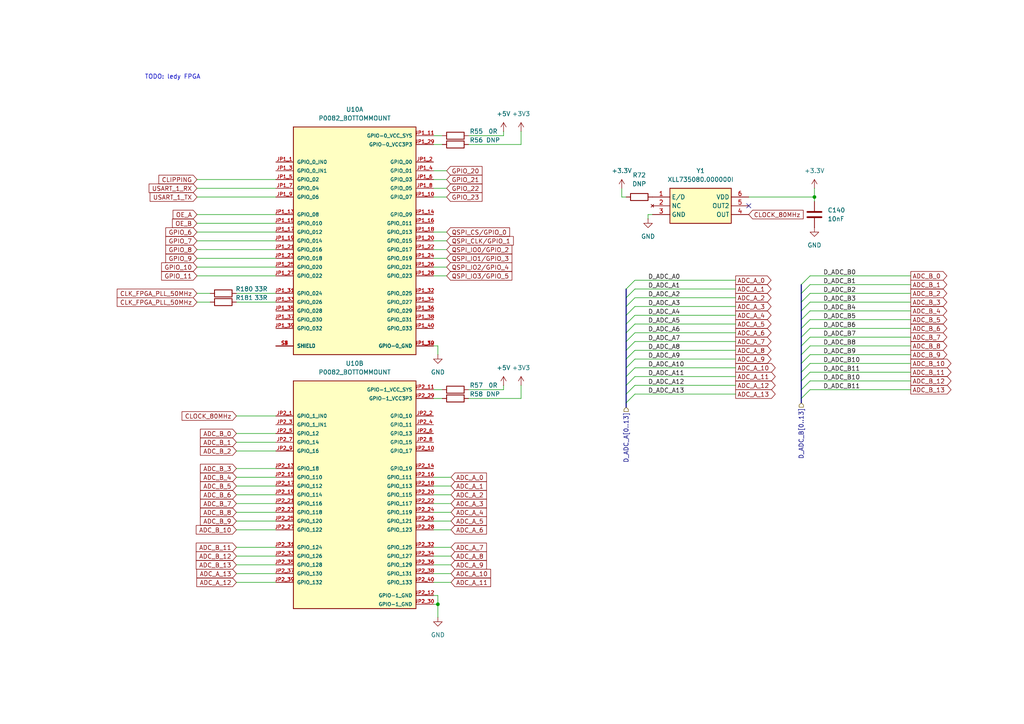
<source format=kicad_sch>
(kicad_sch
	(version 20250114)
	(generator "eeschema")
	(generator_version "9.0")
	(uuid "b3e14fdb-c04e-4e45-856e-4421a0134120")
	(paper "A4")
	(lib_symbols
		(symbol "Device:C"
			(pin_numbers
				(hide yes)
			)
			(pin_names
				(offset 0.254)
			)
			(exclude_from_sim no)
			(in_bom yes)
			(on_board yes)
			(property "Reference" "C"
				(at 0.635 2.54 0)
				(effects
					(font
						(size 1.27 1.27)
					)
					(justify left)
				)
			)
			(property "Value" "C"
				(at 0.635 -2.54 0)
				(effects
					(font
						(size 1.27 1.27)
					)
					(justify left)
				)
			)
			(property "Footprint" ""
				(at 0.9652 -3.81 0)
				(effects
					(font
						(size 1.27 1.27)
					)
					(hide yes)
				)
			)
			(property "Datasheet" "~"
				(at 0 0 0)
				(effects
					(font
						(size 1.27 1.27)
					)
					(hide yes)
				)
			)
			(property "Description" "Unpolarized capacitor"
				(at 0 0 0)
				(effects
					(font
						(size 1.27 1.27)
					)
					(hide yes)
				)
			)
			(property "ki_keywords" "cap capacitor"
				(at 0 0 0)
				(effects
					(font
						(size 1.27 1.27)
					)
					(hide yes)
				)
			)
			(property "ki_fp_filters" "C_*"
				(at 0 0 0)
				(effects
					(font
						(size 1.27 1.27)
					)
					(hide yes)
				)
			)
			(symbol "C_0_1"
				(polyline
					(pts
						(xy -2.032 0.762) (xy 2.032 0.762)
					)
					(stroke
						(width 0.508)
						(type default)
					)
					(fill
						(type none)
					)
				)
				(polyline
					(pts
						(xy -2.032 -0.762) (xy 2.032 -0.762)
					)
					(stroke
						(width 0.508)
						(type default)
					)
					(fill
						(type none)
					)
				)
			)
			(symbol "C_1_1"
				(pin passive line
					(at 0 3.81 270)
					(length 2.794)
					(name "~"
						(effects
							(font
								(size 1.27 1.27)
							)
						)
					)
					(number "1"
						(effects
							(font
								(size 1.27 1.27)
							)
						)
					)
				)
				(pin passive line
					(at 0 -3.81 90)
					(length 2.794)
					(name "~"
						(effects
							(font
								(size 1.27 1.27)
							)
						)
					)
					(number "2"
						(effects
							(font
								(size 1.27 1.27)
							)
						)
					)
				)
			)
			(embedded_fonts no)
		)
		(symbol "Device:R"
			(pin_numbers
				(hide yes)
			)
			(pin_names
				(offset 0)
			)
			(exclude_from_sim no)
			(in_bom yes)
			(on_board yes)
			(property "Reference" "R"
				(at 2.032 0 90)
				(effects
					(font
						(size 1.27 1.27)
					)
				)
			)
			(property "Value" "R"
				(at 0 0 90)
				(effects
					(font
						(size 1.27 1.27)
					)
				)
			)
			(property "Footprint" ""
				(at -1.778 0 90)
				(effects
					(font
						(size 1.27 1.27)
					)
					(hide yes)
				)
			)
			(property "Datasheet" "~"
				(at 0 0 0)
				(effects
					(font
						(size 1.27 1.27)
					)
					(hide yes)
				)
			)
			(property "Description" "Resistor"
				(at 0 0 0)
				(effects
					(font
						(size 1.27 1.27)
					)
					(hide yes)
				)
			)
			(property "ki_keywords" "R res resistor"
				(at 0 0 0)
				(effects
					(font
						(size 1.27 1.27)
					)
					(hide yes)
				)
			)
			(property "ki_fp_filters" "R_*"
				(at 0 0 0)
				(effects
					(font
						(size 1.27 1.27)
					)
					(hide yes)
				)
			)
			(symbol "R_0_1"
				(rectangle
					(start -1.016 -2.54)
					(end 1.016 2.54)
					(stroke
						(width 0.254)
						(type default)
					)
					(fill
						(type none)
					)
				)
			)
			(symbol "R_1_1"
				(pin passive line
					(at 0 3.81 270)
					(length 1.27)
					(name "~"
						(effects
							(font
								(size 1.27 1.27)
							)
						)
					)
					(number "1"
						(effects
							(font
								(size 1.27 1.27)
							)
						)
					)
				)
				(pin passive line
					(at 0 -3.81 90)
					(length 1.27)
					(name "~"
						(effects
							(font
								(size 1.27 1.27)
							)
						)
					)
					(number "2"
						(effects
							(font
								(size 1.27 1.27)
							)
						)
					)
				)
			)
			(embedded_fonts no)
		)
		(symbol "P0082_BOTTOMMOUNT:P0082_BOTTOMMOUNT"
			(pin_names
				(offset 1.016)
			)
			(exclude_from_sim no)
			(in_bom yes)
			(on_board yes)
			(property "Reference" "U10"
				(at 0 38.1 0)
				(effects
					(font
						(size 1.27 1.27)
					)
				)
			)
			(property "Value" "P0082_BOTTOMMOUNT"
				(at 0 35.56 0)
				(effects
					(font
						(size 1.27 1.27)
					)
				)
			)
			(property "Footprint" "P0082_BOTTOMMOUNT:MODULE_P0082_BOTTOMMOUNT"
				(at 0 0 0)
				(effects
					(font
						(size 1.27 1.27)
					)
					(justify bottom)
					(hide yes)
				)
			)
			(property "Datasheet" ""
				(at 0 0 0)
				(effects
					(font
						(size 1.27 1.27)
					)
					(hide yes)
				)
			)
			(property "Description" ""
				(at 0 0 0)
				(effects
					(font
						(size 1.27 1.27)
					)
					(hide yes)
				)
			)
			(property "MF" "Terasic Inc."
				(at 0 0 0)
				(effects
					(font
						(size 1.27 1.27)
					)
					(justify bottom)
					(hide yes)
				)
			)
			(property "MAXIMUM_PACKAGE_HEIGHT" "N/A"
				(at 0 0 0)
				(effects
					(font
						(size 1.27 1.27)
					)
					(justify bottom)
					(hide yes)
				)
			)
			(property "Package" "None"
				(at 0 0 0)
				(effects
					(font
						(size 1.27 1.27)
					)
					(justify bottom)
					(hide yes)
				)
			)
			(property "Price" "None"
				(at 0 0 0)
				(effects
					(font
						(size 1.27 1.27)
					)
					(justify bottom)
					(hide yes)
				)
			)
			(property "Check_prices" "https://www.snapeda.com/parts/P0082/Terasic+Inc./view-part/?ref=eda"
				(at 0 0 0)
				(effects
					(font
						(size 1.27 1.27)
					)
					(justify bottom)
					(hide yes)
				)
			)
			(property "STANDARD" "Manufacturer Recommendations"
				(at 0 0 0)
				(effects
					(font
						(size 1.27 1.27)
					)
					(justify bottom)
					(hide yes)
				)
			)
			(property "PARTREV" "V2.0"
				(at 0 0 0)
				(effects
					(font
						(size 1.27 1.27)
					)
					(justify bottom)
					(hide yes)
				)
			)
			(property "SnapEDA_Link" "https://www.snapeda.com/parts/P0082/Terasic+Inc./view-part/?ref=snap"
				(at 0 0 0)
				(effects
					(font
						(size 1.27 1.27)
					)
					(justify bottom)
					(hide yes)
				)
			)
			(property "MP" "P0082"
				(at 0 0 0)
				(effects
					(font
						(size 1.27 1.27)
					)
					(justify bottom)
					(hide yes)
				)
			)
			(property "Description_1" "Cyclone IV E FPGA DE0-Nano EP4CE22 Cyclone® IV E FPGA Evaluation Board"
				(at 0 0 0)
				(effects
					(font
						(size 1.27 1.27)
					)
					(justify bottom)
					(hide yes)
				)
			)
			(property "MANUFACTURER" "Terasic"
				(at 0 0 0)
				(effects
					(font
						(size 1.27 1.27)
					)
					(justify bottom)
					(hide yes)
				)
			)
			(property "Availability" "In Stock"
				(at 0 0 0)
				(effects
					(font
						(size 1.27 1.27)
					)
					(justify bottom)
					(hide yes)
				)
			)
			(property "SNAPEDA_PN" "P0082"
				(at 0 0 0)
				(effects
					(font
						(size 1.27 1.27)
					)
					(justify bottom)
					(hide yes)
				)
			)
			(symbol "P0082_BOTTOMMOUNT_1_0"
				(rectangle
					(start -17.78 -33.02)
					(end 17.78 33.02)
					(stroke
						(width 0.254)
						(type default)
					)
					(fill
						(type background)
					)
				)
				(pin bidirectional line
					(at -22.86 22.86 0)
					(length 5.08)
					(name "GPIO_0_IN0"
						(effects
							(font
								(size 1.016 1.016)
							)
						)
					)
					(number "JP1_1"
						(effects
							(font
								(size 1.016 1.016)
							)
						)
					)
				)
				(pin bidirectional line
					(at -22.86 20.32 0)
					(length 5.08)
					(name "GPIO_0_IN1"
						(effects
							(font
								(size 1.016 1.016)
							)
						)
					)
					(number "JP1_3"
						(effects
							(font
								(size 1.016 1.016)
							)
						)
					)
				)
				(pin bidirectional line
					(at -22.86 17.78 0)
					(length 5.08)
					(name "GPIO_02"
						(effects
							(font
								(size 1.016 1.016)
							)
						)
					)
					(number "JP1_5"
						(effects
							(font
								(size 1.016 1.016)
							)
						)
					)
				)
				(pin bidirectional line
					(at -22.86 15.24 0)
					(length 5.08)
					(name "GPIO_04"
						(effects
							(font
								(size 1.016 1.016)
							)
						)
					)
					(number "JP1_7"
						(effects
							(font
								(size 1.016 1.016)
							)
						)
					)
				)
				(pin bidirectional line
					(at -22.86 12.7 0)
					(length 5.08)
					(name "GPIO_06"
						(effects
							(font
								(size 1.016 1.016)
							)
						)
					)
					(number "JP1_9"
						(effects
							(font
								(size 1.016 1.016)
							)
						)
					)
				)
				(pin bidirectional line
					(at -22.86 7.62 0)
					(length 5.08)
					(name "GPIO_08"
						(effects
							(font
								(size 1.016 1.016)
							)
						)
					)
					(number "JP1_13"
						(effects
							(font
								(size 1.016 1.016)
							)
						)
					)
				)
				(pin bidirectional line
					(at -22.86 5.08 0)
					(length 5.08)
					(name "GPIO_010"
						(effects
							(font
								(size 1.016 1.016)
							)
						)
					)
					(number "JP1_15"
						(effects
							(font
								(size 1.016 1.016)
							)
						)
					)
				)
				(pin bidirectional line
					(at -22.86 2.54 0)
					(length 5.08)
					(name "GPIO_012"
						(effects
							(font
								(size 1.016 1.016)
							)
						)
					)
					(number "JP1_17"
						(effects
							(font
								(size 1.016 1.016)
							)
						)
					)
				)
				(pin bidirectional line
					(at -22.86 0 0)
					(length 5.08)
					(name "GPIO_014"
						(effects
							(font
								(size 1.016 1.016)
							)
						)
					)
					(number "JP1_19"
						(effects
							(font
								(size 1.016 1.016)
							)
						)
					)
				)
				(pin bidirectional line
					(at -22.86 -2.54 0)
					(length 5.08)
					(name "GPIO_016"
						(effects
							(font
								(size 1.016 1.016)
							)
						)
					)
					(number "JP1_21"
						(effects
							(font
								(size 1.016 1.016)
							)
						)
					)
				)
				(pin bidirectional line
					(at -22.86 -5.08 0)
					(length 5.08)
					(name "GPIO_018"
						(effects
							(font
								(size 1.016 1.016)
							)
						)
					)
					(number "JP1_23"
						(effects
							(font
								(size 1.016 1.016)
							)
						)
					)
				)
				(pin bidirectional line
					(at -22.86 -7.62 0)
					(length 5.08)
					(name "GPIO_020"
						(effects
							(font
								(size 1.016 1.016)
							)
						)
					)
					(number "JP1_25"
						(effects
							(font
								(size 1.016 1.016)
							)
						)
					)
				)
				(pin bidirectional line
					(at -22.86 -10.16 0)
					(length 5.08)
					(name "GPIO_022"
						(effects
							(font
								(size 1.016 1.016)
							)
						)
					)
					(number "JP1_27"
						(effects
							(font
								(size 1.016 1.016)
							)
						)
					)
				)
				(pin bidirectional line
					(at -22.86 -15.24 0)
					(length 5.08)
					(name "GPIO_024"
						(effects
							(font
								(size 1.016 1.016)
							)
						)
					)
					(number "JP1_31"
						(effects
							(font
								(size 1.016 1.016)
							)
						)
					)
				)
				(pin bidirectional line
					(at -22.86 -17.78 0)
					(length 5.08)
					(name "GPIO_026"
						(effects
							(font
								(size 1.016 1.016)
							)
						)
					)
					(number "JP1_33"
						(effects
							(font
								(size 1.016 1.016)
							)
						)
					)
				)
				(pin bidirectional line
					(at -22.86 -20.32 0)
					(length 5.08)
					(name "GPIO_028"
						(effects
							(font
								(size 1.016 1.016)
							)
						)
					)
					(number "JP1_35"
						(effects
							(font
								(size 1.016 1.016)
							)
						)
					)
				)
				(pin bidirectional line
					(at -22.86 -22.86 0)
					(length 5.08)
					(name "GPIO_030"
						(effects
							(font
								(size 1.016 1.016)
							)
						)
					)
					(number "JP1_37"
						(effects
							(font
								(size 1.016 1.016)
							)
						)
					)
				)
				(pin bidirectional line
					(at -22.86 -25.4 0)
					(length 5.08)
					(name "GPIO_032"
						(effects
							(font
								(size 1.016 1.016)
							)
						)
					)
					(number "JP1_39"
						(effects
							(font
								(size 1.016 1.016)
							)
						)
					)
				)
				(pin passive line
					(at -22.86 -30.48 0)
					(length 5.08)
					(name "SHIELD"
						(effects
							(font
								(size 1.016 1.016)
							)
						)
					)
					(number "S1"
						(effects
							(font
								(size 1.016 1.016)
							)
						)
					)
				)
				(pin passive line
					(at -22.86 -30.48 0)
					(length 5.08)
					(name "SHIELD"
						(effects
							(font
								(size 1.016 1.016)
							)
						)
					)
					(number "S2"
						(effects
							(font
								(size 1.016 1.016)
							)
						)
					)
				)
				(pin passive line
					(at -22.86 -30.48 0)
					(length 5.08)
					(name "SHIELD"
						(effects
							(font
								(size 1.016 1.016)
							)
						)
					)
					(number "S3"
						(effects
							(font
								(size 1.016 1.016)
							)
						)
					)
				)
				(pin passive line
					(at -22.86 -30.48 0)
					(length 5.08)
					(name "SHIELD"
						(effects
							(font
								(size 1.016 1.016)
							)
						)
					)
					(number "S4"
						(effects
							(font
								(size 1.016 1.016)
							)
						)
					)
				)
				(pin power_in line
					(at 22.86 30.48 180)
					(length 5.08)
					(name "GPIO-0_VCC_SYS"
						(effects
							(font
								(size 1.016 1.016)
							)
						)
					)
					(number "JP1_11"
						(effects
							(font
								(size 1.016 1.016)
							)
						)
					)
				)
				(pin power_in line
					(at 22.86 27.94 180)
					(length 5.08)
					(name "GPIO-0_VCC3P3"
						(effects
							(font
								(size 1.016 1.016)
							)
						)
					)
					(number "JP1_29"
						(effects
							(font
								(size 1.016 1.016)
							)
						)
					)
				)
				(pin bidirectional line
					(at 22.86 22.86 180)
					(length 5.08)
					(name "GPIO_00"
						(effects
							(font
								(size 1.016 1.016)
							)
						)
					)
					(number "JP1_2"
						(effects
							(font
								(size 1.016 1.016)
							)
						)
					)
				)
				(pin bidirectional line
					(at 22.86 20.32 180)
					(length 5.08)
					(name "GPIO_01"
						(effects
							(font
								(size 1.016 1.016)
							)
						)
					)
					(number "JP1_4"
						(effects
							(font
								(size 1.016 1.016)
							)
						)
					)
				)
				(pin bidirectional line
					(at 22.86 17.78 180)
					(length 5.08)
					(name "GPIO_03"
						(effects
							(font
								(size 1.016 1.016)
							)
						)
					)
					(number "JP1_6"
						(effects
							(font
								(size 1.016 1.016)
							)
						)
					)
				)
				(pin bidirectional line
					(at 22.86 15.24 180)
					(length 5.08)
					(name "GPIO_05"
						(effects
							(font
								(size 1.016 1.016)
							)
						)
					)
					(number "JP1_8"
						(effects
							(font
								(size 1.016 1.016)
							)
						)
					)
				)
				(pin bidirectional line
					(at 22.86 12.7 180)
					(length 5.08)
					(name "GPIO_07"
						(effects
							(font
								(size 1.016 1.016)
							)
						)
					)
					(number "JP1_10"
						(effects
							(font
								(size 1.016 1.016)
							)
						)
					)
				)
				(pin bidirectional line
					(at 22.86 7.62 180)
					(length 5.08)
					(name "GPIO_09"
						(effects
							(font
								(size 1.016 1.016)
							)
						)
					)
					(number "JP1_14"
						(effects
							(font
								(size 1.016 1.016)
							)
						)
					)
				)
				(pin bidirectional line
					(at 22.86 5.08 180)
					(length 5.08)
					(name "GPIO_011"
						(effects
							(font
								(size 1.016 1.016)
							)
						)
					)
					(number "JP1_16"
						(effects
							(font
								(size 1.016 1.016)
							)
						)
					)
				)
				(pin bidirectional line
					(at 22.86 2.54 180)
					(length 5.08)
					(name "GPIO_013"
						(effects
							(font
								(size 1.016 1.016)
							)
						)
					)
					(number "JP1_18"
						(effects
							(font
								(size 1.016 1.016)
							)
						)
					)
				)
				(pin bidirectional line
					(at 22.86 0 180)
					(length 5.08)
					(name "GPIO_015"
						(effects
							(font
								(size 1.016 1.016)
							)
						)
					)
					(number "JP1_20"
						(effects
							(font
								(size 1.016 1.016)
							)
						)
					)
				)
				(pin bidirectional line
					(at 22.86 -2.54 180)
					(length 5.08)
					(name "GPIO_017"
						(effects
							(font
								(size 1.016 1.016)
							)
						)
					)
					(number "JP1_22"
						(effects
							(font
								(size 1.016 1.016)
							)
						)
					)
				)
				(pin bidirectional line
					(at 22.86 -5.08 180)
					(length 5.08)
					(name "GPIO_019"
						(effects
							(font
								(size 1.016 1.016)
							)
						)
					)
					(number "JP1_24"
						(effects
							(font
								(size 1.016 1.016)
							)
						)
					)
				)
				(pin bidirectional line
					(at 22.86 -7.62 180)
					(length 5.08)
					(name "GPIO_021"
						(effects
							(font
								(size 1.016 1.016)
							)
						)
					)
					(number "JP1_26"
						(effects
							(font
								(size 1.016 1.016)
							)
						)
					)
				)
				(pin bidirectional line
					(at 22.86 -10.16 180)
					(length 5.08)
					(name "GPIO_023"
						(effects
							(font
								(size 1.016 1.016)
							)
						)
					)
					(number "JP1_28"
						(effects
							(font
								(size 1.016 1.016)
							)
						)
					)
				)
				(pin bidirectional line
					(at 22.86 -15.24 180)
					(length 5.08)
					(name "GPIO_025"
						(effects
							(font
								(size 1.016 1.016)
							)
						)
					)
					(number "JP1_32"
						(effects
							(font
								(size 1.016 1.016)
							)
						)
					)
				)
				(pin bidirectional line
					(at 22.86 -17.78 180)
					(length 5.08)
					(name "GPIO_027"
						(effects
							(font
								(size 1.016 1.016)
							)
						)
					)
					(number "JP1_34"
						(effects
							(font
								(size 1.016 1.016)
							)
						)
					)
				)
				(pin bidirectional line
					(at 22.86 -20.32 180)
					(length 5.08)
					(name "GPIO_029"
						(effects
							(font
								(size 1.016 1.016)
							)
						)
					)
					(number "JP1_36"
						(effects
							(font
								(size 1.016 1.016)
							)
						)
					)
				)
				(pin bidirectional line
					(at 22.86 -22.86 180)
					(length 5.08)
					(name "GPIO_031"
						(effects
							(font
								(size 1.016 1.016)
							)
						)
					)
					(number "JP1_38"
						(effects
							(font
								(size 1.016 1.016)
							)
						)
					)
				)
				(pin bidirectional line
					(at 22.86 -25.4 180)
					(length 5.08)
					(name "GPIO_033"
						(effects
							(font
								(size 1.016 1.016)
							)
						)
					)
					(number "JP1_40"
						(effects
							(font
								(size 1.016 1.016)
							)
						)
					)
				)
				(pin power_in line
					(at 22.86 -30.48 180)
					(length 5.08)
					(name "GPIO-0_GND"
						(effects
							(font
								(size 1.016 1.016)
							)
						)
					)
					(number "JP1_12"
						(effects
							(font
								(size 1.016 1.016)
							)
						)
					)
				)
				(pin power_in line
					(at 22.86 -30.48 180)
					(length 5.08)
					(name "GPIO-0_GND"
						(effects
							(font
								(size 1.016 1.016)
							)
						)
					)
					(number "JP1_30"
						(effects
							(font
								(size 1.016 1.016)
							)
						)
					)
				)
			)
			(symbol "P0082_BOTTOMMOUNT_2_0"
				(rectangle
					(start -17.78 -33.02)
					(end 17.78 33.02)
					(stroke
						(width 0.254)
						(type default)
					)
					(fill
						(type background)
					)
				)
				(pin bidirectional line
					(at -22.86 22.86 0)
					(length 5.08)
					(name "GPIO_1_IN0"
						(effects
							(font
								(size 1.016 1.016)
							)
						)
					)
					(number "JP2_1"
						(effects
							(font
								(size 1.016 1.016)
							)
						)
					)
				)
				(pin bidirectional line
					(at -22.86 20.32 0)
					(length 5.08)
					(name "GPIO_1_IN1"
						(effects
							(font
								(size 1.016 1.016)
							)
						)
					)
					(number "JP2_3"
						(effects
							(font
								(size 1.016 1.016)
							)
						)
					)
				)
				(pin bidirectional line
					(at -22.86 17.78 0)
					(length 5.08)
					(name "GPIO_12"
						(effects
							(font
								(size 1.016 1.016)
							)
						)
					)
					(number "JP2_5"
						(effects
							(font
								(size 1.016 1.016)
							)
						)
					)
				)
				(pin bidirectional line
					(at -22.86 15.24 0)
					(length 5.08)
					(name "GPIO_14"
						(effects
							(font
								(size 1.016 1.016)
							)
						)
					)
					(number "JP2_7"
						(effects
							(font
								(size 1.016 1.016)
							)
						)
					)
				)
				(pin bidirectional line
					(at -22.86 12.7 0)
					(length 5.08)
					(name "GPIO_16"
						(effects
							(font
								(size 1.016 1.016)
							)
						)
					)
					(number "JP2_9"
						(effects
							(font
								(size 1.016 1.016)
							)
						)
					)
				)
				(pin bidirectional line
					(at -22.86 7.62 0)
					(length 5.08)
					(name "GPIO_18"
						(effects
							(font
								(size 1.016 1.016)
							)
						)
					)
					(number "JP2_13"
						(effects
							(font
								(size 1.016 1.016)
							)
						)
					)
				)
				(pin bidirectional line
					(at -22.86 5.08 0)
					(length 5.08)
					(name "GPIO_110"
						(effects
							(font
								(size 1.016 1.016)
							)
						)
					)
					(number "JP2_15"
						(effects
							(font
								(size 1.016 1.016)
							)
						)
					)
				)
				(pin bidirectional line
					(at -22.86 2.54 0)
					(length 5.08)
					(name "GPIO_112"
						(effects
							(font
								(size 1.016 1.016)
							)
						)
					)
					(number "JP2_17"
						(effects
							(font
								(size 1.016 1.016)
							)
						)
					)
				)
				(pin bidirectional line
					(at -22.86 0 0)
					(length 5.08)
					(name "GPIO_114"
						(effects
							(font
								(size 1.016 1.016)
							)
						)
					)
					(number "JP2_19"
						(effects
							(font
								(size 1.016 1.016)
							)
						)
					)
				)
				(pin bidirectional line
					(at -22.86 -2.54 0)
					(length 5.08)
					(name "GPIO_116"
						(effects
							(font
								(size 1.016 1.016)
							)
						)
					)
					(number "JP2_21"
						(effects
							(font
								(size 1.016 1.016)
							)
						)
					)
				)
				(pin bidirectional line
					(at -22.86 -5.08 0)
					(length 5.08)
					(name "GPIO_118"
						(effects
							(font
								(size 1.016 1.016)
							)
						)
					)
					(number "JP2_23"
						(effects
							(font
								(size 1.016 1.016)
							)
						)
					)
				)
				(pin bidirectional line
					(at -22.86 -7.62 0)
					(length 5.08)
					(name "GPIO_120"
						(effects
							(font
								(size 1.016 1.016)
							)
						)
					)
					(number "JP2_25"
						(effects
							(font
								(size 1.016 1.016)
							)
						)
					)
				)
				(pin bidirectional line
					(at -22.86 -10.16 0)
					(length 5.08)
					(name "GPIO_122"
						(effects
							(font
								(size 1.016 1.016)
							)
						)
					)
					(number "JP2_27"
						(effects
							(font
								(size 1.016 1.016)
							)
						)
					)
				)
				(pin bidirectional line
					(at -22.86 -15.24 0)
					(length 5.08)
					(name "GPIO_124"
						(effects
							(font
								(size 1.016 1.016)
							)
						)
					)
					(number "JP2_31"
						(effects
							(font
								(size 1.016 1.016)
							)
						)
					)
				)
				(pin bidirectional line
					(at -22.86 -17.78 0)
					(length 5.08)
					(name "GPIO_126"
						(effects
							(font
								(size 1.016 1.016)
							)
						)
					)
					(number "JP2_33"
						(effects
							(font
								(size 1.016 1.016)
							)
						)
					)
				)
				(pin bidirectional line
					(at -22.86 -20.32 0)
					(length 5.08)
					(name "GPIO_128"
						(effects
							(font
								(size 1.016 1.016)
							)
						)
					)
					(number "JP2_35"
						(effects
							(font
								(size 1.016 1.016)
							)
						)
					)
				)
				(pin bidirectional line
					(at -22.86 -22.86 0)
					(length 5.08)
					(name "GPIO_130"
						(effects
							(font
								(size 1.016 1.016)
							)
						)
					)
					(number "JP2_37"
						(effects
							(font
								(size 1.016 1.016)
							)
						)
					)
				)
				(pin bidirectional line
					(at -22.86 -25.4 0)
					(length 5.08)
					(name "GPIO_132"
						(effects
							(font
								(size 1.016 1.016)
							)
						)
					)
					(number "JP2_39"
						(effects
							(font
								(size 1.016 1.016)
							)
						)
					)
				)
				(pin power_in line
					(at 22.86 30.48 180)
					(length 5.08)
					(name "GPIO-1_VCC_SYS"
						(effects
							(font
								(size 1.016 1.016)
							)
						)
					)
					(number "JP2_11"
						(effects
							(font
								(size 1.016 1.016)
							)
						)
					)
				)
				(pin power_in line
					(at 22.86 27.94 180)
					(length 5.08)
					(name "GPIO-1_VCC3P3"
						(effects
							(font
								(size 1.016 1.016)
							)
						)
					)
					(number "JP2_29"
						(effects
							(font
								(size 1.016 1.016)
							)
						)
					)
				)
				(pin bidirectional line
					(at 22.86 22.86 180)
					(length 5.08)
					(name "GPIO_10"
						(effects
							(font
								(size 1.016 1.016)
							)
						)
					)
					(number "JP2_2"
						(effects
							(font
								(size 1.016 1.016)
							)
						)
					)
				)
				(pin bidirectional line
					(at 22.86 20.32 180)
					(length 5.08)
					(name "GPIO_11"
						(effects
							(font
								(size 1.016 1.016)
							)
						)
					)
					(number "JP2_4"
						(effects
							(font
								(size 1.016 1.016)
							)
						)
					)
				)
				(pin bidirectional line
					(at 22.86 17.78 180)
					(length 5.08)
					(name "GPIO_13"
						(effects
							(font
								(size 1.016 1.016)
							)
						)
					)
					(number "JP2_6"
						(effects
							(font
								(size 1.016 1.016)
							)
						)
					)
				)
				(pin bidirectional line
					(at 22.86 15.24 180)
					(length 5.08)
					(name "GPIO_15"
						(effects
							(font
								(size 1.016 1.016)
							)
						)
					)
					(number "JP2_8"
						(effects
							(font
								(size 1.016 1.016)
							)
						)
					)
				)
				(pin bidirectional line
					(at 22.86 12.7 180)
					(length 5.08)
					(name "GPIO_17"
						(effects
							(font
								(size 1.016 1.016)
							)
						)
					)
					(number "JP2_10"
						(effects
							(font
								(size 1.016 1.016)
							)
						)
					)
				)
				(pin bidirectional line
					(at 22.86 7.62 180)
					(length 5.08)
					(name "GPIO_19"
						(effects
							(font
								(size 1.016 1.016)
							)
						)
					)
					(number "JP2_14"
						(effects
							(font
								(size 1.016 1.016)
							)
						)
					)
				)
				(pin bidirectional line
					(at 22.86 5.08 180)
					(length 5.08)
					(name "GPIO_111"
						(effects
							(font
								(size 1.016 1.016)
							)
						)
					)
					(number "JP2_16"
						(effects
							(font
								(size 1.016 1.016)
							)
						)
					)
				)
				(pin bidirectional line
					(at 22.86 2.54 180)
					(length 5.08)
					(name "GPIO_113"
						(effects
							(font
								(size 1.016 1.016)
							)
						)
					)
					(number "JP2_18"
						(effects
							(font
								(size 1.016 1.016)
							)
						)
					)
				)
				(pin bidirectional line
					(at 22.86 0 180)
					(length 5.08)
					(name "GPIO_115"
						(effects
							(font
								(size 1.016 1.016)
							)
						)
					)
					(number "JP2_20"
						(effects
							(font
								(size 1.016 1.016)
							)
						)
					)
				)
				(pin bidirectional line
					(at 22.86 -2.54 180)
					(length 5.08)
					(name "GPIO_117"
						(effects
							(font
								(size 1.016 1.016)
							)
						)
					)
					(number "JP2_22"
						(effects
							(font
								(size 1.016 1.016)
							)
						)
					)
				)
				(pin bidirectional line
					(at 22.86 -5.08 180)
					(length 5.08)
					(name "GPIO_119"
						(effects
							(font
								(size 1.016 1.016)
							)
						)
					)
					(number "JP2_24"
						(effects
							(font
								(size 1.016 1.016)
							)
						)
					)
				)
				(pin bidirectional line
					(at 22.86 -7.62 180)
					(length 5.08)
					(name "GPIO_121"
						(effects
							(font
								(size 1.016 1.016)
							)
						)
					)
					(number "JP2_26"
						(effects
							(font
								(size 1.016 1.016)
							)
						)
					)
				)
				(pin bidirectional line
					(at 22.86 -10.16 180)
					(length 5.08)
					(name "GPIO_123"
						(effects
							(font
								(size 1.016 1.016)
							)
						)
					)
					(number "JP2_28"
						(effects
							(font
								(size 1.016 1.016)
							)
						)
					)
				)
				(pin bidirectional line
					(at 22.86 -15.24 180)
					(length 5.08)
					(name "GPIO_125"
						(effects
							(font
								(size 1.016 1.016)
							)
						)
					)
					(number "JP2_32"
						(effects
							(font
								(size 1.016 1.016)
							)
						)
					)
				)
				(pin bidirectional line
					(at 22.86 -17.78 180)
					(length 5.08)
					(name "GPIO_127"
						(effects
							(font
								(size 1.016 1.016)
							)
						)
					)
					(number "JP2_34"
						(effects
							(font
								(size 1.016 1.016)
							)
						)
					)
				)
				(pin bidirectional line
					(at 22.86 -20.32 180)
					(length 5.08)
					(name "GPIO_129"
						(effects
							(font
								(size 1.016 1.016)
							)
						)
					)
					(number "JP2_36"
						(effects
							(font
								(size 1.016 1.016)
							)
						)
					)
				)
				(pin bidirectional line
					(at 22.86 -22.86 180)
					(length 5.08)
					(name "GPIO_131"
						(effects
							(font
								(size 1.016 1.016)
							)
						)
					)
					(number "JP2_38"
						(effects
							(font
								(size 1.016 1.016)
							)
						)
					)
				)
				(pin bidirectional line
					(at 22.86 -25.4 180)
					(length 5.08)
					(name "GPIO_133"
						(effects
							(font
								(size 1.016 1.016)
							)
						)
					)
					(number "JP2_40"
						(effects
							(font
								(size 1.016 1.016)
							)
						)
					)
				)
				(pin power_in line
					(at 22.86 -29.21 180)
					(length 5.08)
					(name "GPIO-1_GND"
						(effects
							(font
								(size 1.016 1.016)
							)
						)
					)
					(number "JP2_12"
						(effects
							(font
								(size 1.016 1.016)
							)
						)
					)
				)
				(pin power_in line
					(at 22.86 -31.75 180)
					(length 5.08)
					(name "GPIO-1_GND"
						(effects
							(font
								(size 1.016 1.016)
							)
						)
					)
					(number "JP2_30"
						(effects
							(font
								(size 1.016 1.016)
							)
						)
					)
				)
			)
			(embedded_fonts no)
		)
		(symbol "P0082_BOTTOMMOUNT_1"
			(pin_names
				(offset 1.016)
			)
			(exclude_from_sim no)
			(in_bom yes)
			(on_board yes)
			(property "Reference" "U10"
				(at 0 38.1 0)
				(effects
					(font
						(size 1.27 1.27)
					)
				)
			)
			(property "Value" "P0082_BOTTOMMOUNT"
				(at 0 35.56 0)
				(effects
					(font
						(size 1.27 1.27)
					)
				)
			)
			(property "Footprint" "P0082_BOTTOMMOUNT:MODULE_P0082_BOTTOMMOUNT"
				(at 0 0 0)
				(effects
					(font
						(size 1.27 1.27)
					)
					(justify bottom)
					(hide yes)
				)
			)
			(property "Datasheet" ""
				(at 0 0 0)
				(effects
					(font
						(size 1.27 1.27)
					)
					(hide yes)
				)
			)
			(property "Description" ""
				(at 0 0 0)
				(effects
					(font
						(size 1.27 1.27)
					)
					(hide yes)
				)
			)
			(property "MF" "Terasic Inc."
				(at 0 0 0)
				(effects
					(font
						(size 1.27 1.27)
					)
					(justify bottom)
					(hide yes)
				)
			)
			(property "MAXIMUM_PACKAGE_HEIGHT" "N/A"
				(at 0 0 0)
				(effects
					(font
						(size 1.27 1.27)
					)
					(justify bottom)
					(hide yes)
				)
			)
			(property "Package" "None"
				(at 0 0 0)
				(effects
					(font
						(size 1.27 1.27)
					)
					(justify bottom)
					(hide yes)
				)
			)
			(property "Price" "None"
				(at 0 0 0)
				(effects
					(font
						(size 1.27 1.27)
					)
					(justify bottom)
					(hide yes)
				)
			)
			(property "Check_prices" "https://www.snapeda.com/parts/P0082/Terasic+Inc./view-part/?ref=eda"
				(at 0 0 0)
				(effects
					(font
						(size 1.27 1.27)
					)
					(justify bottom)
					(hide yes)
				)
			)
			(property "STANDARD" "Manufacturer Recommendations"
				(at 0 0 0)
				(effects
					(font
						(size 1.27 1.27)
					)
					(justify bottom)
					(hide yes)
				)
			)
			(property "PARTREV" "V2.0"
				(at 0 0 0)
				(effects
					(font
						(size 1.27 1.27)
					)
					(justify bottom)
					(hide yes)
				)
			)
			(property "SnapEDA_Link" "https://www.snapeda.com/parts/P0082/Terasic+Inc./view-part/?ref=snap"
				(at 0 0 0)
				(effects
					(font
						(size 1.27 1.27)
					)
					(justify bottom)
					(hide yes)
				)
			)
			(property "MP" "P0082"
				(at 0 0 0)
				(effects
					(font
						(size 1.27 1.27)
					)
					(justify bottom)
					(hide yes)
				)
			)
			(property "Description_1" "Cyclone IV E FPGA DE0-Nano EP4CE22 Cyclone® IV E FPGA Evaluation Board"
				(at 0 0 0)
				(effects
					(font
						(size 1.27 1.27)
					)
					(justify bottom)
					(hide yes)
				)
			)
			(property "MANUFACTURER" "Terasic"
				(at 0 0 0)
				(effects
					(font
						(size 1.27 1.27)
					)
					(justify bottom)
					(hide yes)
				)
			)
			(property "Availability" "In Stock"
				(at 0 0 0)
				(effects
					(font
						(size 1.27 1.27)
					)
					(justify bottom)
					(hide yes)
				)
			)
			(property "SNAPEDA_PN" "P0082"
				(at 0 0 0)
				(effects
					(font
						(size 1.27 1.27)
					)
					(justify bottom)
					(hide yes)
				)
			)
			(symbol "P0082_BOTTOMMOUNT_1_1_0"
				(rectangle
					(start -17.78 -33.02)
					(end 17.78 33.02)
					(stroke
						(width 0.254)
						(type default)
					)
					(fill
						(type background)
					)
				)
				(pin bidirectional line
					(at -22.86 22.86 0)
					(length 5.08)
					(name "GPIO_0_IN0"
						(effects
							(font
								(size 1.016 1.016)
							)
						)
					)
					(number "JP1_1"
						(effects
							(font
								(size 1.016 1.016)
							)
						)
					)
				)
				(pin bidirectional line
					(at -22.86 20.32 0)
					(length 5.08)
					(name "GPIO_0_IN1"
						(effects
							(font
								(size 1.016 1.016)
							)
						)
					)
					(number "JP1_3"
						(effects
							(font
								(size 1.016 1.016)
							)
						)
					)
				)
				(pin bidirectional line
					(at -22.86 17.78 0)
					(length 5.08)
					(name "GPIO_02"
						(effects
							(font
								(size 1.016 1.016)
							)
						)
					)
					(number "JP1_5"
						(effects
							(font
								(size 1.016 1.016)
							)
						)
					)
				)
				(pin bidirectional line
					(at -22.86 15.24 0)
					(length 5.08)
					(name "GPIO_04"
						(effects
							(font
								(size 1.016 1.016)
							)
						)
					)
					(number "JP1_7"
						(effects
							(font
								(size 1.016 1.016)
							)
						)
					)
				)
				(pin bidirectional line
					(at -22.86 12.7 0)
					(length 5.08)
					(name "GPIO_06"
						(effects
							(font
								(size 1.016 1.016)
							)
						)
					)
					(number "JP1_9"
						(effects
							(font
								(size 1.016 1.016)
							)
						)
					)
				)
				(pin bidirectional line
					(at -22.86 7.62 0)
					(length 5.08)
					(name "GPIO_08"
						(effects
							(font
								(size 1.016 1.016)
							)
						)
					)
					(number "JP1_13"
						(effects
							(font
								(size 1.016 1.016)
							)
						)
					)
				)
				(pin bidirectional line
					(at -22.86 5.08 0)
					(length 5.08)
					(name "GPIO_010"
						(effects
							(font
								(size 1.016 1.016)
							)
						)
					)
					(number "JP1_15"
						(effects
							(font
								(size 1.016 1.016)
							)
						)
					)
				)
				(pin bidirectional line
					(at -22.86 2.54 0)
					(length 5.08)
					(name "GPIO_012"
						(effects
							(font
								(size 1.016 1.016)
							)
						)
					)
					(number "JP1_17"
						(effects
							(font
								(size 1.016 1.016)
							)
						)
					)
				)
				(pin bidirectional line
					(at -22.86 0 0)
					(length 5.08)
					(name "GPIO_014"
						(effects
							(font
								(size 1.016 1.016)
							)
						)
					)
					(number "JP1_19"
						(effects
							(font
								(size 1.016 1.016)
							)
						)
					)
				)
				(pin bidirectional line
					(at -22.86 -2.54 0)
					(length 5.08)
					(name "GPIO_016"
						(effects
							(font
								(size 1.016 1.016)
							)
						)
					)
					(number "JP1_21"
						(effects
							(font
								(size 1.016 1.016)
							)
						)
					)
				)
				(pin bidirectional line
					(at -22.86 -5.08 0)
					(length 5.08)
					(name "GPIO_018"
						(effects
							(font
								(size 1.016 1.016)
							)
						)
					)
					(number "JP1_23"
						(effects
							(font
								(size 1.016 1.016)
							)
						)
					)
				)
				(pin bidirectional line
					(at -22.86 -7.62 0)
					(length 5.08)
					(name "GPIO_020"
						(effects
							(font
								(size 1.016 1.016)
							)
						)
					)
					(number "JP1_25"
						(effects
							(font
								(size 1.016 1.016)
							)
						)
					)
				)
				(pin bidirectional line
					(at -22.86 -10.16 0)
					(length 5.08)
					(name "GPIO_022"
						(effects
							(font
								(size 1.016 1.016)
							)
						)
					)
					(number "JP1_27"
						(effects
							(font
								(size 1.016 1.016)
							)
						)
					)
				)
				(pin bidirectional line
					(at -22.86 -15.24 0)
					(length 5.08)
					(name "GPIO_024"
						(effects
							(font
								(size 1.016 1.016)
							)
						)
					)
					(number "JP1_31"
						(effects
							(font
								(size 1.016 1.016)
							)
						)
					)
				)
				(pin bidirectional line
					(at -22.86 -17.78 0)
					(length 5.08)
					(name "GPIO_026"
						(effects
							(font
								(size 1.016 1.016)
							)
						)
					)
					(number "JP1_33"
						(effects
							(font
								(size 1.016 1.016)
							)
						)
					)
				)
				(pin bidirectional line
					(at -22.86 -20.32 0)
					(length 5.08)
					(name "GPIO_028"
						(effects
							(font
								(size 1.016 1.016)
							)
						)
					)
					(number "JP1_35"
						(effects
							(font
								(size 1.016 1.016)
							)
						)
					)
				)
				(pin bidirectional line
					(at -22.86 -22.86 0)
					(length 5.08)
					(name "GPIO_030"
						(effects
							(font
								(size 1.016 1.016)
							)
						)
					)
					(number "JP1_37"
						(effects
							(font
								(size 1.016 1.016)
							)
						)
					)
				)
				(pin bidirectional line
					(at -22.86 -25.4 0)
					(length 5.08)
					(name "GPIO_032"
						(effects
							(font
								(size 1.016 1.016)
							)
						)
					)
					(number "JP1_39"
						(effects
							(font
								(size 1.016 1.016)
							)
						)
					)
				)
				(pin passive line
					(at -22.86 -30.48 0)
					(length 5.08)
					(name "SHIELD"
						(effects
							(font
								(size 1.016 1.016)
							)
						)
					)
					(number "S1"
						(effects
							(font
								(size 1.016 1.016)
							)
						)
					)
				)
				(pin passive line
					(at -22.86 -30.48 0)
					(length 5.08)
					(name "SHIELD"
						(effects
							(font
								(size 1.016 1.016)
							)
						)
					)
					(number "S2"
						(effects
							(font
								(size 1.016 1.016)
							)
						)
					)
				)
				(pin passive line
					(at -22.86 -30.48 0)
					(length 5.08)
					(name "SHIELD"
						(effects
							(font
								(size 1.016 1.016)
							)
						)
					)
					(number "S3"
						(effects
							(font
								(size 1.016 1.016)
							)
						)
					)
				)
				(pin passive line
					(at -22.86 -30.48 0)
					(length 5.08)
					(name "SHIELD"
						(effects
							(font
								(size 1.016 1.016)
							)
						)
					)
					(number "S4"
						(effects
							(font
								(size 1.016 1.016)
							)
						)
					)
				)
				(pin power_in line
					(at 22.86 30.48 180)
					(length 5.08)
					(name "GPIO-0_VCC_SYS"
						(effects
							(font
								(size 1.016 1.016)
							)
						)
					)
					(number "JP1_11"
						(effects
							(font
								(size 1.016 1.016)
							)
						)
					)
				)
				(pin power_in line
					(at 22.86 27.94 180)
					(length 5.08)
					(name "GPIO-0_VCC3P3"
						(effects
							(font
								(size 1.016 1.016)
							)
						)
					)
					(number "JP1_29"
						(effects
							(font
								(size 1.016 1.016)
							)
						)
					)
				)
				(pin bidirectional line
					(at 22.86 22.86 180)
					(length 5.08)
					(name "GPIO_00"
						(effects
							(font
								(size 1.016 1.016)
							)
						)
					)
					(number "JP1_2"
						(effects
							(font
								(size 1.016 1.016)
							)
						)
					)
				)
				(pin bidirectional line
					(at 22.86 20.32 180)
					(length 5.08)
					(name "GPIO_01"
						(effects
							(font
								(size 1.016 1.016)
							)
						)
					)
					(number "JP1_4"
						(effects
							(font
								(size 1.016 1.016)
							)
						)
					)
				)
				(pin bidirectional line
					(at 22.86 17.78 180)
					(length 5.08)
					(name "GPIO_03"
						(effects
							(font
								(size 1.016 1.016)
							)
						)
					)
					(number "JP1_6"
						(effects
							(font
								(size 1.016 1.016)
							)
						)
					)
				)
				(pin bidirectional line
					(at 22.86 15.24 180)
					(length 5.08)
					(name "GPIO_05"
						(effects
							(font
								(size 1.016 1.016)
							)
						)
					)
					(number "JP1_8"
						(effects
							(font
								(size 1.016 1.016)
							)
						)
					)
				)
				(pin bidirectional line
					(at 22.86 12.7 180)
					(length 5.08)
					(name "GPIO_07"
						(effects
							(font
								(size 1.016 1.016)
							)
						)
					)
					(number "JP1_10"
						(effects
							(font
								(size 1.016 1.016)
							)
						)
					)
				)
				(pin bidirectional line
					(at 22.86 7.62 180)
					(length 5.08)
					(name "GPIO_09"
						(effects
							(font
								(size 1.016 1.016)
							)
						)
					)
					(number "JP1_14"
						(effects
							(font
								(size 1.016 1.016)
							)
						)
					)
				)
				(pin bidirectional line
					(at 22.86 5.08 180)
					(length 5.08)
					(name "GPIO_011"
						(effects
							(font
								(size 1.016 1.016)
							)
						)
					)
					(number "JP1_16"
						(effects
							(font
								(size 1.016 1.016)
							)
						)
					)
				)
				(pin bidirectional line
					(at 22.86 2.54 180)
					(length 5.08)
					(name "GPIO_013"
						(effects
							(font
								(size 1.016 1.016)
							)
						)
					)
					(number "JP1_18"
						(effects
							(font
								(size 1.016 1.016)
							)
						)
					)
				)
				(pin bidirectional line
					(at 22.86 0 180)
					(length 5.08)
					(name "GPIO_015"
						(effects
							(font
								(size 1.016 1.016)
							)
						)
					)
					(number "JP1_20"
						(effects
							(font
								(size 1.016 1.016)
							)
						)
					)
				)
				(pin bidirectional line
					(at 22.86 -2.54 180)
					(length 5.08)
					(name "GPIO_017"
						(effects
							(font
								(size 1.016 1.016)
							)
						)
					)
					(number "JP1_22"
						(effects
							(font
								(size 1.016 1.016)
							)
						)
					)
				)
				(pin bidirectional line
					(at 22.86 -5.08 180)
					(length 5.08)
					(name "GPIO_019"
						(effects
							(font
								(size 1.016 1.016)
							)
						)
					)
					(number "JP1_24"
						(effects
							(font
								(size 1.016 1.016)
							)
						)
					)
				)
				(pin bidirectional line
					(at 22.86 -7.62 180)
					(length 5.08)
					(name "GPIO_021"
						(effects
							(font
								(size 1.016 1.016)
							)
						)
					)
					(number "JP1_26"
						(effects
							(font
								(size 1.016 1.016)
							)
						)
					)
				)
				(pin bidirectional line
					(at 22.86 -10.16 180)
					(length 5.08)
					(name "GPIO_023"
						(effects
							(font
								(size 1.016 1.016)
							)
						)
					)
					(number "JP1_28"
						(effects
							(font
								(size 1.016 1.016)
							)
						)
					)
				)
				(pin bidirectional line
					(at 22.86 -15.24 180)
					(length 5.08)
					(name "GPIO_025"
						(effects
							(font
								(size 1.016 1.016)
							)
						)
					)
					(number "JP1_32"
						(effects
							(font
								(size 1.016 1.016)
							)
						)
					)
				)
				(pin bidirectional line
					(at 22.86 -17.78 180)
					(length 5.08)
					(name "GPIO_027"
						(effects
							(font
								(size 1.016 1.016)
							)
						)
					)
					(number "JP1_34"
						(effects
							(font
								(size 1.016 1.016)
							)
						)
					)
				)
				(pin bidirectional line
					(at 22.86 -20.32 180)
					(length 5.08)
					(name "GPIO_029"
						(effects
							(font
								(size 1.016 1.016)
							)
						)
					)
					(number "JP1_36"
						(effects
							(font
								(size 1.016 1.016)
							)
						)
					)
				)
				(pin bidirectional line
					(at 22.86 -22.86 180)
					(length 5.08)
					(name "GPIO_031"
						(effects
							(font
								(size 1.016 1.016)
							)
						)
					)
					(number "JP1_38"
						(effects
							(font
								(size 1.016 1.016)
							)
						)
					)
				)
				(pin bidirectional line
					(at 22.86 -25.4 180)
					(length 5.08)
					(name "GPIO_033"
						(effects
							(font
								(size 1.016 1.016)
							)
						)
					)
					(number "JP1_40"
						(effects
							(font
								(size 1.016 1.016)
							)
						)
					)
				)
				(pin power_in line
					(at 22.86 -30.48 180)
					(length 5.08)
					(name "GPIO-0_GND"
						(effects
							(font
								(size 1.016 1.016)
							)
						)
					)
					(number "JP1_12"
						(effects
							(font
								(size 1.016 1.016)
							)
						)
					)
				)
				(pin power_in line
					(at 22.86 -30.48 180)
					(length 5.08)
					(name "GPIO-0_GND"
						(effects
							(font
								(size 1.016 1.016)
							)
						)
					)
					(number "JP1_30"
						(effects
							(font
								(size 1.016 1.016)
							)
						)
					)
				)
			)
			(symbol "P0082_BOTTOMMOUNT_1_2_0"
				(rectangle
					(start -17.78 -33.02)
					(end 17.78 33.02)
					(stroke
						(width 0.254)
						(type default)
					)
					(fill
						(type background)
					)
				)
				(pin bidirectional line
					(at -22.86 22.86 0)
					(length 5.08)
					(name "GPIO_1_IN0"
						(effects
							(font
								(size 1.016 1.016)
							)
						)
					)
					(number "JP2_1"
						(effects
							(font
								(size 1.016 1.016)
							)
						)
					)
				)
				(pin bidirectional line
					(at -22.86 20.32 0)
					(length 5.08)
					(name "GPIO_1_IN1"
						(effects
							(font
								(size 1.016 1.016)
							)
						)
					)
					(number "JP2_3"
						(effects
							(font
								(size 1.016 1.016)
							)
						)
					)
				)
				(pin bidirectional line
					(at -22.86 17.78 0)
					(length 5.08)
					(name "GPIO_12"
						(effects
							(font
								(size 1.016 1.016)
							)
						)
					)
					(number "JP2_5"
						(effects
							(font
								(size 1.016 1.016)
							)
						)
					)
				)
				(pin bidirectional line
					(at -22.86 15.24 0)
					(length 5.08)
					(name "GPIO_14"
						(effects
							(font
								(size 1.016 1.016)
							)
						)
					)
					(number "JP2_7"
						(effects
							(font
								(size 1.016 1.016)
							)
						)
					)
				)
				(pin bidirectional line
					(at -22.86 12.7 0)
					(length 5.08)
					(name "GPIO_16"
						(effects
							(font
								(size 1.016 1.016)
							)
						)
					)
					(number "JP2_9"
						(effects
							(font
								(size 1.016 1.016)
							)
						)
					)
				)
				(pin bidirectional line
					(at -22.86 7.62 0)
					(length 5.08)
					(name "GPIO_18"
						(effects
							(font
								(size 1.016 1.016)
							)
						)
					)
					(number "JP2_13"
						(effects
							(font
								(size 1.016 1.016)
							)
						)
					)
				)
				(pin bidirectional line
					(at -22.86 5.08 0)
					(length 5.08)
					(name "GPIO_110"
						(effects
							(font
								(size 1.016 1.016)
							)
						)
					)
					(number "JP2_15"
						(effects
							(font
								(size 1.016 1.016)
							)
						)
					)
				)
				(pin bidirectional line
					(at -22.86 2.54 0)
					(length 5.08)
					(name "GPIO_112"
						(effects
							(font
								(size 1.016 1.016)
							)
						)
					)
					(number "JP2_17"
						(effects
							(font
								(size 1.016 1.016)
							)
						)
					)
				)
				(pin bidirectional line
					(at -22.86 0 0)
					(length 5.08)
					(name "GPIO_114"
						(effects
							(font
								(size 1.016 1.016)
							)
						)
					)
					(number "JP2_19"
						(effects
							(font
								(size 1.016 1.016)
							)
						)
					)
				)
				(pin bidirectional line
					(at -22.86 -2.54 0)
					(length 5.08)
					(name "GPIO_116"
						(effects
							(font
								(size 1.016 1.016)
							)
						)
					)
					(number "JP2_21"
						(effects
							(font
								(size 1.016 1.016)
							)
						)
					)
				)
				(pin bidirectional line
					(at -22.86 -5.08 0)
					(length 5.08)
					(name "GPIO_118"
						(effects
							(font
								(size 1.016 1.016)
							)
						)
					)
					(number "JP2_23"
						(effects
							(font
								(size 1.016 1.016)
							)
						)
					)
				)
				(pin bidirectional line
					(at -22.86 -7.62 0)
					(length 5.08)
					(name "GPIO_120"
						(effects
							(font
								(size 1.016 1.016)
							)
						)
					)
					(number "JP2_25"
						(effects
							(font
								(size 1.016 1.016)
							)
						)
					)
				)
				(pin bidirectional line
					(at -22.86 -10.16 0)
					(length 5.08)
					(name "GPIO_122"
						(effects
							(font
								(size 1.016 1.016)
							)
						)
					)
					(number "JP2_27"
						(effects
							(font
								(size 1.016 1.016)
							)
						)
					)
				)
				(pin bidirectional line
					(at -22.86 -15.24 0)
					(length 5.08)
					(name "GPIO_124"
						(effects
							(font
								(size 1.016 1.016)
							)
						)
					)
					(number "JP2_31"
						(effects
							(font
								(size 1.016 1.016)
							)
						)
					)
				)
				(pin bidirectional line
					(at -22.86 -17.78 0)
					(length 5.08)
					(name "GPIO_126"
						(effects
							(font
								(size 1.016 1.016)
							)
						)
					)
					(number "JP2_33"
						(effects
							(font
								(size 1.016 1.016)
							)
						)
					)
				)
				(pin bidirectional line
					(at -22.86 -20.32 0)
					(length 5.08)
					(name "GPIO_128"
						(effects
							(font
								(size 1.016 1.016)
							)
						)
					)
					(number "JP2_35"
						(effects
							(font
								(size 1.016 1.016)
							)
						)
					)
				)
				(pin bidirectional line
					(at -22.86 -22.86 0)
					(length 5.08)
					(name "GPIO_130"
						(effects
							(font
								(size 1.016 1.016)
							)
						)
					)
					(number "JP2_37"
						(effects
							(font
								(size 1.016 1.016)
							)
						)
					)
				)
				(pin bidirectional line
					(at -22.86 -25.4 0)
					(length 5.08)
					(name "GPIO_132"
						(effects
							(font
								(size 1.016 1.016)
							)
						)
					)
					(number "JP2_39"
						(effects
							(font
								(size 1.016 1.016)
							)
						)
					)
				)
				(pin power_in line
					(at 22.86 30.48 180)
					(length 5.08)
					(name "GPIO-1_VCC_SYS"
						(effects
							(font
								(size 1.016 1.016)
							)
						)
					)
					(number "JP2_11"
						(effects
							(font
								(size 1.016 1.016)
							)
						)
					)
				)
				(pin power_in line
					(at 22.86 27.94 180)
					(length 5.08)
					(name "GPIO-1_VCC3P3"
						(effects
							(font
								(size 1.016 1.016)
							)
						)
					)
					(number "JP2_29"
						(effects
							(font
								(size 1.016 1.016)
							)
						)
					)
				)
				(pin bidirectional line
					(at 22.86 22.86 180)
					(length 5.08)
					(name "GPIO_10"
						(effects
							(font
								(size 1.016 1.016)
							)
						)
					)
					(number "JP2_2"
						(effects
							(font
								(size 1.016 1.016)
							)
						)
					)
				)
				(pin bidirectional line
					(at 22.86 20.32 180)
					(length 5.08)
					(name "GPIO_11"
						(effects
							(font
								(size 1.016 1.016)
							)
						)
					)
					(number "JP2_4"
						(effects
							(font
								(size 1.016 1.016)
							)
						)
					)
				)
				(pin bidirectional line
					(at 22.86 17.78 180)
					(length 5.08)
					(name "GPIO_13"
						(effects
							(font
								(size 1.016 1.016)
							)
						)
					)
					(number "JP2_6"
						(effects
							(font
								(size 1.016 1.016)
							)
						)
					)
				)
				(pin bidirectional line
					(at 22.86 15.24 180)
					(length 5.08)
					(name "GPIO_15"
						(effects
							(font
								(size 1.016 1.016)
							)
						)
					)
					(number "JP2_8"
						(effects
							(font
								(size 1.016 1.016)
							)
						)
					)
				)
				(pin bidirectional line
					(at 22.86 12.7 180)
					(length 5.08)
					(name "GPIO_17"
						(effects
							(font
								(size 1.016 1.016)
							)
						)
					)
					(number "JP2_10"
						(effects
							(font
								(size 1.016 1.016)
							)
						)
					)
				)
				(pin bidirectional line
					(at 22.86 7.62 180)
					(length 5.08)
					(name "GPIO_19"
						(effects
							(font
								(size 1.016 1.016)
							)
						)
					)
					(number "JP2_14"
						(effects
							(font
								(size 1.016 1.016)
							)
						)
					)
				)
				(pin bidirectional line
					(at 22.86 5.08 180)
					(length 5.08)
					(name "GPIO_111"
						(effects
							(font
								(size 1.016 1.016)
							)
						)
					)
					(number "JP2_16"
						(effects
							(font
								(size 1.016 1.016)
							)
						)
					)
				)
				(pin bidirectional line
					(at 22.86 2.54 180)
					(length 5.08)
					(name "GPIO_113"
						(effects
							(font
								(size 1.016 1.016)
							)
						)
					)
					(number "JP2_18"
						(effects
							(font
								(size 1.016 1.016)
							)
						)
					)
				)
				(pin bidirectional line
					(at 22.86 0 180)
					(length 5.08)
					(name "GPIO_115"
						(effects
							(font
								(size 1.016 1.016)
							)
						)
					)
					(number "JP2_20"
						(effects
							(font
								(size 1.016 1.016)
							)
						)
					)
				)
				(pin bidirectional line
					(at 22.86 -2.54 180)
					(length 5.08)
					(name "GPIO_117"
						(effects
							(font
								(size 1.016 1.016)
							)
						)
					)
					(number "JP2_22"
						(effects
							(font
								(size 1.016 1.016)
							)
						)
					)
				)
				(pin bidirectional line
					(at 22.86 -5.08 180)
					(length 5.08)
					(name "GPIO_119"
						(effects
							(font
								(size 1.016 1.016)
							)
						)
					)
					(number "JP2_24"
						(effects
							(font
								(size 1.016 1.016)
							)
						)
					)
				)
				(pin bidirectional line
					(at 22.86 -7.62 180)
					(length 5.08)
					(name "GPIO_121"
						(effects
							(font
								(size 1.016 1.016)
							)
						)
					)
					(number "JP2_26"
						(effects
							(font
								(size 1.016 1.016)
							)
						)
					)
				)
				(pin bidirectional line
					(at 22.86 -10.16 180)
					(length 5.08)
					(name "GPIO_123"
						(effects
							(font
								(size 1.016 1.016)
							)
						)
					)
					(number "JP2_28"
						(effects
							(font
								(size 1.016 1.016)
							)
						)
					)
				)
				(pin bidirectional line
					(at 22.86 -15.24 180)
					(length 5.08)
					(name "GPIO_125"
						(effects
							(font
								(size 1.016 1.016)
							)
						)
					)
					(number "JP2_32"
						(effects
							(font
								(size 1.016 1.016)
							)
						)
					)
				)
				(pin bidirectional line
					(at 22.86 -17.78 180)
					(length 5.08)
					(name "GPIO_127"
						(effects
							(font
								(size 1.016 1.016)
							)
						)
					)
					(number "JP2_34"
						(effects
							(font
								(size 1.016 1.016)
							)
						)
					)
				)
				(pin bidirectional line
					(at 22.86 -20.32 180)
					(length 5.08)
					(name "GPIO_129"
						(effects
							(font
								(size 1.016 1.016)
							)
						)
					)
					(number "JP2_36"
						(effects
							(font
								(size 1.016 1.016)
							)
						)
					)
				)
				(pin bidirectional line
					(at 22.86 -22.86 180)
					(length 5.08)
					(name "GPIO_131"
						(effects
							(font
								(size 1.016 1.016)
							)
						)
					)
					(number "JP2_38"
						(effects
							(font
								(size 1.016 1.016)
							)
						)
					)
				)
				(pin bidirectional line
					(at 22.86 -25.4 180)
					(length 5.08)
					(name "GPIO_133"
						(effects
							(font
								(size 1.016 1.016)
							)
						)
					)
					(number "JP2_40"
						(effects
							(font
								(size 1.016 1.016)
							)
						)
					)
				)
				(pin power_in line
					(at 22.86 -29.21 180)
					(length 5.08)
					(name "GPIO-1_GND"
						(effects
							(font
								(size 1.016 1.016)
							)
						)
					)
					(number "JP2_12"
						(effects
							(font
								(size 1.016 1.016)
							)
						)
					)
				)
				(pin power_in line
					(at 22.86 -31.75 180)
					(length 5.08)
					(name "GPIO-1_GND"
						(effects
							(font
								(size 1.016 1.016)
							)
						)
					)
					(number "JP2_30"
						(effects
							(font
								(size 1.016 1.016)
							)
						)
					)
				)
			)
			(embedded_fonts no)
		)
		(symbol "XLL735080_000000I:XLL735080.000000I"
			(exclude_from_sim no)
			(in_bom yes)
			(on_board yes)
			(property "Reference" "Y"
				(at 24.13 7.62 0)
				(effects
					(font
						(size 1.27 1.27)
					)
					(justify left top)
				)
			)
			(property "Value" "XLL735080.000000I"
				(at 24.13 5.08 0)
				(effects
					(font
						(size 1.27 1.27)
					)
					(justify left top)
				)
			)
			(property "Footprint" "XLL735080000000I"
				(at 24.13 -94.92 0)
				(effects
					(font
						(size 1.27 1.27)
					)
					(justify left top)
					(hide yes)
				)
			)
			(property "Datasheet" "https://www.renesas.com/us/en/document/dst/xl-family-low-phase-noise-quartz-based-pll-oscillators-datasheet"
				(at 24.13 -194.92 0)
				(effects
					(font
						(size 1.27 1.27)
					)
					(justify left top)
					(hide yes)
				)
			)
			(property "Description" "Standard Clock Oscillators 80 MHz, LVDS 3.3V, 50 ppm"
				(at 0 0 0)
				(effects
					(font
						(size 1.27 1.27)
					)
					(hide yes)
				)
			)
			(property "Height" "1.45"
				(at 24.13 -394.92 0)
				(effects
					(font
						(size 1.27 1.27)
					)
					(justify left top)
					(hide yes)
				)
			)
			(property "Mouser Part Number" "972-XLL735080000000I"
				(at 24.13 -494.92 0)
				(effects
					(font
						(size 1.27 1.27)
					)
					(justify left top)
					(hide yes)
				)
			)
			(property "Mouser Price/Stock" "https://www.mouser.co.uk/ProductDetail/Renesas-Electronics/XLL735080.000000I?qs=itIaUkCn8qB2EvKsq%252Bqv2Q%3D%3D"
				(at 24.13 -594.92 0)
				(effects
					(font
						(size 1.27 1.27)
					)
					(justify left top)
					(hide yes)
				)
			)
			(property "Manufacturer_Name" "Renesas Electronics"
				(at 24.13 -694.92 0)
				(effects
					(font
						(size 1.27 1.27)
					)
					(justify left top)
					(hide yes)
				)
			)
			(property "Manufacturer_Part_Number" "XLL735080.000000I"
				(at 24.13 -794.92 0)
				(effects
					(font
						(size 1.27 1.27)
					)
					(justify left top)
					(hide yes)
				)
			)
			(symbol "XLL735080.000000I_1_1"
				(rectangle
					(start 5.08 2.54)
					(end 22.86 -7.62)
					(stroke
						(width 0.254)
						(type default)
					)
					(fill
						(type background)
					)
				)
				(pin passive line
					(at 0 0 0)
					(length 5.08)
					(name "E/D"
						(effects
							(font
								(size 1.27 1.27)
							)
						)
					)
					(number "1"
						(effects
							(font
								(size 1.27 1.27)
							)
						)
					)
				)
				(pin no_connect line
					(at 0 -2.54 0)
					(length 5.08)
					(name "NC"
						(effects
							(font
								(size 1.27 1.27)
							)
						)
					)
					(number "2"
						(effects
							(font
								(size 1.27 1.27)
							)
						)
					)
				)
				(pin passive line
					(at 0 -5.08 0)
					(length 5.08)
					(name "GND"
						(effects
							(font
								(size 1.27 1.27)
							)
						)
					)
					(number "3"
						(effects
							(font
								(size 1.27 1.27)
							)
						)
					)
				)
				(pin passive line
					(at 27.94 0 180)
					(length 5.08)
					(name "VDD"
						(effects
							(font
								(size 1.27 1.27)
							)
						)
					)
					(number "6"
						(effects
							(font
								(size 1.27 1.27)
							)
						)
					)
				)
				(pin passive line
					(at 27.94 -2.54 180)
					(length 5.08)
					(name "OUT2"
						(effects
							(font
								(size 1.27 1.27)
							)
						)
					)
					(number "5"
						(effects
							(font
								(size 1.27 1.27)
							)
						)
					)
				)
				(pin passive line
					(at 27.94 -5.08 180)
					(length 5.08)
					(name "OUT"
						(effects
							(font
								(size 1.27 1.27)
							)
						)
					)
					(number "4"
						(effects
							(font
								(size 1.27 1.27)
							)
						)
					)
				)
			)
			(embedded_fonts no)
		)
		(symbol "power:+3.3V"
			(power)
			(pin_numbers
				(hide yes)
			)
			(pin_names
				(offset 0)
				(hide yes)
			)
			(exclude_from_sim no)
			(in_bom yes)
			(on_board yes)
			(property "Reference" "#PWR"
				(at 0 -3.81 0)
				(effects
					(font
						(size 1.27 1.27)
					)
					(hide yes)
				)
			)
			(property "Value" "+3.3V"
				(at 0 3.556 0)
				(effects
					(font
						(size 1.27 1.27)
					)
				)
			)
			(property "Footprint" ""
				(at 0 0 0)
				(effects
					(font
						(size 1.27 1.27)
					)
					(hide yes)
				)
			)
			(property "Datasheet" ""
				(at 0 0 0)
				(effects
					(font
						(size 1.27 1.27)
					)
					(hide yes)
				)
			)
			(property "Description" "Power symbol creates a global label with name \"+3.3V\""
				(at 0 0 0)
				(effects
					(font
						(size 1.27 1.27)
					)
					(hide yes)
				)
			)
			(property "ki_keywords" "global power"
				(at 0 0 0)
				(effects
					(font
						(size 1.27 1.27)
					)
					(hide yes)
				)
			)
			(symbol "+3.3V_0_1"
				(polyline
					(pts
						(xy -0.762 1.27) (xy 0 2.54)
					)
					(stroke
						(width 0)
						(type default)
					)
					(fill
						(type none)
					)
				)
				(polyline
					(pts
						(xy 0 2.54) (xy 0.762 1.27)
					)
					(stroke
						(width 0)
						(type default)
					)
					(fill
						(type none)
					)
				)
				(polyline
					(pts
						(xy 0 0) (xy 0 2.54)
					)
					(stroke
						(width 0)
						(type default)
					)
					(fill
						(type none)
					)
				)
			)
			(symbol "+3.3V_1_1"
				(pin power_in line
					(at 0 0 90)
					(length 0)
					(name "~"
						(effects
							(font
								(size 1.27 1.27)
							)
						)
					)
					(number "1"
						(effects
							(font
								(size 1.27 1.27)
							)
						)
					)
				)
			)
			(embedded_fonts no)
		)
		(symbol "power:+3V3"
			(power)
			(pin_numbers
				(hide yes)
			)
			(pin_names
				(offset 0)
				(hide yes)
			)
			(exclude_from_sim no)
			(in_bom yes)
			(on_board yes)
			(property "Reference" "#PWR"
				(at 0 -3.81 0)
				(effects
					(font
						(size 1.27 1.27)
					)
					(hide yes)
				)
			)
			(property "Value" "+3V3"
				(at 0 3.556 0)
				(effects
					(font
						(size 1.27 1.27)
					)
				)
			)
			(property "Footprint" ""
				(at 0 0 0)
				(effects
					(font
						(size 1.27 1.27)
					)
					(hide yes)
				)
			)
			(property "Datasheet" ""
				(at 0 0 0)
				(effects
					(font
						(size 1.27 1.27)
					)
					(hide yes)
				)
			)
			(property "Description" "Power symbol creates a global label with name \"+3V3\""
				(at 0 0 0)
				(effects
					(font
						(size 1.27 1.27)
					)
					(hide yes)
				)
			)
			(property "ki_keywords" "global power"
				(at 0 0 0)
				(effects
					(font
						(size 1.27 1.27)
					)
					(hide yes)
				)
			)
			(symbol "+3V3_0_1"
				(polyline
					(pts
						(xy -0.762 1.27) (xy 0 2.54)
					)
					(stroke
						(width 0)
						(type default)
					)
					(fill
						(type none)
					)
				)
				(polyline
					(pts
						(xy 0 2.54) (xy 0.762 1.27)
					)
					(stroke
						(width 0)
						(type default)
					)
					(fill
						(type none)
					)
				)
				(polyline
					(pts
						(xy 0 0) (xy 0 2.54)
					)
					(stroke
						(width 0)
						(type default)
					)
					(fill
						(type none)
					)
				)
			)
			(symbol "+3V3_1_1"
				(pin power_in line
					(at 0 0 90)
					(length 0)
					(name "~"
						(effects
							(font
								(size 1.27 1.27)
							)
						)
					)
					(number "1"
						(effects
							(font
								(size 1.27 1.27)
							)
						)
					)
				)
			)
			(embedded_fonts no)
		)
		(symbol "power:+5V"
			(power)
			(pin_numbers
				(hide yes)
			)
			(pin_names
				(offset 0)
				(hide yes)
			)
			(exclude_from_sim no)
			(in_bom yes)
			(on_board yes)
			(property "Reference" "#PWR"
				(at 0 -3.81 0)
				(effects
					(font
						(size 1.27 1.27)
					)
					(hide yes)
				)
			)
			(property "Value" "+5V"
				(at 0 3.556 0)
				(effects
					(font
						(size 1.27 1.27)
					)
				)
			)
			(property "Footprint" ""
				(at 0 0 0)
				(effects
					(font
						(size 1.27 1.27)
					)
					(hide yes)
				)
			)
			(property "Datasheet" ""
				(at 0 0 0)
				(effects
					(font
						(size 1.27 1.27)
					)
					(hide yes)
				)
			)
			(property "Description" "Power symbol creates a global label with name \"+5V\""
				(at 0 0 0)
				(effects
					(font
						(size 1.27 1.27)
					)
					(hide yes)
				)
			)
			(property "ki_keywords" "global power"
				(at 0 0 0)
				(effects
					(font
						(size 1.27 1.27)
					)
					(hide yes)
				)
			)
			(symbol "+5V_0_1"
				(polyline
					(pts
						(xy -0.762 1.27) (xy 0 2.54)
					)
					(stroke
						(width 0)
						(type default)
					)
					(fill
						(type none)
					)
				)
				(polyline
					(pts
						(xy 0 2.54) (xy 0.762 1.27)
					)
					(stroke
						(width 0)
						(type default)
					)
					(fill
						(type none)
					)
				)
				(polyline
					(pts
						(xy 0 0) (xy 0 2.54)
					)
					(stroke
						(width 0)
						(type default)
					)
					(fill
						(type none)
					)
				)
			)
			(symbol "+5V_1_1"
				(pin power_in line
					(at 0 0 90)
					(length 0)
					(name "~"
						(effects
							(font
								(size 1.27 1.27)
							)
						)
					)
					(number "1"
						(effects
							(font
								(size 1.27 1.27)
							)
						)
					)
				)
			)
			(embedded_fonts no)
		)
		(symbol "power:GND"
			(power)
			(pin_numbers
				(hide yes)
			)
			(pin_names
				(offset 0)
				(hide yes)
			)
			(exclude_from_sim no)
			(in_bom yes)
			(on_board yes)
			(property "Reference" "#PWR"
				(at 0 -6.35 0)
				(effects
					(font
						(size 1.27 1.27)
					)
					(hide yes)
				)
			)
			(property "Value" "GND"
				(at 0 -3.81 0)
				(effects
					(font
						(size 1.27 1.27)
					)
				)
			)
			(property "Footprint" ""
				(at 0 0 0)
				(effects
					(font
						(size 1.27 1.27)
					)
					(hide yes)
				)
			)
			(property "Datasheet" ""
				(at 0 0 0)
				(effects
					(font
						(size 1.27 1.27)
					)
					(hide yes)
				)
			)
			(property "Description" "Power symbol creates a global label with name \"GND\" , ground"
				(at 0 0 0)
				(effects
					(font
						(size 1.27 1.27)
					)
					(hide yes)
				)
			)
			(property "ki_keywords" "global power"
				(at 0 0 0)
				(effects
					(font
						(size 1.27 1.27)
					)
					(hide yes)
				)
			)
			(symbol "GND_0_1"
				(polyline
					(pts
						(xy 0 0) (xy 0 -1.27) (xy 1.27 -1.27) (xy 0 -2.54) (xy -1.27 -1.27) (xy 0 -1.27)
					)
					(stroke
						(width 0)
						(type default)
					)
					(fill
						(type none)
					)
				)
			)
			(symbol "GND_1_1"
				(pin power_in line
					(at 0 0 270)
					(length 0)
					(name "~"
						(effects
							(font
								(size 1.27 1.27)
							)
						)
					)
					(number "1"
						(effects
							(font
								(size 1.27 1.27)
							)
						)
					)
				)
			)
			(embedded_fonts no)
		)
	)
	(text "TODO: ledy FPGA"
		(exclude_from_sim no)
		(at 50.0772 22.4014 0)
		(effects
			(font
				(size 1.27 1.27)
			)
		)
		(uuid "51d0419b-7854-4931-99e9-9dc2b8adf242")
	)
	(junction
		(at 127 175.26)
		(diameter 0)
		(color 0 0 0 0)
		(uuid "328357f8-be74-40e6-a9c2-cc37dea19dae")
	)
	(junction
		(at 236.22 57.15)
		(diameter 0)
		(color 0 0 0 0)
		(uuid "c212bb73-9a67-424d-b8ad-7732916a1467")
	)
	(no_connect
		(at 217.17 59.69)
		(uuid "484e4539-f71d-467b-8de8-534f842ff8e9")
	)
	(bus_entry
		(at 181.61 106.68)
		(size 2.54 -2.54)
		(stroke
			(width 0)
			(type default)
		)
		(uuid "06cad3a7-7fcd-4ccf-bfac-8ec39ad220eb")
	)
	(bus_entry
		(at 181.61 86.36)
		(size 2.54 -2.54)
		(stroke
			(width 0)
			(type default)
		)
		(uuid "15248af3-2d25-49ba-bdac-8f8b8f13ad94")
	)
	(bus_entry
		(at 232.41 102.87)
		(size 2.54 -2.54)
		(stroke
			(width 0)
			(type default)
		)
		(uuid "1a4ebfcc-6d0d-4baa-9bb8-c44d424d11ba")
	)
	(bus_entry
		(at 232.41 115.57)
		(size 2.54 -2.54)
		(stroke
			(width 0)
			(type default)
		)
		(uuid "2cdd8ff6-bc37-4885-b51f-cd9ed6d52a84")
	)
	(bus_entry
		(at 181.61 96.52)
		(size 2.54 -2.54)
		(stroke
			(width 0)
			(type default)
		)
		(uuid "2f82424e-a38c-4816-980c-af665c79eebd")
	)
	(bus_entry
		(at 181.61 104.14)
		(size 2.54 -2.54)
		(stroke
			(width 0)
			(type default)
		)
		(uuid "3a62f3ca-50ed-4d40-a0c4-f32cf9cdee89")
	)
	(bus_entry
		(at 232.41 82.55)
		(size 2.54 -2.54)
		(stroke
			(width 0)
			(type default)
		)
		(uuid "3b1f2696-4862-4f2e-8fa4-896dd96bc852")
	)
	(bus_entry
		(at 181.61 93.98)
		(size 2.54 -2.54)
		(stroke
			(width 0)
			(type default)
		)
		(uuid "3e8d0e01-fd92-4378-a011-3925900817c1")
	)
	(bus_entry
		(at 181.61 91.44)
		(size 2.54 -2.54)
		(stroke
			(width 0)
			(type default)
		)
		(uuid "44f9730b-1051-4e0c-a6e8-6b33d0d4fa22")
	)
	(bus_entry
		(at 181.61 83.82)
		(size 2.54 -2.54)
		(stroke
			(width 0)
			(type default)
		)
		(uuid "4f3f4b23-8c2c-4867-bf61-97743678db55")
	)
	(bus_entry
		(at 181.61 88.9)
		(size 2.54 -2.54)
		(stroke
			(width 0)
			(type default)
		)
		(uuid "576f9d63-17f1-4ba1-8751-548a8d061f7c")
	)
	(bus_entry
		(at 181.61 109.22)
		(size 2.54 -2.54)
		(stroke
			(width 0)
			(type default)
		)
		(uuid "68393ae2-85a7-470e-a927-acb6bcef201c")
	)
	(bus_entry
		(at 232.41 90.17)
		(size 2.54 -2.54)
		(stroke
			(width 0)
			(type default)
		)
		(uuid "73b2a87d-46aa-4603-b3a1-ecd38320b6ea")
	)
	(bus_entry
		(at 181.61 111.76)
		(size 2.54 -2.54)
		(stroke
			(width 0)
			(type default)
		)
		(uuid "83e1da70-bbd0-48dd-96f9-02f7bd343110")
	)
	(bus_entry
		(at 232.41 97.79)
		(size 2.54 -2.54)
		(stroke
			(width 0)
			(type default)
		)
		(uuid "87cf60fe-6343-402c-8191-670d7fe93a2b")
	)
	(bus_entry
		(at 181.61 99.06)
		(size 2.54 -2.54)
		(stroke
			(width 0)
			(type default)
		)
		(uuid "95fd8bef-86f8-4e6a-b7b0-d707b12c7a29")
	)
	(bus_entry
		(at 232.41 105.41)
		(size 2.54 -2.54)
		(stroke
			(width 0)
			(type default)
		)
		(uuid "9d2c44f0-f00d-47c6-9b1c-203d9b0d61a7")
	)
	(bus_entry
		(at 181.61 101.6)
		(size 2.54 -2.54)
		(stroke
			(width 0)
			(type default)
		)
		(uuid "af09a6d3-711d-4525-ae76-29fe9695508a")
	)
	(bus_entry
		(at 232.41 110.49)
		(size 2.54 -2.54)
		(stroke
			(width 0)
			(type default)
		)
		(uuid "b2c8dadc-ddd6-4959-8907-acfc11401ecf")
	)
	(bus_entry
		(at 232.41 107.95)
		(size 2.54 -2.54)
		(stroke
			(width 0)
			(type default)
		)
		(uuid "b7993183-a27c-4d07-854c-5dff7265f075")
	)
	(bus_entry
		(at 232.41 113.03)
		(size 2.54 -2.54)
		(stroke
			(width 0)
			(type default)
		)
		(uuid "bcee5211-ad0c-4af4-85c0-9ce49dd229cf")
	)
	(bus_entry
		(at 232.41 87.63)
		(size 2.54 -2.54)
		(stroke
			(width 0)
			(type default)
		)
		(uuid "c5a49bf7-c9a1-4c5a-963c-71f9b9d64dd6")
	)
	(bus_entry
		(at 232.41 85.09)
		(size 2.54 -2.54)
		(stroke
			(width 0)
			(type default)
		)
		(uuid "c5b00a1f-4eaa-4bcf-9d43-1a7e9c48c3a1")
	)
	(bus_entry
		(at 232.41 95.25)
		(size 2.54 -2.54)
		(stroke
			(width 0)
			(type default)
		)
		(uuid "d2378861-52be-4fa1-9cd2-61803fe9dd09")
	)
	(bus_entry
		(at 181.61 114.3)
		(size 2.54 -2.54)
		(stroke
			(width 0)
			(type default)
		)
		(uuid "e65f8b6e-805a-4676-80e8-162740cf99db")
	)
	(bus_entry
		(at 181.61 116.84)
		(size 2.54 -2.54)
		(stroke
			(width 0)
			(type default)
		)
		(uuid "f1183827-1413-42e8-896b-c1cea2a2095e")
	)
	(bus_entry
		(at 232.41 92.71)
		(size 2.54 -2.54)
		(stroke
			(width 0)
			(type default)
		)
		(uuid "f41c79da-8acc-4dcf-aa33-e993777631ad")
	)
	(bus_entry
		(at 232.41 100.33)
		(size 2.54 -2.54)
		(stroke
			(width 0)
			(type default)
		)
		(uuid "fc710e3b-d999-4e69-a27e-2d9c04ccfe44")
	)
	(wire
		(pts
			(xy 130.81 148.59) (xy 125.73 148.59)
		)
		(stroke
			(width 0)
			(type default)
		)
		(uuid "002544dc-a975-433e-8919-0013aa6a18ec")
	)
	(wire
		(pts
			(xy 184.15 104.14) (xy 213.36 104.14)
		)
		(stroke
			(width 0)
			(type default)
		)
		(uuid "03e2827d-62b6-4f86-abd3-673076a6a728")
	)
	(wire
		(pts
			(xy 68.58 87.63) (xy 80.01 87.63)
		)
		(stroke
			(width 0)
			(type default)
		)
		(uuid "0df96de6-ee93-4dfc-bf51-53139e010911")
	)
	(wire
		(pts
			(xy 130.81 143.51) (xy 125.73 143.51)
		)
		(stroke
			(width 0)
			(type default)
		)
		(uuid "11a6248d-626f-4a5d-9493-49a354196129")
	)
	(wire
		(pts
			(xy 68.58 138.43) (xy 80.01 138.43)
		)
		(stroke
			(width 0)
			(type default)
		)
		(uuid "1379bb14-73a3-474b-8a25-3653f877d3dd")
	)
	(wire
		(pts
			(xy 130.81 140.97) (xy 125.73 140.97)
		)
		(stroke
			(width 0)
			(type default)
		)
		(uuid "17661377-e06e-4039-a824-4cd4366c3754")
	)
	(wire
		(pts
			(xy 129.54 77.47) (xy 125.73 77.47)
		)
		(stroke
			(width 0)
			(type default)
		)
		(uuid "17c98876-1ebd-4f34-8ca7-4635d189dd52")
	)
	(bus
		(pts
			(xy 181.61 99.06) (xy 181.61 101.6)
		)
		(stroke
			(width 0)
			(type default)
		)
		(uuid "19eac02a-b155-4587-b2af-29bf5ae64bb8")
	)
	(wire
		(pts
			(xy 57.15 80.01) (xy 80.01 80.01)
		)
		(stroke
			(width 0)
			(type default)
		)
		(uuid "1d1b14d9-b0e0-4d0d-a5a6-d7f120ac811b")
	)
	(wire
		(pts
			(xy 236.22 57.15) (xy 236.22 58.42)
		)
		(stroke
			(width 0)
			(type default)
		)
		(uuid "1e645d65-1033-498e-9e40-b1d66c1d5ffd")
	)
	(bus
		(pts
			(xy 181.61 114.3) (xy 181.61 111.76)
		)
		(stroke
			(width 0)
			(type default)
		)
		(uuid "297d67d5-b46a-4734-aa11-176798e709ae")
	)
	(wire
		(pts
			(xy 68.58 168.91) (xy 80.01 168.91)
		)
		(stroke
			(width 0)
			(type default)
		)
		(uuid "2b6fda7f-2330-4617-9326-6b0f180b432b")
	)
	(wire
		(pts
			(xy 128.27 39.37) (xy 125.73 39.37)
		)
		(stroke
			(width 0)
			(type default)
		)
		(uuid "2ba7abaf-aef7-4e37-99e7-f2660a13caab")
	)
	(wire
		(pts
			(xy 57.15 69.85) (xy 80.01 69.85)
		)
		(stroke
			(width 0)
			(type default)
		)
		(uuid "2c7cd4f2-ccc7-4ccc-98d5-6baabde31363")
	)
	(wire
		(pts
			(xy 130.81 168.91) (xy 125.73 168.91)
		)
		(stroke
			(width 0)
			(type default)
		)
		(uuid "315d36f8-d784-4594-8369-c1a6f7292f77")
	)
	(bus
		(pts
			(xy 181.61 91.44) (xy 181.61 93.98)
		)
		(stroke
			(width 0)
			(type default)
		)
		(uuid "37f3ef5c-f92a-466e-a640-c6516d8daa34")
	)
	(wire
		(pts
			(xy 127 175.26) (xy 127 179.07)
		)
		(stroke
			(width 0)
			(type default)
		)
		(uuid "396cb1a9-d971-44b6-9591-5bc11e043c6a")
	)
	(wire
		(pts
			(xy 68.58 128.27) (xy 80.01 128.27)
		)
		(stroke
			(width 0)
			(type default)
		)
		(uuid "3c0465a1-1b8f-47a3-8ca5-16092121fe9c")
	)
	(wire
		(pts
			(xy 234.95 105.41) (xy 264.16 105.41)
		)
		(stroke
			(width 0)
			(type default)
		)
		(uuid "401b8eb4-eb2d-4a32-a717-a5bca39bc7a7")
	)
	(wire
		(pts
			(xy 129.54 57.15) (xy 125.73 57.15)
		)
		(stroke
			(width 0)
			(type default)
		)
		(uuid "41146f66-366b-47bb-9992-7bf889642f10")
	)
	(wire
		(pts
			(xy 57.15 54.61) (xy 80.01 54.61)
		)
		(stroke
			(width 0)
			(type default)
		)
		(uuid "414e6f94-5009-46fd-b6eb-c12b51a8b149")
	)
	(wire
		(pts
			(xy 184.15 111.76) (xy 213.36 111.76)
		)
		(stroke
			(width 0)
			(type default)
		)
		(uuid "456fe5e3-080c-4f12-bb0b-705928aeadd7")
	)
	(bus
		(pts
			(xy 181.61 104.14) (xy 181.61 106.68)
		)
		(stroke
			(width 0)
			(type default)
		)
		(uuid "4661d444-ffaf-468d-a87c-28a922a9afc9")
	)
	(wire
		(pts
			(xy 187.96 63.5) (xy 187.96 62.23)
		)
		(stroke
			(width 0)
			(type default)
		)
		(uuid "4782f699-cbaf-4b30-9863-02319c5d2937")
	)
	(wire
		(pts
			(xy 151.13 111.76) (xy 151.13 115.57)
		)
		(stroke
			(width 0)
			(type default)
		)
		(uuid "48d60361-e98d-42b7-9519-e37eea0e9028")
	)
	(wire
		(pts
			(xy 57.15 52.07) (xy 80.01 52.07)
		)
		(stroke
			(width 0)
			(type default)
		)
		(uuid "497f0d98-a1e4-4837-8983-4ae2bca02857")
	)
	(wire
		(pts
			(xy 234.95 85.09) (xy 264.16 85.09)
		)
		(stroke
			(width 0)
			(type default)
		)
		(uuid "49c804da-b9c4-4969-a86f-7f12b9318424")
	)
	(wire
		(pts
			(xy 130.81 151.13) (xy 125.73 151.13)
		)
		(stroke
			(width 0)
			(type default)
		)
		(uuid "4a1b91d8-32a6-4cac-a6de-44527853b002")
	)
	(wire
		(pts
			(xy 151.13 115.57) (xy 135.89 115.57)
		)
		(stroke
			(width 0)
			(type default)
		)
		(uuid "4a98be87-5784-4704-a27c-2a331d79c6af")
	)
	(wire
		(pts
			(xy 68.58 148.59) (xy 80.01 148.59)
		)
		(stroke
			(width 0)
			(type default)
		)
		(uuid "4f8903d1-9dac-4261-acdc-621fb9e5de18")
	)
	(bus
		(pts
			(xy 232.41 110.49) (xy 232.41 107.95)
		)
		(stroke
			(width 0)
			(type default)
		)
		(uuid "505fb66e-a50a-47b5-8ad4-c893af2e55ac")
	)
	(wire
		(pts
			(xy 184.15 88.9) (xy 213.36 88.9)
		)
		(stroke
			(width 0)
			(type default)
		)
		(uuid "54c4956a-aefd-4e4e-b239-1c24c166ac24")
	)
	(bus
		(pts
			(xy 181.61 111.76) (xy 181.61 109.22)
		)
		(stroke
			(width 0)
			(type default)
		)
		(uuid "56b2c594-4e4c-4480-954f-d5bcb3ac1830")
	)
	(wire
		(pts
			(xy 184.15 99.06) (xy 213.36 99.06)
		)
		(stroke
			(width 0)
			(type default)
		)
		(uuid "5c60229e-957f-4aa6-9b09-245dd4ff6baf")
	)
	(wire
		(pts
			(xy 234.95 100.33) (xy 264.16 100.33)
		)
		(stroke
			(width 0)
			(type default)
		)
		(uuid "5dd36a55-f116-4850-a79e-54f6bd98428d")
	)
	(bus
		(pts
			(xy 232.41 87.63) (xy 232.41 90.17)
		)
		(stroke
			(width 0)
			(type default)
		)
		(uuid "60a23332-1c20-474e-a08c-0d3cfe98613a")
	)
	(wire
		(pts
			(xy 184.15 106.68) (xy 213.36 106.68)
		)
		(stroke
			(width 0)
			(type default)
		)
		(uuid "61ba9be8-605b-467c-850a-01849b6140a6")
	)
	(wire
		(pts
			(xy 125.73 172.72) (xy 127 172.72)
		)
		(stroke
			(width 0)
			(type default)
		)
		(uuid "62a99639-8339-4306-ae06-ae44d08fc8a2")
	)
	(wire
		(pts
			(xy 128.27 113.03) (xy 125.73 113.03)
		)
		(stroke
			(width 0)
			(type default)
		)
		(uuid "64b8bd90-d2d2-432d-9a75-f17d7dc28856")
	)
	(wire
		(pts
			(xy 146.05 113.03) (xy 146.05 111.76)
		)
		(stroke
			(width 0)
			(type default)
		)
		(uuid "66e0e2e2-8ac2-47bf-81ab-3bf5f9772b59")
	)
	(wire
		(pts
			(xy 68.58 125.73) (xy 80.01 125.73)
		)
		(stroke
			(width 0)
			(type default)
		)
		(uuid "67498c27-5544-48b6-94dc-b30834e1c10d")
	)
	(wire
		(pts
			(xy 130.81 163.83) (xy 125.73 163.83)
		)
		(stroke
			(width 0)
			(type default)
		)
		(uuid "682be1d6-7668-426e-885a-89e7c0415349")
	)
	(wire
		(pts
			(xy 151.13 38.1) (xy 151.13 41.91)
		)
		(stroke
			(width 0)
			(type default)
		)
		(uuid "6a11812a-763e-479f-a196-fdd74b559c4e")
	)
	(wire
		(pts
			(xy 180.34 57.15) (xy 181.61 57.15)
		)
		(stroke
			(width 0)
			(type default)
		)
		(uuid "70222ad8-bbd6-42dc-aa94-cec155b5984e")
	)
	(bus
		(pts
			(xy 232.41 90.17) (xy 232.41 92.71)
		)
		(stroke
			(width 0)
			(type default)
		)
		(uuid "74b259c2-1e3e-418e-9f2c-c153d9b0f2b5")
	)
	(wire
		(pts
			(xy 68.58 143.51) (xy 80.01 143.51)
		)
		(stroke
			(width 0)
			(type default)
		)
		(uuid "74c05a5f-96ce-418c-8744-9147884cd68d")
	)
	(bus
		(pts
			(xy 181.61 93.98) (xy 181.61 96.52)
		)
		(stroke
			(width 0)
			(type default)
		)
		(uuid "76353a9f-096d-409a-890b-c398cc0e5c61")
	)
	(wire
		(pts
			(xy 57.15 62.23) (xy 80.01 62.23)
		)
		(stroke
			(width 0)
			(type default)
		)
		(uuid "7895082f-eca9-441a-ac20-db2f960c525b")
	)
	(wire
		(pts
			(xy 236.22 54.61) (xy 236.22 57.15)
		)
		(stroke
			(width 0)
			(type default)
		)
		(uuid "799c7a03-3eab-4fa7-93e7-9afcb6c7f225")
	)
	(bus
		(pts
			(xy 181.61 86.36) (xy 181.61 88.9)
		)
		(stroke
			(width 0)
			(type default)
		)
		(uuid "799eb33e-092a-40e7-80a3-e5d51b7a419d")
	)
	(wire
		(pts
			(xy 184.15 96.52) (xy 213.36 96.52)
		)
		(stroke
			(width 0)
			(type default)
		)
		(uuid "79a7c577-eab2-4882-b2f4-e1e20b1d236f")
	)
	(wire
		(pts
			(xy 129.54 52.07) (xy 125.73 52.07)
		)
		(stroke
			(width 0)
			(type default)
		)
		(uuid "7b0e4811-89ef-4e40-bf77-a10cab0a0106")
	)
	(bus
		(pts
			(xy 181.61 96.52) (xy 181.61 99.06)
		)
		(stroke
			(width 0)
			(type default)
		)
		(uuid "7cee7a35-60f7-4d18-b23e-f01785769ea4")
	)
	(wire
		(pts
			(xy 234.95 110.49) (xy 264.16 110.49)
		)
		(stroke
			(width 0)
			(type default)
		)
		(uuid "7e89179c-2037-4d6c-ad59-468e24923c67")
	)
	(bus
		(pts
			(xy 232.41 95.25) (xy 232.41 97.79)
		)
		(stroke
			(width 0)
			(type default)
		)
		(uuid "7ebc3df4-9e46-4c6e-bcff-bbf882c3a513")
	)
	(wire
		(pts
			(xy 184.15 109.22) (xy 213.36 109.22)
		)
		(stroke
			(width 0)
			(type default)
		)
		(uuid "8026d34b-ad3b-481f-a953-43284c71b6e9")
	)
	(wire
		(pts
			(xy 68.58 158.75) (xy 80.01 158.75)
		)
		(stroke
			(width 0)
			(type default)
		)
		(uuid "803e3b4c-5d42-45a1-a0f6-5787fbf5adf9")
	)
	(wire
		(pts
			(xy 184.15 101.6) (xy 213.36 101.6)
		)
		(stroke
			(width 0)
			(type default)
		)
		(uuid "80b362b2-d41d-4b23-9561-5e63fdc632df")
	)
	(wire
		(pts
			(xy 68.58 130.81) (xy 80.01 130.81)
		)
		(stroke
			(width 0)
			(type default)
		)
		(uuid "8216a8bc-f238-4fda-b2e3-2f9d1ea46668")
	)
	(bus
		(pts
			(xy 232.41 102.87) (xy 232.41 105.41)
		)
		(stroke
			(width 0)
			(type default)
		)
		(uuid "83df3fe5-3183-4dac-9c95-1da0f23b0c2b")
	)
	(wire
		(pts
			(xy 180.34 54.61) (xy 180.34 57.15)
		)
		(stroke
			(width 0)
			(type default)
		)
		(uuid "84b38403-6174-40de-8174-35df504553e3")
	)
	(bus
		(pts
			(xy 232.41 115.57) (xy 232.41 116.84)
		)
		(stroke
			(width 0)
			(type default)
		)
		(uuid "87e818f8-0abc-40b4-a928-14ef340e1711")
	)
	(wire
		(pts
			(xy 184.15 83.82) (xy 213.36 83.82)
		)
		(stroke
			(width 0)
			(type default)
		)
		(uuid "88bd6a1d-0e7f-4d71-89af-4d94c45a273d")
	)
	(bus
		(pts
			(xy 232.41 100.33) (xy 232.41 102.87)
		)
		(stroke
			(width 0)
			(type default)
		)
		(uuid "89281a85-e5f3-46a6-8485-ce8558d42155")
	)
	(wire
		(pts
			(xy 234.95 95.25) (xy 264.16 95.25)
		)
		(stroke
			(width 0)
			(type default)
		)
		(uuid "89ff69e0-2ba3-4a7c-b658-7239d125e6e3")
	)
	(wire
		(pts
			(xy 128.27 41.91) (xy 125.73 41.91)
		)
		(stroke
			(width 0)
			(type default)
		)
		(uuid "8b682a8a-4274-43cb-ac6b-92168a2074b1")
	)
	(wire
		(pts
			(xy 130.81 146.05) (xy 125.73 146.05)
		)
		(stroke
			(width 0)
			(type default)
		)
		(uuid "8c9598e1-4e5e-44a1-9d8c-50712c542e17")
	)
	(wire
		(pts
			(xy 217.17 57.15) (xy 236.22 57.15)
		)
		(stroke
			(width 0)
			(type default)
		)
		(uuid "8cb37b0a-08c4-4dd0-9d20-b7bfe4a6df38")
	)
	(wire
		(pts
			(xy 68.58 166.37) (xy 80.01 166.37)
		)
		(stroke
			(width 0)
			(type default)
		)
		(uuid "8d889dd6-af30-44a5-97fa-6d8648d739f6")
	)
	(wire
		(pts
			(xy 234.95 82.55) (xy 264.16 82.55)
		)
		(stroke
			(width 0)
			(type default)
		)
		(uuid "934a7600-fd1e-4afd-a25d-575d132fed1e")
	)
	(wire
		(pts
			(xy 130.81 166.37) (xy 125.73 166.37)
		)
		(stroke
			(width 0)
			(type default)
		)
		(uuid "942cc5eb-96fe-460b-809e-7c788f458705")
	)
	(wire
		(pts
			(xy 184.15 114.3) (xy 213.36 114.3)
		)
		(stroke
			(width 0)
			(type default)
		)
		(uuid "95ae3551-ae39-4052-9653-3a80b7cc2f04")
	)
	(wire
		(pts
			(xy 130.81 138.43) (xy 125.73 138.43)
		)
		(stroke
			(width 0)
			(type default)
		)
		(uuid "96e8f20b-991d-482a-8c9e-24e8a50c03f4")
	)
	(wire
		(pts
			(xy 234.95 102.87) (xy 264.16 102.87)
		)
		(stroke
			(width 0)
			(type default)
		)
		(uuid "9db1805a-7f02-4111-974f-5d6ee9903c20")
	)
	(wire
		(pts
			(xy 127 175.26) (xy 125.73 175.26)
		)
		(stroke
			(width 0)
			(type default)
		)
		(uuid "9df4a795-b9de-4f04-b44d-265ddecfb0ad")
	)
	(wire
		(pts
			(xy 130.81 153.67) (xy 125.73 153.67)
		)
		(stroke
			(width 0)
			(type default)
		)
		(uuid "9e839424-7cf9-463d-b268-5fd0610e7f31")
	)
	(wire
		(pts
			(xy 135.89 113.03) (xy 146.05 113.03)
		)
		(stroke
			(width 0)
			(type default)
		)
		(uuid "9f9244c9-8b3f-4395-ac6f-6cc65dfdf665")
	)
	(wire
		(pts
			(xy 135.89 39.37) (xy 146.05 39.37)
		)
		(stroke
			(width 0)
			(type default)
		)
		(uuid "a0477106-cbd7-4d63-98cd-c86b5e0252e4")
	)
	(wire
		(pts
			(xy 234.95 80.01) (xy 264.16 80.01)
		)
		(stroke
			(width 0)
			(type default)
		)
		(uuid "a15110db-3b4e-4dca-b956-6bcd08c47135")
	)
	(wire
		(pts
			(xy 234.95 97.79) (xy 264.16 97.79)
		)
		(stroke
			(width 0)
			(type default)
		)
		(uuid "a29bbaab-f236-4aa3-960f-e93e73c60d9d")
	)
	(wire
		(pts
			(xy 146.05 39.37) (xy 146.05 38.1)
		)
		(stroke
			(width 0)
			(type default)
		)
		(uuid "a52ab712-b6ca-4039-bcb1-9c48864c27bf")
	)
	(wire
		(pts
			(xy 184.15 93.98) (xy 213.36 93.98)
		)
		(stroke
			(width 0)
			(type default)
		)
		(uuid "a573b030-a8cb-470d-9f4a-ea8ee9ace8be")
	)
	(bus
		(pts
			(xy 181.61 101.6) (xy 181.61 104.14)
		)
		(stroke
			(width 0)
			(type default)
		)
		(uuid "a64e35c5-53a3-44ae-9b46-10202fc75262")
	)
	(bus
		(pts
			(xy 181.61 83.82) (xy 181.61 86.36)
		)
		(stroke
			(width 0)
			(type default)
		)
		(uuid "a6b5ea17-c080-450d-80cc-e0fc9b7c3d0b")
	)
	(wire
		(pts
			(xy 129.54 54.61) (xy 125.73 54.61)
		)
		(stroke
			(width 0)
			(type default)
		)
		(uuid "a81a00e1-089b-4c41-9a81-f3d3fe416452")
	)
	(wire
		(pts
			(xy 68.58 146.05) (xy 80.01 146.05)
		)
		(stroke
			(width 0)
			(type default)
		)
		(uuid "a89d9794-36cb-497d-a85d-a2be1d938f57")
	)
	(bus
		(pts
			(xy 232.41 113.03) (xy 232.41 115.57)
		)
		(stroke
			(width 0)
			(type default)
		)
		(uuid "acf673d2-849b-4031-9148-2e5fbdef4279")
	)
	(wire
		(pts
			(xy 184.15 91.44) (xy 213.36 91.44)
		)
		(stroke
			(width 0)
			(type default)
		)
		(uuid "ad171a36-38df-4aef-9ddc-d51e08d7aef7")
	)
	(wire
		(pts
			(xy 129.54 67.31) (xy 125.73 67.31)
		)
		(stroke
			(width 0)
			(type default)
		)
		(uuid "aec1273d-ab30-4396-a1b5-93e1ecd8e398")
	)
	(wire
		(pts
			(xy 234.95 113.03) (xy 264.16 113.03)
		)
		(stroke
			(width 0)
			(type default)
		)
		(uuid "af4f1e52-005a-4a10-ba9d-a28210267f35")
	)
	(wire
		(pts
			(xy 129.54 72.39) (xy 125.73 72.39)
		)
		(stroke
			(width 0)
			(type default)
		)
		(uuid "af4fee1a-3fc7-45ef-9baa-f6ce66b230d8")
	)
	(bus
		(pts
			(xy 232.41 110.49) (xy 232.41 113.03)
		)
		(stroke
			(width 0)
			(type default)
		)
		(uuid "b0469d01-f286-4025-937d-5fc913ce6af5")
	)
	(bus
		(pts
			(xy 181.61 116.84) (xy 181.61 114.3)
		)
		(stroke
			(width 0)
			(type default)
		)
		(uuid "b100ef45-aef8-4a99-b622-81d5b8178710")
	)
	(wire
		(pts
			(xy 57.15 77.47) (xy 80.01 77.47)
		)
		(stroke
			(width 0)
			(type default)
		)
		(uuid "b30ac745-e3d2-4ec5-a1d1-7ccafb442bea")
	)
	(wire
		(pts
			(xy 234.95 92.71) (xy 264.16 92.71)
		)
		(stroke
			(width 0)
			(type default)
		)
		(uuid "b3fcac16-ffcd-4435-a601-238768e15f55")
	)
	(wire
		(pts
			(xy 187.96 62.23) (xy 189.23 62.23)
		)
		(stroke
			(width 0)
			(type default)
		)
		(uuid "b4232c42-9f2c-4c93-9a4a-1c40fffdd77c")
	)
	(wire
		(pts
			(xy 234.95 87.63) (xy 264.16 87.63)
		)
		(stroke
			(width 0)
			(type default)
		)
		(uuid "b4c11aef-5c62-4927-b839-f1cd257dff64")
	)
	(wire
		(pts
			(xy 68.58 151.13) (xy 80.01 151.13)
		)
		(stroke
			(width 0)
			(type default)
		)
		(uuid "b5c5c0e6-779e-48ff-9714-f84ef95bc962")
	)
	(bus
		(pts
			(xy 232.41 92.71) (xy 232.41 95.25)
		)
		(stroke
			(width 0)
			(type default)
		)
		(uuid "b9ecc1f1-eb5d-4b3e-8f71-139c02bc0bcc")
	)
	(wire
		(pts
			(xy 57.15 74.93) (xy 80.01 74.93)
		)
		(stroke
			(width 0)
			(type default)
		)
		(uuid "badf71ea-227d-4450-81fe-864d1a845fbe")
	)
	(bus
		(pts
			(xy 232.41 97.79) (xy 232.41 100.33)
		)
		(stroke
			(width 0)
			(type default)
		)
		(uuid "baf4fec3-b0fe-416d-a8c4-99a45a1cd5a8")
	)
	(bus
		(pts
			(xy 181.61 88.9) (xy 181.61 91.44)
		)
		(stroke
			(width 0)
			(type default)
		)
		(uuid "be64b11c-8250-4bb7-bf2b-2a33eda8ed71")
	)
	(wire
		(pts
			(xy 128.27 115.57) (xy 125.73 115.57)
		)
		(stroke
			(width 0)
			(type default)
		)
		(uuid "be8a854d-6996-4eee-b5fa-1a20b7f9afdb")
	)
	(bus
		(pts
			(xy 181.61 106.68) (xy 181.61 109.22)
		)
		(stroke
			(width 0)
			(type default)
		)
		(uuid "c0ef92cb-7334-472e-9245-b13ce932a6b3")
	)
	(bus
		(pts
			(xy 232.41 85.09) (xy 232.41 87.63)
		)
		(stroke
			(width 0)
			(type default)
		)
		(uuid "c2435a41-54d9-4383-8ab5-8b640a64cbff")
	)
	(wire
		(pts
			(xy 129.54 80.01) (xy 125.73 80.01)
		)
		(stroke
			(width 0)
			(type default)
		)
		(uuid "c2ed6491-e741-4ce5-a86c-2bbab1b53cac")
	)
	(wire
		(pts
			(xy 57.15 64.77) (xy 80.01 64.77)
		)
		(stroke
			(width 0)
			(type default)
		)
		(uuid "c5ba36d9-0b41-4680-934d-6681ceaac141")
	)
	(wire
		(pts
			(xy 129.54 49.53) (xy 125.73 49.53)
		)
		(stroke
			(width 0)
			(type default)
		)
		(uuid "c778c72a-f9e2-40b6-9e37-e02ca6599128")
	)
	(wire
		(pts
			(xy 68.58 120.65) (xy 80.01 120.65)
		)
		(stroke
			(width 0)
			(type default)
		)
		(uuid "cb67247f-d062-44b6-bdeb-682db3972a16")
	)
	(wire
		(pts
			(xy 129.54 69.85) (xy 125.73 69.85)
		)
		(stroke
			(width 0)
			(type default)
		)
		(uuid "cd840513-ec25-443b-9af5-3ddfc76815dc")
	)
	(wire
		(pts
			(xy 57.15 57.15) (xy 80.01 57.15)
		)
		(stroke
			(width 0)
			(type default)
		)
		(uuid "ce1a5912-8139-4dd1-bc51-5f1c21395d27")
	)
	(wire
		(pts
			(xy 57.15 72.39) (xy 80.01 72.39)
		)
		(stroke
			(width 0)
			(type default)
		)
		(uuid "cfdabb07-0442-4590-be3c-51a2e7301bc5")
	)
	(bus
		(pts
			(xy 232.41 82.55) (xy 232.41 85.09)
		)
		(stroke
			(width 0)
			(type default)
		)
		(uuid "d076446f-c65b-445d-8490-5fcaa4a08636")
	)
	(wire
		(pts
			(xy 234.95 90.17) (xy 264.16 90.17)
		)
		(stroke
			(width 0)
			(type default)
		)
		(uuid "d1eeec75-a198-42c6-8218-b7f2b8decd47")
	)
	(wire
		(pts
			(xy 60.96 85.09) (xy 57.15 85.09)
		)
		(stroke
			(width 0)
			(type default)
		)
		(uuid "d2033bac-8cdf-41d0-9eb3-6794c77a969c")
	)
	(wire
		(pts
			(xy 60.96 87.63) (xy 57.15 87.63)
		)
		(stroke
			(width 0)
			(type default)
		)
		(uuid "db417a66-1036-4954-a28f-a1cbf56a1fc2")
	)
	(wire
		(pts
			(xy 68.58 140.97) (xy 80.01 140.97)
		)
		(stroke
			(width 0)
			(type default)
		)
		(uuid "dc224178-b74b-4f66-a0a5-e928f3e9e1b6")
	)
	(wire
		(pts
			(xy 130.81 161.29) (xy 125.73 161.29)
		)
		(stroke
			(width 0)
			(type default)
		)
		(uuid "debed8b4-0f0f-4abf-b530-de77120ec036")
	)
	(wire
		(pts
			(xy 68.58 85.09) (xy 80.01 85.09)
		)
		(stroke
			(width 0)
			(type default)
		)
		(uuid "e0b71606-de43-4514-9c64-21fff3c8569d")
	)
	(bus
		(pts
			(xy 232.41 105.41) (xy 232.41 107.95)
		)
		(stroke
			(width 0)
			(type default)
		)
		(uuid "e0da0198-69e1-4e93-bc4e-af9c3013ee4f")
	)
	(wire
		(pts
			(xy 68.58 135.89) (xy 80.01 135.89)
		)
		(stroke
			(width 0)
			(type default)
		)
		(uuid "e4a01296-2324-4963-834d-eb0ca890dece")
	)
	(wire
		(pts
			(xy 127 100.33) (xy 127 102.87)
		)
		(stroke
			(width 0)
			(type default)
		)
		(uuid "e77c23b3-6e56-4dce-b439-3fb4b0cf36e6")
	)
	(wire
		(pts
			(xy 127 172.72) (xy 127 175.26)
		)
		(stroke
			(width 0)
			(type default)
		)
		(uuid "e8183ffc-6cdf-4e80-a49a-48bb2fb894f3")
	)
	(wire
		(pts
			(xy 130.81 158.75) (xy 125.73 158.75)
		)
		(stroke
			(width 0)
			(type default)
		)
		(uuid "e9393576-5d07-4492-8789-1ad83c9fac15")
	)
	(wire
		(pts
			(xy 127 100.33) (xy 125.73 100.33)
		)
		(stroke
			(width 0)
			(type default)
		)
		(uuid "e9c55011-cef6-43e9-8b57-cc6d7c42e986")
	)
	(wire
		(pts
			(xy 57.15 67.31) (xy 80.01 67.31)
		)
		(stroke
			(width 0)
			(type default)
		)
		(uuid "ef0da6b5-b15b-4889-ae69-84c848120056")
	)
	(wire
		(pts
			(xy 184.15 81.28) (xy 213.36 81.28)
		)
		(stroke
			(width 0)
			(type default)
		)
		(uuid "f0ffb126-d74d-47ac-a66a-cd683581a6e9")
	)
	(wire
		(pts
			(xy 68.58 163.83) (xy 80.01 163.83)
		)
		(stroke
			(width 0)
			(type default)
		)
		(uuid "f330f7c5-bc01-4956-a2e8-8980832ac1ad")
	)
	(wire
		(pts
			(xy 184.15 86.36) (xy 213.36 86.36)
		)
		(stroke
			(width 0)
			(type default)
		)
		(uuid "f5222db5-5e0b-42b3-a399-c1306792d6ad")
	)
	(wire
		(pts
			(xy 151.13 41.91) (xy 135.89 41.91)
		)
		(stroke
			(width 0)
			(type default)
		)
		(uuid "f671624d-332d-4f67-a430-65fddbaca654")
	)
	(wire
		(pts
			(xy 68.58 153.67) (xy 80.01 153.67)
		)
		(stroke
			(width 0)
			(type default)
		)
		(uuid "f6b8ba24-a0d9-4aad-98ba-aa9a6063389c")
	)
	(bus
		(pts
			(xy 181.61 118.11) (xy 181.61 116.84)
		)
		(stroke
			(width 0)
			(type default)
		)
		(uuid "f8a559db-902b-4870-bd98-70b1d6c50cd4")
	)
	(wire
		(pts
			(xy 68.58 161.29) (xy 80.01 161.29)
		)
		(stroke
			(width 0)
			(type default)
		)
		(uuid "fbd9dbc0-59e6-4390-9322-cf1dc5b2f13f")
	)
	(wire
		(pts
			(xy 129.54 74.93) (xy 125.73 74.93)
		)
		(stroke
			(width 0)
			(type default)
		)
		(uuid "fe18e521-d196-407f-ba33-b00d4d68ba59")
	)
	(wire
		(pts
			(xy 234.95 107.95) (xy 264.16 107.95)
		)
		(stroke
			(width 0)
			(type default)
		)
		(uuid "febf0ac4-38bd-4ae3-95cf-7ded456c3664")
	)
	(label "D_ADC_B11"
		(at 238.76 107.95 0)
		(effects
			(font
				(size 1.27 1.27)
			)
			(justify left bottom)
		)
		(uuid "0b3e39c8-6566-456d-8686-751f7e0053e9")
	)
	(label "D_ADC_A10"
		(at 187.96 106.68 0)
		(effects
			(font
				(size 1.27 1.27)
			)
			(justify left bottom)
		)
		(uuid "0c3aa2c1-8f3e-4cfb-b764-963eafb8f78f")
	)
	(label "D_ADC_A6"
		(at 187.96 96.52 0)
		(effects
			(font
				(size 1.27 1.27)
			)
			(justify left bottom)
		)
		(uuid "12025279-bdd4-4baf-8302-47c75800bcb2")
	)
	(label "D_ADC_B9"
		(at 238.76 102.87 0)
		(effects
			(font
				(size 1.27 1.27)
			)
			(justify left bottom)
		)
		(uuid "21b785cc-d9e0-49ea-a35c-249dc65291c9")
	)
	(label "D_ADC_A2"
		(at 187.96 86.36 0)
		(effects
			(font
				(size 1.27 1.27)
			)
			(justify left bottom)
		)
		(uuid "23843df0-fb34-4b4c-a299-bae2175e2238")
	)
	(label "D_ADC_B11"
		(at 238.76 113.03 0)
		(effects
			(font
				(size 1.27 1.27)
			)
			(justify left bottom)
		)
		(uuid "24096b7c-9393-4374-b783-4f1b39a5eb40")
	)
	(label "D_ADC_A8"
		(at 187.96 101.6 0)
		(effects
			(font
				(size 1.27 1.27)
			)
			(justify left bottom)
		)
		(uuid "25078da6-75a4-4889-94cf-c647e1335743")
	)
	(label "D_ADC_A12"
		(at 187.96 111.76 0)
		(effects
			(font
				(size 1.27 1.27)
			)
			(justify left bottom)
		)
		(uuid "2b9c4571-2f04-4436-bd40-248d2bd43b5d")
	)
	(label "D_ADC_B5"
		(at 238.76 92.71 0)
		(effects
			(font
				(size 1.27 1.27)
			)
			(justify left bottom)
		)
		(uuid "3e6722f9-d73a-452d-adbd-9573f6c7d51c")
	)
	(label "D_ADC_A9"
		(at 187.96 104.14 0)
		(effects
			(font
				(size 1.27 1.27)
			)
			(justify left bottom)
		)
		(uuid "45860b04-41bc-4e6f-934d-a13ce6324388")
	)
	(label "D_ADC_B6"
		(at 238.76 95.25 0)
		(effects
			(font
				(size 1.27 1.27)
			)
			(justify left bottom)
		)
		(uuid "4a5b1821-41ae-4435-ab28-5c1bcf3d1134")
	)
	(label "D_ADC_B10"
		(at 238.76 110.49 0)
		(effects
			(font
				(size 1.27 1.27)
			)
			(justify left bottom)
		)
		(uuid "4aebf3d6-380e-4fbf-9515-232e11f73e4c")
	)
	(label "D_ADC_B0"
		(at 238.76 80.01 0)
		(effects
			(font
				(size 1.27 1.27)
			)
			(justify left bottom)
		)
		(uuid "4f793b81-6cd6-4a7a-937a-95b5c449b50b")
	)
	(label "D_ADC_A0"
		(at 187.96 81.28 0)
		(effects
			(font
				(size 1.27 1.27)
			)
			(justify left bottom)
		)
		(uuid "677411fe-2cf0-4f2a-b229-d6af182ae297")
	)
	(label "D_ADC_A4"
		(at 187.96 91.44 0)
		(effects
			(font
				(size 1.27 1.27)
			)
			(justify left bottom)
		)
		(uuid "73ab5f03-d1b8-45f3-b6a2-7133dc6acfd2")
	)
	(label "D_ADC_A1"
		(at 187.96 83.82 0)
		(effects
			(font
				(size 1.27 1.27)
			)
			(justify left bottom)
		)
		(uuid "78e64449-f3d5-4e4d-877d-7b641af68b23")
	)
	(label "D_ADC_A3"
		(at 187.96 88.9 0)
		(effects
			(font
				(size 1.27 1.27)
			)
			(justify left bottom)
		)
		(uuid "80cb65a7-a6f2-43c6-8475-10aa1e3415f7")
	)
	(label "D_ADC_B1"
		(at 238.76 82.55 0)
		(effects
			(font
				(size 1.27 1.27)
			)
			(justify left bottom)
		)
		(uuid "91af60ef-26b2-4c9d-aa37-b06ab7410d2f")
	)
	(label "D_ADC_A5"
		(at 187.96 93.98 0)
		(effects
			(font
				(size 1.27 1.27)
			)
			(justify left bottom)
		)
		(uuid "996d1f7d-addc-4293-95e1-f6fcb10ec2eb")
	)
	(label "D_ADC_B8"
		(at 238.76 100.33 0)
		(effects
			(font
				(size 1.27 1.27)
			)
			(justify left bottom)
		)
		(uuid "9c408b70-1f38-487a-9707-1aa23b9978ae")
	)
	(label "D_ADC_B10"
		(at 238.76 105.41 0)
		(effects
			(font
				(size 1.27 1.27)
			)
			(justify left bottom)
		)
		(uuid "a43e79e7-9a29-41bc-9593-c95fe78153ee")
	)
	(label "D_ADC_A13"
		(at 187.96 114.3 0)
		(effects
			(font
				(size 1.27 1.27)
			)
			(justify left bottom)
		)
		(uuid "bbe78b17-f620-463a-8762-4f9369231a53")
	)
	(label "D_ADC_A7"
		(at 187.96 99.06 0)
		(effects
			(font
				(size 1.27 1.27)
			)
			(justify left bottom)
		)
		(uuid "ca0ab895-d529-4674-9211-7cb2275b54bf")
	)
	(label "D_ADC_B3"
		(at 238.76 87.63 0)
		(effects
			(font
				(size 1.27 1.27)
			)
			(justify left bottom)
		)
		(uuid "d57ff960-bf34-4514-b267-a9aaf09e0447")
	)
	(label "D_ADC_B2"
		(at 238.76 85.09 0)
		(effects
			(font
				(size 1.27 1.27)
			)
			(justify left bottom)
		)
		(uuid "dc70420b-6bac-4fea-836d-714a15d13f09")
	)
	(label "D_ADC_B7"
		(at 238.76 97.79 0)
		(effects
			(font
				(size 1.27 1.27)
			)
			(justify left bottom)
		)
		(uuid "f24c2884-01b3-42e9-9369-f5b368024a62")
	)
	(label "D_ADC_B4"
		(at 238.76 90.17 0)
		(effects
			(font
				(size 1.27 1.27)
			)
			(justify left bottom)
		)
		(uuid "f552aaa3-700b-4209-980c-e7d0a9b342a2")
	)
	(label "D_ADC_A11"
		(at 187.96 109.22 0)
		(effects
			(font
				(size 1.27 1.27)
			)
			(justify left bottom)
		)
		(uuid "f6bba3ff-5a2a-4369-a609-5e0a858caa3c")
	)
	(global_label "GPIO_22"
		(shape input)
		(at 129.54 54.61 0)
		(fields_autoplaced yes)
		(effects
			(font
				(size 1.27 1.27)
			)
			(justify left)
		)
		(uuid "030a5865-91c4-48fa-a8c9-f0af211f01c6")
		(property "Intersheetrefs" "${INTERSHEET_REFS}"
			(at 140.3871 54.61 0)
			(effects
				(font
					(size 1.27 1.27)
				)
				(justify left)
				(hide yes)
			)
		)
	)
	(global_label "ADC_A_11"
		(shape input)
		(at 130.81 168.91 0)
		(fields_autoplaced yes)
		(effects
			(font
				(size 1.27 1.27)
			)
			(justify left)
		)
		(uuid "04eb0121-1d5d-47c6-82dc-e472df7e7c5f")
		(property "Intersheetrefs" "${INTERSHEET_REFS}"
			(at 142.8666 168.91 0)
			(effects
				(font
					(size 1.27 1.27)
				)
				(justify left)
				(hide yes)
			)
		)
	)
	(global_label "ADC_A_3"
		(shape output)
		(at 213.36 88.9 0)
		(fields_autoplaced yes)
		(effects
			(font
				(size 1.27 1.27)
			)
			(justify left)
		)
		(uuid "05e21661-f8e3-444b-b753-ee1fbc467de4")
		(property "Intersheetrefs" "${INTERSHEET_REFS}"
			(at 224.2071 88.9 0)
			(effects
				(font
					(size 1.27 1.27)
				)
				(justify left)
				(hide yes)
			)
		)
	)
	(global_label "ADC_A_13"
		(shape output)
		(at 213.36 114.3 0)
		(fields_autoplaced yes)
		(effects
			(font
				(size 1.27 1.27)
			)
			(justify left)
		)
		(uuid "06a5ff4a-047d-4450-a237-cc6ee373b82d")
		(property "Intersheetrefs" "${INTERSHEET_REFS}"
			(at 225.4166 114.3 0)
			(effects
				(font
					(size 1.27 1.27)
				)
				(justify left)
				(hide yes)
			)
		)
	)
	(global_label "ADC_A_1"
		(shape output)
		(at 213.36 83.82 0)
		(fields_autoplaced yes)
		(effects
			(font
				(size 1.27 1.27)
			)
			(justify left)
		)
		(uuid "078d55d8-17a1-41d8-8be5-2fee19e63b0e")
		(property "Intersheetrefs" "${INTERSHEET_REFS}"
			(at 224.2071 83.82 0)
			(effects
				(font
					(size 1.27 1.27)
				)
				(justify left)
				(hide yes)
			)
		)
	)
	(global_label "ADC_B_4"
		(shape input)
		(at 68.58 138.43 180)
		(fields_autoplaced yes)
		(effects
			(font
				(size 1.27 1.27)
			)
			(justify right)
		)
		(uuid "0a914f83-fea4-476b-b6f3-cb14c095e5e7")
		(property "Intersheetrefs" "${INTERSHEET_REFS}"
			(at 57.5515 138.43 0)
			(effects
				(font
					(size 1.27 1.27)
				)
				(justify right)
				(hide yes)
			)
		)
	)
	(global_label "ADC_B_4"
		(shape output)
		(at 264.16 90.17 0)
		(fields_autoplaced yes)
		(effects
			(font
				(size 1.27 1.27)
			)
			(justify left)
		)
		(uuid "0d9e2b9c-1a9d-4366-bfae-594a49c31cf0")
		(property "Intersheetrefs" "${INTERSHEET_REFS}"
			(at 275.1885 90.17 0)
			(effects
				(font
					(size 1.27 1.27)
				)
				(justify left)
				(hide yes)
			)
		)
	)
	(global_label "OE_B"
		(shape input)
		(at 57.15 64.77 180)
		(fields_autoplaced yes)
		(effects
			(font
				(size 1.27 1.27)
			)
			(justify right)
		)
		(uuid "1373cea3-a477-400e-8b33-c2c384db1feb")
		(property "Intersheetrefs" "${INTERSHEET_REFS}"
			(at 49.4477 64.77 0)
			(effects
				(font
					(size 1.27 1.27)
				)
				(justify right)
				(hide yes)
			)
		)
	)
	(global_label "ADC_B_11"
		(shape output)
		(at 264.16 107.95 0)
		(fields_autoplaced yes)
		(effects
			(font
				(size 1.27 1.27)
			)
			(justify left)
		)
		(uuid "1e38a0f0-9bcd-4f42-b61d-c976d41452df")
		(property "Intersheetrefs" "${INTERSHEET_REFS}"
			(at 276.398 107.95 0)
			(effects
				(font
					(size 1.27 1.27)
				)
				(justify left)
				(hide yes)
			)
		)
	)
	(global_label "ADC_A_10"
		(shape output)
		(at 213.36 106.68 0)
		(fields_autoplaced yes)
		(effects
			(font
				(size 1.27 1.27)
			)
			(justify left)
		)
		(uuid "1ebe3f6d-2131-4a9e-891f-27b94b7375b0")
		(property "Intersheetrefs" "${INTERSHEET_REFS}"
			(at 225.4166 106.68 0)
			(effects
				(font
					(size 1.27 1.27)
				)
				(justify left)
				(hide yes)
			)
		)
	)
	(global_label "ADC_B_1"
		(shape input)
		(at 68.58 128.27 180)
		(fields_autoplaced yes)
		(effects
			(font
				(size 1.27 1.27)
			)
			(justify right)
		)
		(uuid "205cb00f-d9dc-48f9-9995-f8a38b173ff3")
		(property "Intersheetrefs" "${INTERSHEET_REFS}"
			(at 57.5515 128.27 0)
			(effects
				(font
					(size 1.27 1.27)
				)
				(justify right)
				(hide yes)
			)
		)
	)
	(global_label "CLK_FPGA_PLL_50MHz"
		(shape input)
		(at 57.15 87.63 180)
		(fields_autoplaced yes)
		(effects
			(font
				(size 1.27 1.27)
			)
			(justify right)
		)
		(uuid "24245714-c5d3-420d-b94a-3be0d29b4c3d")
		(property "Intersheetrefs" "${INTERSHEET_REFS}"
			(at 33.4215 87.63 0)
			(effects
				(font
					(size 1.27 1.27)
				)
				(justify right)
				(hide yes)
			)
		)
	)
	(global_label "ADC_A_1"
		(shape input)
		(at 130.81 140.97 0)
		(fields_autoplaced yes)
		(effects
			(font
				(size 1.27 1.27)
			)
			(justify left)
		)
		(uuid "272e35a7-14f6-44f4-bdfb-ef048d70aba1")
		(property "Intersheetrefs" "${INTERSHEET_REFS}"
			(at 141.6571 140.97 0)
			(effects
				(font
					(size 1.27 1.27)
				)
				(justify left)
				(hide yes)
			)
		)
	)
	(global_label "ADC_A_10"
		(shape input)
		(at 130.81 166.37 0)
		(fields_autoplaced yes)
		(effects
			(font
				(size 1.27 1.27)
			)
			(justify left)
		)
		(uuid "274fc163-4e45-403b-bfa3-afdbb263727a")
		(property "Intersheetrefs" "${INTERSHEET_REFS}"
			(at 142.8666 166.37 0)
			(effects
				(font
					(size 1.27 1.27)
				)
				(justify left)
				(hide yes)
			)
		)
	)
	(global_label "ADC_B_5"
		(shape input)
		(at 68.58 140.97 180)
		(fields_autoplaced yes)
		(effects
			(font
				(size 1.27 1.27)
			)
			(justify right)
		)
		(uuid "29b980e7-e09d-40ee-ac52-ef8ab4af4bcb")
		(property "Intersheetrefs" "${INTERSHEET_REFS}"
			(at 57.5515 140.97 0)
			(effects
				(font
					(size 1.27 1.27)
				)
				(justify right)
				(hide yes)
			)
		)
	)
	(global_label "ADC_A_2"
		(shape input)
		(at 130.81 143.51 0)
		(fields_autoplaced yes)
		(effects
			(font
				(size 1.27 1.27)
			)
			(justify left)
		)
		(uuid "2b04caa7-2fce-4dd7-afff-2eaba13ff67c")
		(property "Intersheetrefs" "${INTERSHEET_REFS}"
			(at 141.6571 143.51 0)
			(effects
				(font
					(size 1.27 1.27)
				)
				(justify left)
				(hide yes)
			)
		)
	)
	(global_label "ADC_B_11"
		(shape input)
		(at 68.58 158.75 180)
		(fields_autoplaced yes)
		(effects
			(font
				(size 1.27 1.27)
			)
			(justify right)
		)
		(uuid "302b8557-bd94-43b3-8dd2-c766640f2d90")
		(property "Intersheetrefs" "${INTERSHEET_REFS}"
			(at 56.342 158.75 0)
			(effects
				(font
					(size 1.27 1.27)
				)
				(justify right)
				(hide yes)
			)
		)
	)
	(global_label "QSPI_CLK{slash}GPIO_1"
		(shape input)
		(at 129.54 69.85 0)
		(fields_autoplaced yes)
		(effects
			(font
				(size 1.27 1.27)
			)
			(justify left)
		)
		(uuid "30d4613c-5d96-4fdb-a15f-52ae9d6296f2")
		(property "Intersheetrefs" "${INTERSHEET_REFS}"
			(at 149.4586 69.85 0)
			(effects
				(font
					(size 1.27 1.27)
				)
				(justify left)
				(hide yes)
			)
		)
	)
	(global_label "ADC_B_5"
		(shape output)
		(at 264.16 92.71 0)
		(fields_autoplaced yes)
		(effects
			(font
				(size 1.27 1.27)
			)
			(justify left)
		)
		(uuid "324d73c8-c035-457b-b134-474fedae0a4c")
		(property "Intersheetrefs" "${INTERSHEET_REFS}"
			(at 275.1885 92.71 0)
			(effects
				(font
					(size 1.27 1.27)
				)
				(justify left)
				(hide yes)
			)
		)
	)
	(global_label "ADC_A_11"
		(shape output)
		(at 213.36 109.22 0)
		(fields_autoplaced yes)
		(effects
			(font
				(size 1.27 1.27)
			)
			(justify left)
		)
		(uuid "3575b04f-4be4-4704-8f8f-b79fce7d7cf3")
		(property "Intersheetrefs" "${INTERSHEET_REFS}"
			(at 225.4166 109.22 0)
			(effects
				(font
					(size 1.27 1.27)
				)
				(justify left)
				(hide yes)
			)
		)
	)
	(global_label "OE_A"
		(shape input)
		(at 57.15 62.23 180)
		(fields_autoplaced yes)
		(effects
			(font
				(size 1.27 1.27)
			)
			(justify right)
		)
		(uuid "421a5086-2859-4c60-9d8f-172a23ea829c")
		(property "Intersheetrefs" "${INTERSHEET_REFS}"
			(at 49.6291 62.23 0)
			(effects
				(font
					(size 1.27 1.27)
				)
				(justify right)
				(hide yes)
			)
		)
	)
	(global_label "ADC_B_12"
		(shape output)
		(at 264.16 110.49 0)
		(fields_autoplaced yes)
		(effects
			(font
				(size 1.27 1.27)
			)
			(justify left)
		)
		(uuid "4bbe8022-8131-42a8-bb0a-4a2416e48fb2")
		(property "Intersheetrefs" "${INTERSHEET_REFS}"
			(at 276.398 110.49 0)
			(effects
				(font
					(size 1.27 1.27)
				)
				(justify left)
				(hide yes)
			)
		)
	)
	(global_label "ADC_B_3"
		(shape input)
		(at 68.58 135.89 180)
		(fields_autoplaced yes)
		(effects
			(font
				(size 1.27 1.27)
			)
			(justify right)
		)
		(uuid "4bd3ab03-2da0-4a90-af90-67075f71c950")
		(property "Intersheetrefs" "${INTERSHEET_REFS}"
			(at 57.5515 135.89 0)
			(effects
				(font
					(size 1.27 1.27)
				)
				(justify right)
				(hide yes)
			)
		)
	)
	(global_label "ADC_A_6"
		(shape output)
		(at 213.36 96.52 0)
		(fields_autoplaced yes)
		(effects
			(font
				(size 1.27 1.27)
			)
			(justify left)
		)
		(uuid "5ac776f2-e4b0-4c58-be43-61b2748cb268")
		(property "Intersheetrefs" "${INTERSHEET_REFS}"
			(at 224.2071 96.52 0)
			(effects
				(font
					(size 1.27 1.27)
				)
				(justify left)
				(hide yes)
			)
		)
	)
	(global_label "ADC_B_7"
		(shape input)
		(at 68.58 146.05 180)
		(fields_autoplaced yes)
		(effects
			(font
				(size 1.27 1.27)
			)
			(justify right)
		)
		(uuid "5b3b8e4d-c91c-4da9-b78e-d249dbc0b4a4")
		(property "Intersheetrefs" "${INTERSHEET_REFS}"
			(at 57.5515 146.05 0)
			(effects
				(font
					(size 1.27 1.27)
				)
				(justify right)
				(hide yes)
			)
		)
	)
	(global_label "ADC_B_9"
		(shape input)
		(at 68.58 151.13 180)
		(fields_autoplaced yes)
		(effects
			(font
				(size 1.27 1.27)
			)
			(justify right)
		)
		(uuid "5d6f899b-0b02-4bb5-a6b4-658ad2f83ebe")
		(property "Intersheetrefs" "${INTERSHEET_REFS}"
			(at 57.5515 151.13 0)
			(effects
				(font
					(size 1.27 1.27)
				)
				(justify right)
				(hide yes)
			)
		)
	)
	(global_label "ADC_B_2"
		(shape output)
		(at 264.16 85.09 0)
		(fields_autoplaced yes)
		(effects
			(font
				(size 1.27 1.27)
			)
			(justify left)
		)
		(uuid "5dcd3ba9-4768-45b8-aa83-f2b05f2ba18d")
		(property "Intersheetrefs" "${INTERSHEET_REFS}"
			(at 275.1885 85.09 0)
			(effects
				(font
					(size 1.27 1.27)
				)
				(justify left)
				(hide yes)
			)
		)
	)
	(global_label "ADC_A_8"
		(shape output)
		(at 213.36 101.6 0)
		(fields_autoplaced yes)
		(effects
			(font
				(size 1.27 1.27)
			)
			(justify left)
		)
		(uuid "65ceedde-d4ab-483a-9e39-4c9c2bddc43b")
		(property "Intersheetrefs" "${INTERSHEET_REFS}"
			(at 224.2071 101.6 0)
			(effects
				(font
					(size 1.27 1.27)
				)
				(justify left)
				(hide yes)
			)
		)
	)
	(global_label "QSPI_IO0{slash}GPIO_2"
		(shape input)
		(at 129.54 72.39 0)
		(fields_autoplaced yes)
		(effects
			(font
				(size 1.27 1.27)
			)
			(justify left)
		)
		(uuid "6606682f-4f53-40d8-8b38-515494f5c12e")
		(property "Intersheetrefs" "${INTERSHEET_REFS}"
			(at 149.0353 72.39 0)
			(effects
				(font
					(size 1.27 1.27)
				)
				(justify left)
				(hide yes)
			)
		)
	)
	(global_label "ADC_A_5"
		(shape output)
		(at 213.36 93.98 0)
		(fields_autoplaced yes)
		(effects
			(font
				(size 1.27 1.27)
			)
			(justify left)
		)
		(uuid "678d005e-00d9-47db-b6f9-d1998dc8aa3b")
		(property "Intersheetrefs" "${INTERSHEET_REFS}"
			(at 224.2071 93.98 0)
			(effects
				(font
					(size 1.27 1.27)
				)
				(justify left)
				(hide yes)
			)
		)
	)
	(global_label "ADC_A_0"
		(shape output)
		(at 213.36 81.28 0)
		(fields_autoplaced yes)
		(effects
			(font
				(size 1.27 1.27)
			)
			(justify left)
		)
		(uuid "690426a2-c113-4b21-bb91-16aaa48e7c07")
		(property "Intersheetrefs" "${INTERSHEET_REFS}"
			(at 224.2071 81.28 0)
			(effects
				(font
					(size 1.27 1.27)
				)
				(justify left)
				(hide yes)
			)
		)
	)
	(global_label "ADC_B_0"
		(shape input)
		(at 68.58 125.73 180)
		(fields_autoplaced yes)
		(effects
			(font
				(size 1.27 1.27)
			)
			(justify right)
		)
		(uuid "6eb10fb4-b334-4420-adfd-9790ccc41cc9")
		(property "Intersheetrefs" "${INTERSHEET_REFS}"
			(at 57.5515 125.73 0)
			(effects
				(font
					(size 1.27 1.27)
				)
				(justify right)
				(hide yes)
			)
		)
	)
	(global_label "ADC_A_12"
		(shape input)
		(at 68.58 168.91 180)
		(fields_autoplaced yes)
		(effects
			(font
				(size 1.27 1.27)
			)
			(justify right)
		)
		(uuid "7b69e2a3-a149-4c98-acdc-18cc5ae0ac2c")
		(property "Intersheetrefs" "${INTERSHEET_REFS}"
			(at 56.5234 168.91 0)
			(effects
				(font
					(size 1.27 1.27)
				)
				(justify right)
				(hide yes)
			)
		)
	)
	(global_label "ADC_A_8"
		(shape input)
		(at 130.81 161.29 0)
		(fields_autoplaced yes)
		(effects
			(font
				(size 1.27 1.27)
			)
			(justify left)
		)
		(uuid "822fdedf-f529-4152-a7ee-ea159628c374")
		(property "Intersheetrefs" "${INTERSHEET_REFS}"
			(at 141.6571 161.29 0)
			(effects
				(font
					(size 1.27 1.27)
				)
				(justify left)
				(hide yes)
			)
		)
	)
	(global_label "ADC_A_3"
		(shape input)
		(at 130.81 146.05 0)
		(fields_autoplaced yes)
		(effects
			(font
				(size 1.27 1.27)
			)
			(justify left)
		)
		(uuid "83e6e1e9-f8e8-4de0-a4d6-ccf562adf116")
		(property "Intersheetrefs" "${INTERSHEET_REFS}"
			(at 141.6571 146.05 0)
			(effects
				(font
					(size 1.27 1.27)
				)
				(justify left)
				(hide yes)
			)
		)
	)
	(global_label "GPIO_20"
		(shape input)
		(at 129.54 49.53 0)
		(fields_autoplaced yes)
		(effects
			(font
				(size 1.27 1.27)
			)
			(justify left)
		)
		(uuid "855719f3-70e3-41c4-a663-c86ee9699b6e")
		(property "Intersheetrefs" "${INTERSHEET_REFS}"
			(at 140.3871 49.53 0)
			(effects
				(font
					(size 1.27 1.27)
				)
				(justify left)
				(hide yes)
			)
		)
	)
	(global_label "GPIO_8"
		(shape input)
		(at 57.15 72.39 180)
		(fields_autoplaced yes)
		(effects
			(font
				(size 1.27 1.27)
			)
			(justify right)
		)
		(uuid "8e9a74c8-0cc1-474b-8d77-803a9797da7d")
		(property "Intersheetrefs" "${INTERSHEET_REFS}"
			(at 47.5124 72.39 0)
			(effects
				(font
					(size 1.27 1.27)
				)
				(justify right)
				(hide yes)
			)
		)
	)
	(global_label "ADC_B_6"
		(shape input)
		(at 68.58 143.51 180)
		(fields_autoplaced yes)
		(effects
			(font
				(size 1.27 1.27)
			)
			(justify right)
		)
		(uuid "8f176e03-7c0b-4b15-8fe2-e7867857a93e")
		(property "Intersheetrefs" "${INTERSHEET_REFS}"
			(at 57.5515 143.51 0)
			(effects
				(font
					(size 1.27 1.27)
				)
				(justify right)
				(hide yes)
			)
		)
	)
	(global_label "ADC_A_7"
		(shape output)
		(at 213.36 99.06 0)
		(fields_autoplaced yes)
		(effects
			(font
				(size 1.27 1.27)
			)
			(justify left)
		)
		(uuid "90ca23f9-7fab-478c-a1dc-fa5aff5265d8")
		(property "Intersheetrefs" "${INTERSHEET_REFS}"
			(at 224.2071 99.06 0)
			(effects
				(font
					(size 1.27 1.27)
				)
				(justify left)
				(hide yes)
			)
		)
	)
	(global_label "USART_1_TX"
		(shape input)
		(at 57.15 57.15 180)
		(fields_autoplaced yes)
		(effects
			(font
				(size 1.27 1.27)
			)
			(justify right)
		)
		(uuid "90f1a0c8-fc33-431b-b6ba-b7c4d5733201")
		(property "Intersheetrefs" "${INTERSHEET_REFS}"
			(at 42.9768 57.15 0)
			(effects
				(font
					(size 1.27 1.27)
				)
				(justify right)
				(hide yes)
			)
		)
	)
	(global_label "CLIPPING"
		(shape input)
		(at 57.15 52.07 180)
		(fields_autoplaced yes)
		(effects
			(font
				(size 1.27 1.27)
			)
			(justify right)
		)
		(uuid "91b4ff4a-1954-4bdf-a554-f34758617a4b")
		(property "Intersheetrefs" "${INTERSHEET_REFS}"
			(at 45.5166 52.07 0)
			(effects
				(font
					(size 1.27 1.27)
				)
				(justify right)
				(hide yes)
			)
		)
	)
	(global_label "GPIO_9"
		(shape input)
		(at 57.15 74.93 180)
		(fields_autoplaced yes)
		(effects
			(font
				(size 1.27 1.27)
			)
			(justify right)
		)
		(uuid "93698244-3559-45fb-a320-eea983347b39")
		(property "Intersheetrefs" "${INTERSHEET_REFS}"
			(at 47.5124 74.93 0)
			(effects
				(font
					(size 1.27 1.27)
				)
				(justify right)
				(hide yes)
			)
		)
	)
	(global_label "ADC_A_12"
		(shape output)
		(at 213.36 111.76 0)
		(fields_autoplaced yes)
		(effects
			(font
				(size 1.27 1.27)
			)
			(justify left)
		)
		(uuid "980b3b83-85f7-4b91-a78d-28143d501938")
		(property "Intersheetrefs" "${INTERSHEET_REFS}"
			(at 225.4166 111.76 0)
			(effects
				(font
					(size 1.27 1.27)
				)
				(justify left)
				(hide yes)
			)
		)
	)
	(global_label "ADC_A_4"
		(shape input)
		(at 130.81 148.59 0)
		(fields_autoplaced yes)
		(effects
			(font
				(size 1.27 1.27)
			)
			(justify left)
		)
		(uuid "9d59912e-7594-4da2-b112-8a92d6332496")
		(property "Intersheetrefs" "${INTERSHEET_REFS}"
			(at 141.6571 148.59 0)
			(effects
				(font
					(size 1.27 1.27)
				)
				(justify left)
				(hide yes)
			)
		)
	)
	(global_label "CLOCK_80MHz"
		(shape input)
		(at 217.17 62.23 0)
		(fields_autoplaced yes)
		(effects
			(font
				(size 1.27 1.27)
			)
			(justify left)
		)
		(uuid "9d9b5065-ebd4-47b2-b1a0-d5e08e1de6d3")
		(property "Intersheetrefs" "${INTERSHEET_REFS}"
			(at 233.5204 62.23 0)
			(effects
				(font
					(size 1.27 1.27)
				)
				(justify left)
				(hide yes)
			)
		)
	)
	(global_label "QSPI_CS{slash}GPIO_0"
		(shape input)
		(at 129.54 67.31 0)
		(fields_autoplaced yes)
		(effects
			(font
				(size 1.27 1.27)
			)
			(justify left)
		)
		(uuid "9dec2182-3d82-405f-af6c-9095e03db6d3")
		(property "Intersheetrefs" "${INTERSHEET_REFS}"
			(at 148.37 67.31 0)
			(effects
				(font
					(size 1.27 1.27)
				)
				(justify left)
				(hide yes)
			)
		)
	)
	(global_label "ADC_A_9"
		(shape output)
		(at 213.36 104.14 0)
		(fields_autoplaced yes)
		(effects
			(font
				(size 1.27 1.27)
			)
			(justify left)
		)
		(uuid "9e4efeb8-2aab-4e2c-97e9-49f92105d9b0")
		(property "Intersheetrefs" "${INTERSHEET_REFS}"
			(at 224.2071 104.14 0)
			(effects
				(font
					(size 1.27 1.27)
				)
				(justify left)
				(hide yes)
			)
		)
	)
	(global_label "GPIO_11"
		(shape input)
		(at 57.15 80.01 180)
		(fields_autoplaced yes)
		(effects
			(font
				(size 1.27 1.27)
			)
			(justify right)
		)
		(uuid "9f26087c-415f-4fa5-b082-2884c81d7b9a")
		(property "Intersheetrefs" "${INTERSHEET_REFS}"
			(at 46.3029 80.01 0)
			(effects
				(font
					(size 1.27 1.27)
				)
				(justify right)
				(hide yes)
			)
		)
	)
	(global_label "ADC_A_9"
		(shape input)
		(at 130.81 163.83 0)
		(fields_autoplaced yes)
		(effects
			(font
				(size 1.27 1.27)
			)
			(justify left)
		)
		(uuid "a08d24b9-86a3-414c-a823-17d160b3cc80")
		(property "Intersheetrefs" "${INTERSHEET_REFS}"
			(at 141.6571 163.83 0)
			(effects
				(font
					(size 1.27 1.27)
				)
				(justify left)
				(hide yes)
			)
		)
	)
	(global_label "ADC_A_0"
		(shape input)
		(at 130.81 138.43 0)
		(fields_autoplaced yes)
		(effects
			(font
				(size 1.27 1.27)
			)
			(justify left)
		)
		(uuid "a17bda20-95f4-4c20-84b5-0a4861839115")
		(property "Intersheetrefs" "${INTERSHEET_REFS}"
			(at 141.6571 138.43 0)
			(effects
				(font
					(size 1.27 1.27)
				)
				(justify left)
				(hide yes)
			)
		)
	)
	(global_label "ADC_B_7"
		(shape output)
		(at 264.16 97.79 0)
		(fields_autoplaced yes)
		(effects
			(font
				(size 1.27 1.27)
			)
			(justify left)
		)
		(uuid "a2fb2ed9-7b2b-4a70-9a01-d13341b71bc0")
		(property "Intersheetrefs" "${INTERSHEET_REFS}"
			(at 275.1885 97.79 0)
			(effects
				(font
					(size 1.27 1.27)
				)
				(justify left)
				(hide yes)
			)
		)
	)
	(global_label "GPIO_23"
		(shape input)
		(at 129.54 57.15 0)
		(fields_autoplaced yes)
		(effects
			(font
				(size 1.27 1.27)
			)
			(justify left)
		)
		(uuid "a30b81a3-411d-414c-91b6-61e727434ec8")
		(property "Intersheetrefs" "${INTERSHEET_REFS}"
			(at 140.3871 57.15 0)
			(effects
				(font
					(size 1.27 1.27)
				)
				(justify left)
				(hide yes)
			)
		)
	)
	(global_label "CLOCK_80MHz"
		(shape input)
		(at 68.58 120.65 180)
		(fields_autoplaced yes)
		(effects
			(font
				(size 1.27 1.27)
			)
			(justify right)
		)
		(uuid "a3e9706f-b8eb-4223-ac94-989d59b51554")
		(property "Intersheetrefs" "${INTERSHEET_REFS}"
			(at 52.2296 120.65 0)
			(effects
				(font
					(size 1.27 1.27)
				)
				(justify right)
				(hide yes)
			)
		)
	)
	(global_label "GPIO_7"
		(shape input)
		(at 57.15 69.85 180)
		(fields_autoplaced yes)
		(effects
			(font
				(size 1.27 1.27)
			)
			(justify right)
		)
		(uuid "a420c524-1f90-41af-b10e-98c87ecec31f")
		(property "Intersheetrefs" "${INTERSHEET_REFS}"
			(at 47.5124 69.85 0)
			(effects
				(font
					(size 1.27 1.27)
				)
				(justify right)
				(hide yes)
			)
		)
	)
	(global_label "ADC_B_3"
		(shape output)
		(at 264.16 87.63 0)
		(fields_autoplaced yes)
		(effects
			(font
				(size 1.27 1.27)
			)
			(justify left)
		)
		(uuid "aee63bdd-135e-40ae-a913-6dd0d0c35df3")
		(property "Intersheetrefs" "${INTERSHEET_REFS}"
			(at 275.1885 87.63 0)
			(effects
				(font
					(size 1.27 1.27)
				)
				(justify left)
				(hide yes)
			)
		)
	)
	(global_label "ADC_A_5"
		(shape input)
		(at 130.81 151.13 0)
		(fields_autoplaced yes)
		(effects
			(font
				(size 1.27 1.27)
			)
			(justify left)
		)
		(uuid "af29d841-ba6f-4827-85a1-13a47dea8dee")
		(property "Intersheetrefs" "${INTERSHEET_REFS}"
			(at 141.6571 151.13 0)
			(effects
				(font
					(size 1.27 1.27)
				)
				(justify left)
				(hide yes)
			)
		)
	)
	(global_label "ADC_B_2"
		(shape input)
		(at 68.58 130.81 180)
		(fields_autoplaced yes)
		(effects
			(font
				(size 1.27 1.27)
			)
			(justify right)
		)
		(uuid "b0d2c64c-14a2-4820-8d6b-d54f52baf7ac")
		(property "Intersheetrefs" "${INTERSHEET_REFS}"
			(at 57.5515 130.81 0)
			(effects
				(font
					(size 1.27 1.27)
				)
				(justify right)
				(hide yes)
			)
		)
	)
	(global_label "QSPI_IO2{slash}GPIO_4"
		(shape input)
		(at 129.54 77.47 0)
		(fields_autoplaced yes)
		(effects
			(font
				(size 1.27 1.27)
			)
			(justify left)
		)
		(uuid "b4179b67-e0f1-4fb9-a60f-43725b3353c3")
		(property "Intersheetrefs" "${INTERSHEET_REFS}"
			(at 149.0353 77.47 0)
			(effects
				(font
					(size 1.27 1.27)
				)
				(justify left)
				(hide yes)
			)
		)
	)
	(global_label "ADC_B_6"
		(shape output)
		(at 264.16 95.25 0)
		(fields_autoplaced yes)
		(effects
			(font
				(size 1.27 1.27)
			)
			(justify left)
		)
		(uuid "bf18645f-8b91-4e07-81e9-3d82ab7a98b6")
		(property "Intersheetrefs" "${INTERSHEET_REFS}"
			(at 275.1885 95.25 0)
			(effects
				(font
					(size 1.27 1.27)
				)
				(justify left)
				(hide yes)
			)
		)
	)
	(global_label "ADC_B_10"
		(shape output)
		(at 264.16 105.41 0)
		(fields_autoplaced yes)
		(effects
			(font
				(size 1.27 1.27)
			)
			(justify left)
		)
		(uuid "c0b73a5a-e7bb-4834-b048-2e62322634c0")
		(property "Intersheetrefs" "${INTERSHEET_REFS}"
			(at 276.398 105.41 0)
			(effects
				(font
					(size 1.27 1.27)
				)
				(justify left)
				(hide yes)
			)
		)
	)
	(global_label "GPIO_6"
		(shape input)
		(at 57.15 67.31 180)
		(fields_autoplaced yes)
		(effects
			(font
				(size 1.27 1.27)
			)
			(justify right)
		)
		(uuid "c4e8339c-6bb5-4ea8-b231-24f24530fc10")
		(property "Intersheetrefs" "${INTERSHEET_REFS}"
			(at 47.5124 67.31 0)
			(effects
				(font
					(size 1.27 1.27)
				)
				(justify right)
				(hide yes)
			)
		)
	)
	(global_label "ADC_B_9"
		(shape output)
		(at 264.16 102.87 0)
		(fields_autoplaced yes)
		(effects
			(font
				(size 1.27 1.27)
			)
			(justify left)
		)
		(uuid "c99041db-b5de-417e-a895-1eda7977921f")
		(property "Intersheetrefs" "${INTERSHEET_REFS}"
			(at 275.1885 102.87 0)
			(effects
				(font
					(size 1.27 1.27)
				)
				(justify left)
				(hide yes)
			)
		)
	)
	(global_label "ADC_B_8"
		(shape output)
		(at 264.16 100.33 0)
		(fields_autoplaced yes)
		(effects
			(font
				(size 1.27 1.27)
			)
			(justify left)
		)
		(uuid "ca4a7cb4-84a6-474c-b2da-69702b92e5f8")
		(property "Intersheetrefs" "${INTERSHEET_REFS}"
			(at 275.1885 100.33 0)
			(effects
				(font
					(size 1.27 1.27)
				)
				(justify left)
				(hide yes)
			)
		)
	)
	(global_label "ADC_B_1"
		(shape output)
		(at 264.16 82.55 0)
		(fields_autoplaced yes)
		(effects
			(font
				(size 1.27 1.27)
			)
			(justify left)
		)
		(uuid "ccb52dc5-6625-476d-bc3c-fd2842b8373f")
		(property "Intersheetrefs" "${INTERSHEET_REFS}"
			(at 275.1885 82.55 0)
			(effects
				(font
					(size 1.27 1.27)
				)
				(justify left)
				(hide yes)
			)
		)
	)
	(global_label "QSPI_IO3{slash}GPIO_5"
		(shape input)
		(at 129.54 80.01 0)
		(fields_autoplaced yes)
		(effects
			(font
				(size 1.27 1.27)
			)
			(justify left)
		)
		(uuid "d26b9a17-fc94-4586-893f-fc1f5a0f872d")
		(property "Intersheetrefs" "${INTERSHEET_REFS}"
			(at 149.0353 80.01 0)
			(effects
				(font
					(size 1.27 1.27)
				)
				(justify left)
				(hide yes)
			)
		)
	)
	(global_label "ADC_B_10"
		(shape input)
		(at 68.58 153.67 180)
		(fields_autoplaced yes)
		(effects
			(font
				(size 1.27 1.27)
			)
			(justify right)
		)
		(uuid "d27412c6-a928-435a-ab10-be6420e00d60")
		(property "Intersheetrefs" "${INTERSHEET_REFS}"
			(at 56.342 153.67 0)
			(effects
				(font
					(size 1.27 1.27)
				)
				(justify right)
				(hide yes)
			)
		)
	)
	(global_label "QSPI_IO1{slash}GPIO_3"
		(shape input)
		(at 129.54 74.93 0)
		(fields_autoplaced yes)
		(effects
			(font
				(size 1.27 1.27)
			)
			(justify left)
		)
		(uuid "d32cf32e-e638-41ae-a9a9-9f1b2b23ccef")
		(property "Intersheetrefs" "${INTERSHEET_REFS}"
			(at 149.0353 74.93 0)
			(effects
				(font
					(size 1.27 1.27)
				)
				(justify left)
				(hide yes)
			)
		)
	)
	(global_label "GPIO_21"
		(shape input)
		(at 129.54 52.07 0)
		(fields_autoplaced yes)
		(effects
			(font
				(size 1.27 1.27)
			)
			(justify left)
		)
		(uuid "d6fd6e1c-762d-4c52-bc5d-2e00227a20c1")
		(property "Intersheetrefs" "${INTERSHEET_REFS}"
			(at 140.3871 52.07 0)
			(effects
				(font
					(size 1.27 1.27)
				)
				(justify left)
				(hide yes)
			)
		)
	)
	(global_label "ADC_A_6"
		(shape input)
		(at 130.81 153.67 0)
		(fields_autoplaced yes)
		(effects
			(font
				(size 1.27 1.27)
			)
			(justify left)
		)
		(uuid "d949f133-6e95-4db6-b5e3-feb43e68a45c")
		(property "Intersheetrefs" "${INTERSHEET_REFS}"
			(at 141.6571 153.67 0)
			(effects
				(font
					(size 1.27 1.27)
				)
				(justify left)
				(hide yes)
			)
		)
	)
	(global_label "CLK_FPGA_PLL_50MHz"
		(shape input)
		(at 57.15 85.09 180)
		(fields_autoplaced yes)
		(effects
			(font
				(size 1.27 1.27)
			)
			(justify right)
		)
		(uuid "dfc602c9-4bf7-4f50-84da-0ca8802ac9f2")
		(property "Intersheetrefs" "${INTERSHEET_REFS}"
			(at 33.4215 85.09 0)
			(effects
				(font
					(size 1.27 1.27)
				)
				(justify right)
				(hide yes)
			)
		)
	)
	(global_label "ADC_B_13"
		(shape output)
		(at 264.16 113.03 0)
		(fields_autoplaced yes)
		(effects
			(font
				(size 1.27 1.27)
			)
			(justify left)
		)
		(uuid "e3fd8120-7e1f-442f-a739-fbaf59755229")
		(property "Intersheetrefs" "${INTERSHEET_REFS}"
			(at 276.398 113.03 0)
			(effects
				(font
					(size 1.27 1.27)
				)
				(justify left)
				(hide yes)
			)
		)
	)
	(global_label "ADC_A_2"
		(shape output)
		(at 213.36 86.36 0)
		(fields_autoplaced yes)
		(effects
			(font
				(size 1.27 1.27)
			)
			(justify left)
		)
		(uuid "e4252afe-d845-44ea-bf1f-f1f5a81116d9")
		(property "Intersheetrefs" "${INTERSHEET_REFS}"
			(at 224.2071 86.36 0)
			(effects
				(font
					(size 1.27 1.27)
				)
				(justify left)
				(hide yes)
			)
		)
	)
	(global_label "ADC_B_12"
		(shape input)
		(at 68.58 161.29 180)
		(fields_autoplaced yes)
		(effects
			(font
				(size 1.27 1.27)
			)
			(justify right)
		)
		(uuid "e4a60206-578b-4ded-b18b-9ca814e2708b")
		(property "Intersheetrefs" "${INTERSHEET_REFS}"
			(at 56.342 161.29 0)
			(effects
				(font
					(size 1.27 1.27)
				)
				(justify right)
				(hide yes)
			)
		)
	)
	(global_label "ADC_B_0"
		(shape output)
		(at 264.16 80.01 0)
		(fields_autoplaced yes)
		(effects
			(font
				(size 1.27 1.27)
			)
			(justify left)
		)
		(uuid "e89499c5-d499-4a7d-b439-ed2083105aa3")
		(property "Intersheetrefs" "${INTERSHEET_REFS}"
			(at 275.1885 80.01 0)
			(effects
				(font
					(size 1.27 1.27)
				)
				(justify left)
				(hide yes)
			)
		)
	)
	(global_label "GPIO_10"
		(shape input)
		(at 57.15 77.47 180)
		(fields_autoplaced yes)
		(effects
			(font
				(size 1.27 1.27)
			)
			(justify right)
		)
		(uuid "eb93d148-e0e0-4d11-9890-864749796e66")
		(property "Intersheetrefs" "${INTERSHEET_REFS}"
			(at 46.3029 77.47 0)
			(effects
				(font
					(size 1.27 1.27)
				)
				(justify right)
				(hide yes)
			)
		)
	)
	(global_label "ADC_A_7"
		(shape input)
		(at 130.81 158.75 0)
		(fields_autoplaced yes)
		(effects
			(font
				(size 1.27 1.27)
			)
			(justify left)
		)
		(uuid "efd42705-fc8f-4ce1-aabe-fb9d629769f7")
		(property "Intersheetrefs" "${INTERSHEET_REFS}"
			(at 141.6571 158.75 0)
			(effects
				(font
					(size 1.27 1.27)
				)
				(justify left)
				(hide yes)
			)
		)
	)
	(global_label "ADC_A_13"
		(shape input)
		(at 68.58 166.37 180)
		(fields_autoplaced yes)
		(effects
			(font
				(size 1.27 1.27)
			)
			(justify right)
		)
		(uuid "f6d5eae4-7a3f-4bb8-97da-9bff1be64363")
		(property "Intersheetrefs" "${INTERSHEET_REFS}"
			(at 56.5234 166.37 0)
			(effects
				(font
					(size 1.27 1.27)
				)
				(justify right)
				(hide yes)
			)
		)
	)
	(global_label "USART_1_RX"
		(shape input)
		(at 57.15 54.61 180)
		(fields_autoplaced yes)
		(effects
			(font
				(size 1.27 1.27)
			)
			(justify right)
		)
		(uuid "f7b85cdd-faa2-4762-88f8-16aa3d9ba0aa")
		(property "Intersheetrefs" "${INTERSHEET_REFS}"
			(at 42.6744 54.61 0)
			(effects
				(font
					(size 1.27 1.27)
				)
				(justify right)
				(hide yes)
			)
		)
	)
	(global_label "ADC_B_13"
		(shape input)
		(at 68.58 163.83 180)
		(fields_autoplaced yes)
		(effects
			(font
				(size 1.27 1.27)
			)
			(justify right)
		)
		(uuid "fa562d07-ed46-4efd-ad25-bd739ded3417")
		(property "Intersheetrefs" "${INTERSHEET_REFS}"
			(at 56.342 163.83 0)
			(effects
				(font
					(size 1.27 1.27)
				)
				(justify right)
				(hide yes)
			)
		)
	)
	(global_label "ADC_A_4"
		(shape output)
		(at 213.36 91.44 0)
		(fields_autoplaced yes)
		(effects
			(font
				(size 1.27 1.27)
			)
			(justify left)
		)
		(uuid "fbfb38ec-2151-4813-8121-9ac6aac7ed8d")
		(property "Intersheetrefs" "${INTERSHEET_REFS}"
			(at 224.2071 91.44 0)
			(effects
				(font
					(size 1.27 1.27)
				)
				(justify left)
				(hide yes)
			)
		)
	)
	(global_label "ADC_B_8"
		(shape input)
		(at 68.58 148.59 180)
		(fields_autoplaced yes)
		(effects
			(font
				(size 1.27 1.27)
			)
			(justify right)
		)
		(uuid "ffa762be-f57b-4548-8aa5-566e0d88edee")
		(property "Intersheetrefs" "${INTERSHEET_REFS}"
			(at 57.5515 148.59 0)
			(effects
				(font
					(size 1.27 1.27)
				)
				(justify right)
				(hide yes)
			)
		)
	)
	(hierarchical_label "D_ADC_B[0..13]"
		(shape input)
		(at 232.41 116.84 270)
		(effects
			(font
				(size 1.27 1.27)
			)
			(justify right)
		)
		(uuid "10fddc90-2fa7-4360-aecc-6573f7ce9e94")
	)
	(hierarchical_label "D_ADC_A[0..13]"
		(shape input)
		(at 181.61 118.11 270)
		(effects
			(font
				(size 1.27 1.27)
			)
			(justify right)
		)
		(uuid "b6ab091f-7037-439b-9f50-68fb40836de0")
	)
	(symbol
		(lib_id "Device:R")
		(at 64.77 87.63 90)
		(unit 1)
		(exclude_from_sim no)
		(in_bom yes)
		(on_board yes)
		(dnp no)
		(uuid "08f9cd3d-bf33-46dc-bf32-9f9c05d3a14b")
		(property "Reference" "R181"
			(at 70.866 86.36 90)
			(effects
				(font
					(size 1.27 1.27)
				)
			)
		)
		(property "Value" "33R"
			(at 75.692 86.36 90)
			(effects
				(font
					(size 1.27 1.27)
				)
			)
		)
		(property "Footprint" "Resistor_SMD:R_0805_2012Metric"
			(at 64.77 89.408 90)
			(effects
				(font
					(size 1.27 1.27)
				)
				(hide yes)
			)
		)
		(property "Datasheet" "~"
			(at 64.77 87.63 0)
			(effects
				(font
					(size 1.27 1.27)
				)
				(hide yes)
			)
		)
		(property "Description" "Resistor"
			(at 64.77 87.63 0)
			(effects
				(font
					(size 1.27 1.27)
				)
				(hide yes)
			)
		)
		(pin "1"
			(uuid "888242ac-a45a-40c2-8b57-ecf88b57a271")
		)
		(pin "2"
			(uuid "6edea759-0cdc-4cd5-ae95-c0100558258c")
		)
		(instances
			(project "DigitalOsciloscope"
				(path "/553deb7b-4100-40fe-99d2-0c7b4b56aad2/3a7288c4-cf21-495b-9b8e-7b87b52ff1d8"
					(reference "R181")
					(unit 1)
				)
			)
		)
	)
	(symbol
		(lib_name "P0082_BOTTOMMOUNT_1")
		(lib_id "P0082_BOTTOMMOUNT:P0082_BOTTOMMOUNT")
		(at 102.87 69.85 0)
		(unit 1)
		(exclude_from_sim no)
		(in_bom yes)
		(on_board yes)
		(dnp no)
		(fields_autoplaced yes)
		(uuid "13a8b7ca-7e7e-44c7-9d63-ce893d93b04b")
		(property "Reference" "U10"
			(at 102.87 31.75 0)
			(effects
				(font
					(size 1.27 1.27)
				)
			)
		)
		(property "Value" "P0082_BOTTOMMOUNT"
			(at 102.87 34.29 0)
			(effects
				(font
					(size 1.27 1.27)
				)
			)
		)
		(property "Footprint" "P0082_BOTTOMMOUNT:MODULE_P0082_BOTTOMMOUNT"
			(at 102.87 69.85 0)
			(effects
				(font
					(size 1.27 1.27)
				)
				(justify bottom)
				(hide yes)
			)
		)
		(property "Datasheet" ""
			(at 102.87 69.85 0)
			(effects
				(font
					(size 1.27 1.27)
				)
				(hide yes)
			)
		)
		(property "Description" ""
			(at 102.87 69.85 0)
			(effects
				(font
					(size 1.27 1.27)
				)
				(hide yes)
			)
		)
		(property "MF" "Terasic Inc."
			(at 102.87 69.85 0)
			(effects
				(font
					(size 1.27 1.27)
				)
				(justify bottom)
				(hide yes)
			)
		)
		(property "MAXIMUM_PACKAGE_HEIGHT" "N/A"
			(at 102.87 69.85 0)
			(effects
				(font
					(size 1.27 1.27)
				)
				(justify bottom)
				(hide yes)
			)
		)
		(property "Package" "None"
			(at 102.87 69.85 0)
			(effects
				(font
					(size 1.27 1.27)
				)
				(justify bottom)
				(hide yes)
			)
		)
		(property "Price" "None"
			(at 102.87 69.85 0)
			(effects
				(font
					(size 1.27 1.27)
				)
				(justify bottom)
				(hide yes)
			)
		)
		(property "Check_prices" "https://www.snapeda.com/parts/P0082/Terasic+Inc./view-part/?ref=eda"
			(at 102.87 69.85 0)
			(effects
				(font
					(size 1.27 1.27)
				)
				(justify bottom)
				(hide yes)
			)
		)
		(property "STANDARD" "Manufacturer Recommendations"
			(at 102.87 69.85 0)
			(effects
				(font
					(size 1.27 1.27)
				)
				(justify bottom)
				(hide yes)
			)
		)
		(property "PARTREV" "V2.0"
			(at 102.87 69.85 0)
			(effects
				(font
					(size 1.27 1.27)
				)
				(justify bottom)
				(hide yes)
			)
		)
		(property "SnapEDA_Link" "https://www.snapeda.com/parts/P0082/Terasic+Inc./view-part/?ref=snap"
			(at 102.87 69.85 0)
			(effects
				(font
					(size 1.27 1.27)
				)
				(justify bottom)
				(hide yes)
			)
		)
		(property "MP" "P0082"
			(at 102.87 69.85 0)
			(effects
				(font
					(size 1.27 1.27)
				)
				(justify bottom)
				(hide yes)
			)
		)
		(property "Description_1" "Cyclone IV E FPGA DE0-Nano EP4CE22 Cyclone® IV E FPGA Evaluation Board"
			(at 102.87 69.85 0)
			(effects
				(font
					(size 1.27 1.27)
				)
				(justify bottom)
				(hide yes)
			)
		)
		(property "MANUFACTURER" "Terasic"
			(at 102.87 69.85 0)
			(effects
				(font
					(size 1.27 1.27)
				)
				(justify bottom)
				(hide yes)
			)
		)
		(property "Availability" "In Stock"
			(at 102.87 69.85 0)
			(effects
				(font
					(size 1.27 1.27)
				)
				(justify bottom)
				(hide yes)
			)
		)
		(property "SNAPEDA_PN" "P0082"
			(at 102.87 69.85 0)
			(effects
				(font
					(size 1.27 1.27)
				)
				(justify bottom)
				(hide yes)
			)
		)
		(pin "JP2_35"
			(uuid "01a63a2a-9f74-423f-b802-db6cc71664ea")
		)
		(pin "JP2_27"
			(uuid "749a4ced-8321-4812-993b-50e8891018f8")
		)
		(pin "JP1_14"
			(uuid "fdb169db-ff67-405a-b086-b3f3dfc06b04")
		)
		(pin "JP1_36"
			(uuid "d2b37a5d-7792-4aae-9e80-255da1d61538")
		)
		(pin "JP1_25"
			(uuid "2a92d5b2-2dd4-4829-92a8-17f13f4abbb9")
		)
		(pin "JP1_12"
			(uuid "169d5cad-94be-4cce-9f4c-a55e6563e4ce")
		)
		(pin "JP1_39"
			(uuid "0cd8b28a-4af5-4f3f-b1d5-1ca9ec6ec34f")
		)
		(pin "JP1_21"
			(uuid "ffbabb7d-1410-4626-a059-3b1c5fa6ebac")
		)
		(pin "JP1_30"
			(uuid "b0e2e058-f6ef-4ee9-8104-838902a673c7")
		)
		(pin "JP1_35"
			(uuid "e60bbbd8-5208-4fb8-a134-20ac9f36eb8e")
		)
		(pin "JP1_16"
			(uuid "ec9d832b-3716-49d4-890f-722bb4edb5cb")
		)
		(pin "JP2_7"
			(uuid "cbbca44a-4013-4fb6-9b79-b8983da93513")
		)
		(pin "JP1_22"
			(uuid "5a3999ba-fc24-4941-9471-265c873ab57f")
		)
		(pin "JP1_26"
			(uuid "f15b0474-6649-4669-bbba-36b9c0630a59")
		)
		(pin "JP1_18"
			(uuid "b556ea53-e974-4d04-bffd-254e2a75ac39")
		)
		(pin "JP1_29"
			(uuid "bd9e3d22-7306-4f7f-a65e-7256fbb49911")
		)
		(pin "JP2_36"
			(uuid "8e21fe2c-a896-492a-bcb5-fecbd6520afa")
		)
		(pin "JP2_26"
			(uuid "3b5bd6c0-2757-4f6b-a41f-3c44797d2289")
		)
		(pin "JP2_25"
			(uuid "19f7275f-df2d-46b7-a002-cf47d73377de")
		)
		(pin "JP1_10"
			(uuid "15aed8c4-6960-43e6-b6fd-6cfc6e0b64af")
		)
		(pin "JP1_31"
			(uuid "ea7bafe8-bdcd-4f1d-8a6c-3472d39742a8")
		)
		(pin "S3"
			(uuid "95d22575-228d-4ede-b237-0ffe52c50fd3")
		)
		(pin "JP1_33"
			(uuid "54a6ab78-1b09-4d7e-b71b-3adc452a9477")
		)
		(pin "JP2_12"
			(uuid "bb233268-412e-4994-a47d-4cd3a751d3ce")
		)
		(pin "JP1_9"
			(uuid "73b87733-6d4d-4518-8947-05c2ead2cedd")
		)
		(pin "JP2_39"
			(uuid "07daa180-af3a-4493-96bf-e4b4f36df5cd")
		)
		(pin "JP2_11"
			(uuid "c3b8fdf1-20f8-4454-b1a2-c0d7835945d6")
		)
		(pin "S4"
			(uuid "a02d7a62-3eda-4582-ac2e-4b71f8a04569")
		)
		(pin "JP2_8"
			(uuid "c9480667-1981-4dbb-9cdf-61a9e8469078")
		)
		(pin "JP2_2"
			(uuid "4da22fe6-ac4d-448d-ab4e-0a30eb6a8d8b")
		)
		(pin "JP2_9"
			(uuid "fe0276a3-0a1f-4f3f-99da-29d6f98c9e04")
		)
		(pin "JP2_10"
			(uuid "b13e57e0-b61a-479a-b5f6-dfda40bfa629")
		)
		(pin "JP2_13"
			(uuid "3dedf344-891f-4197-9ae6-693434c32f7d")
		)
		(pin "JP2_37"
			(uuid "d4ea24c8-0422-4f1a-9fa3-378488a9eafb")
		)
		(pin "JP2_4"
			(uuid "1afdffa0-c7ef-4d6f-b584-034ead7a55b2")
		)
		(pin "JP2_24"
			(uuid "abcc9bc1-2c5f-4c81-8a8e-10efa4be0827")
		)
		(pin "JP2_15"
			(uuid "31fdcbe6-61ff-4410-83a2-4c0175c7e6db")
		)
		(pin "JP1_8"
			(uuid "b19e245a-c33b-4369-aaa4-f77e12f2806e")
		)
		(pin "JP2_40"
			(uuid "1f9cf3bc-5308-4650-8c92-ae82b6301130")
		)
		(pin "JP2_29"
			(uuid "ac9e31dc-5df2-4a4d-a971-e27cdd8fbe20")
		)
		(pin "JP2_18"
			(uuid "c20ea877-ffca-4f52-9d0c-1f73e89d296c")
		)
		(pin "JP2_6"
			(uuid "c5ee20d3-7d12-4853-8b14-850f69603a9d")
		)
		(pin "JP2_32"
			(uuid "fd470101-50ad-4757-aa79-6058f4638124")
		)
		(pin "JP1_17"
			(uuid "b278c89d-1cf3-406c-b9be-96b2f2e8a84b")
		)
		(pin "JP2_34"
			(uuid "00ed928a-b785-4e17-89d8-47c7ff91a304")
		)
		(pin "JP2_14"
			(uuid "408a3ba0-e237-45cd-9ebf-cc56e9a6b8e9")
		)
		(pin "S1"
			(uuid "547aab37-cd8c-4301-a3be-192b6690960f")
		)
		(pin "JP2_1"
			(uuid "96d6ffc4-8332-49c9-a8c9-cdfdc896d5dc")
		)
		(pin "JP1_24"
			(uuid "74bda4d9-ae31-4b27-934d-c048b0b5d659")
		)
		(pin "JP2_33"
			(uuid "8038df28-e147-4292-94bd-912fad2c358a")
		)
		(pin "S2"
			(uuid "f3ad74a1-7a9a-48f2-8162-1f7dd8b6fcc1")
		)
		(pin "JP2_31"
			(uuid "f535c770-4af4-41b7-927f-1c183109c517")
		)
		(pin "JP1_37"
			(uuid "5ce42682-dce0-4f90-871f-cf057e048c3e")
		)
		(pin "JP1_28"
			(uuid "682744dc-6f0b-49fc-82a4-87f467a25070")
		)
		(pin "JP2_28"
			(uuid "4a1341a3-fc0f-413c-8971-4f13763225da")
		)
		(pin "JP1_19"
			(uuid "eeb75061-ad56-4ff3-9d09-d0e5600ca778")
		)
		(pin "JP1_27"
			(uuid "e72bc124-930a-4927-b90b-002150c319e0")
		)
		(pin "JP2_38"
			(uuid "d9916306-0c9c-461e-93e1-bebcc4391bf1")
		)
		(pin "JP2_20"
			(uuid "e0bb8b7c-ecb1-4f1f-8a8f-e1543ca40126")
		)
		(pin "JP2_16"
			(uuid "b3d32f2d-5737-4216-a101-18bb823567be")
		)
		(pin "JP2_22"
			(uuid "3d15db7b-13d2-4201-928e-ba0aef1365bc")
		)
		(pin "JP2_17"
			(uuid "6eceda16-686d-4701-a470-77216cdb11a1")
		)
		(pin "JP1_11"
			(uuid "4fb90832-57c5-4d7b-b673-291d82793e25")
		)
		(pin "JP2_3"
			(uuid "c269d2e0-fbbb-43fc-a27c-7081ce2cf504")
		)
		(pin "JP2_19"
			(uuid "34ff2dd3-5a15-4901-a213-91afebea96c1")
		)
		(pin "JP2_23"
			(uuid "911ad653-e742-41db-8a2d-665a95ae6959")
		)
		(pin "JP2_21"
			(uuid "c71e27ed-90fe-42cc-99e1-0d6764485726")
		)
		(pin "JP1_4"
			(uuid "a39009f6-b9b4-42f3-8596-9bec645b07cf")
		)
		(pin "JP1_2"
			(uuid "11023a61-647f-4517-b678-26f761a30791")
		)
		(pin "JP1_6"
			(uuid "de9a1b51-0b39-4bf8-8b08-73da1524ac6a")
		)
		(pin "JP1_5"
			(uuid "9d617ea1-08dd-4926-a450-5f9f1e647863")
		)
		(pin "JP1_3"
			(uuid "ab77a413-9ea3-47cd-a214-19d3907f1b7f")
		)
		(pin "JP1_15"
			(uuid "80ba3784-5022-4c57-b99f-48f7a0952357")
		)
		(pin "JP1_1"
			(uuid "dc687785-6f30-4cce-9adf-b1df14671cb8")
		)
		(pin "JP1_7"
			(uuid "0d6a2546-7edb-4c33-836f-42a726b54682")
		)
		(pin "JP1_13"
			(uuid "35dabb10-b888-4555-a9ac-436de121d86b")
		)
		(pin "JP2_30"
			(uuid "c3903dfa-3f1d-4269-a568-a8ad8dfa85c3")
		)
		(pin "JP1_40"
			(uuid "899b76ce-8502-4844-8f10-8396f89f4f49")
		)
		(pin "JP1_38"
			(uuid "a7924c28-6270-43b0-ab76-e0e41529f5d4")
		)
		(pin "JP1_34"
			(uuid "80e32c6d-7ff0-40da-a2fc-0aa62b0d116c")
		)
		(pin "JP1_32"
			(uuid "e8f449ca-bae7-4932-b01c-081948ffcc38")
		)
		(pin "JP1_23"
			(uuid "eca24606-c532-4936-bbfe-1089d7ba61c2")
		)
		(pin "JP2_5"
			(uuid "7b90d435-422b-46dd-8e23-d8110faf7191")
		)
		(pin "JP1_20"
			(uuid "d1890cdd-2304-42f4-a4d4-c6cfc9fd8a18")
		)
		(instances
			(project ""
				(path "/553deb7b-4100-40fe-99d2-0c7b4b56aad2/3a7288c4-cf21-495b-9b8e-7b87b52ff1d8"
					(reference "U10")
					(unit 1)
				)
			)
		)
	)
	(symbol
		(lib_id "power:+3V3")
		(at 151.13 38.1 0)
		(unit 1)
		(exclude_from_sim no)
		(in_bom yes)
		(on_board yes)
		(dnp no)
		(fields_autoplaced yes)
		(uuid "1e72e144-0ce5-4ab1-87ec-ae7d2dd4a939")
		(property "Reference" "#PWR056"
			(at 151.13 41.91 0)
			(effects
				(font
					(size 1.27 1.27)
				)
				(hide yes)
			)
		)
		(property "Value" "+3V3"
			(at 151.13 33.02 0)
			(effects
				(font
					(size 1.27 1.27)
				)
			)
		)
		(property "Footprint" ""
			(at 151.13 38.1 0)
			(effects
				(font
					(size 1.27 1.27)
				)
				(hide yes)
			)
		)
		(property "Datasheet" ""
			(at 151.13 38.1 0)
			(effects
				(font
					(size 1.27 1.27)
				)
				(hide yes)
			)
		)
		(property "Description" "Power symbol creates a global label with name \"+3V3\""
			(at 151.13 38.1 0)
			(effects
				(font
					(size 1.27 1.27)
				)
				(hide yes)
			)
		)
		(pin "1"
			(uuid "d1e0bb0f-bca5-4831-b5f2-1c7f254c816c")
		)
		(instances
			(project "DigitalOsciloscope"
				(path "/553deb7b-4100-40fe-99d2-0c7b4b56aad2/3a7288c4-cf21-495b-9b8e-7b87b52ff1d8"
					(reference "#PWR056")
					(unit 1)
				)
			)
		)
	)
	(symbol
		(lib_id "power:+3.3V")
		(at 236.22 54.61 0)
		(unit 1)
		(exclude_from_sim no)
		(in_bom yes)
		(on_board yes)
		(dnp no)
		(fields_autoplaced yes)
		(uuid "224392a1-7963-4325-925e-76b43be6d7a9")
		(property "Reference" "#PWR0242"
			(at 236.22 58.42 0)
			(effects
				(font
					(size 1.27 1.27)
				)
				(hide yes)
			)
		)
		(property "Value" "+3.3V"
			(at 236.22 49.53 0)
			(effects
				(font
					(size 1.27 1.27)
				)
			)
		)
		(property "Footprint" ""
			(at 236.22 54.61 0)
			(effects
				(font
					(size 1.27 1.27)
				)
				(hide yes)
			)
		)
		(property "Datasheet" ""
			(at 236.22 54.61 0)
			(effects
				(font
					(size 1.27 1.27)
				)
				(hide yes)
			)
		)
		(property "Description" "Power symbol creates a global label with name \"+3.3V\""
			(at 236.22 54.61 0)
			(effects
				(font
					(size 1.27 1.27)
				)
				(hide yes)
			)
		)
		(pin "1"
			(uuid "88f3ac5b-3db4-48c7-98fa-2289cf1f00ea")
		)
		(instances
			(project ""
				(path "/553deb7b-4100-40fe-99d2-0c7b4b56aad2/3a7288c4-cf21-495b-9b8e-7b87b52ff1d8"
					(reference "#PWR0242")
					(unit 1)
				)
			)
		)
	)
	(symbol
		(lib_id "power:GND")
		(at 236.22 66.04 0)
		(unit 1)
		(exclude_from_sim no)
		(in_bom yes)
		(on_board yes)
		(dnp no)
		(fields_autoplaced yes)
		(uuid "242092c7-c7de-4a09-9f6e-9b82091915b7")
		(property "Reference" "#PWR0243"
			(at 236.22 72.39 0)
			(effects
				(font
					(size 1.27 1.27)
				)
				(hide yes)
			)
		)
		(property "Value" "GND"
			(at 236.22 71.12 0)
			(effects
				(font
					(size 1.27 1.27)
				)
			)
		)
		(property "Footprint" ""
			(at 236.22 66.04 0)
			(effects
				(font
					(size 1.27 1.27)
				)
				(hide yes)
			)
		)
		(property "Datasheet" ""
			(at 236.22 66.04 0)
			(effects
				(font
					(size 1.27 1.27)
				)
				(hide yes)
			)
		)
		(property "Description" "Power symbol creates a global label with name \"GND\" , ground"
			(at 236.22 66.04 0)
			(effects
				(font
					(size 1.27 1.27)
				)
				(hide yes)
			)
		)
		(pin "1"
			(uuid "8d02c999-dff5-457d-a538-5ac172f1d7e1")
		)
		(instances
			(project ""
				(path "/553deb7b-4100-40fe-99d2-0c7b4b56aad2/3a7288c4-cf21-495b-9b8e-7b87b52ff1d8"
					(reference "#PWR0243")
					(unit 1)
				)
			)
		)
	)
	(symbol
		(lib_id "power:+3V3")
		(at 151.13 111.76 0)
		(unit 1)
		(exclude_from_sim no)
		(in_bom yes)
		(on_board yes)
		(dnp no)
		(fields_autoplaced yes)
		(uuid "243864ed-0fe3-4391-81ab-425535b1de21")
		(property "Reference" "#PWR054"
			(at 151.13 115.57 0)
			(effects
				(font
					(size 1.27 1.27)
				)
				(hide yes)
			)
		)
		(property "Value" "+3V3"
			(at 151.13 106.68 0)
			(effects
				(font
					(size 1.27 1.27)
				)
			)
		)
		(property "Footprint" ""
			(at 151.13 111.76 0)
			(effects
				(font
					(size 1.27 1.27)
				)
				(hide yes)
			)
		)
		(property "Datasheet" ""
			(at 151.13 111.76 0)
			(effects
				(font
					(size 1.27 1.27)
				)
				(hide yes)
			)
		)
		(property "Description" "Power symbol creates a global label with name \"+3V3\""
			(at 151.13 111.76 0)
			(effects
				(font
					(size 1.27 1.27)
				)
				(hide yes)
			)
		)
		(pin "1"
			(uuid "e5be1a43-f8b3-4b8e-9367-cafc0aa3ca6b")
		)
		(instances
			(project ""
				(path "/553deb7b-4100-40fe-99d2-0c7b4b56aad2/3a7288c4-cf21-495b-9b8e-7b87b52ff1d8"
					(reference "#PWR054")
					(unit 1)
				)
			)
		)
	)
	(symbol
		(lib_id "Device:R")
		(at 64.77 85.09 90)
		(unit 1)
		(exclude_from_sim no)
		(in_bom yes)
		(on_board yes)
		(dnp no)
		(uuid "261c3c53-8f69-4810-a2fc-a4c60d20c207")
		(property "Reference" "R180"
			(at 70.866 83.82 90)
			(effects
				(font
					(size 1.27 1.27)
				)
			)
		)
		(property "Value" "33R"
			(at 75.692 83.82 90)
			(effects
				(font
					(size 1.27 1.27)
				)
			)
		)
		(property "Footprint" "Resistor_SMD:R_0805_2012Metric"
			(at 64.77 86.868 90)
			(effects
				(font
					(size 1.27 1.27)
				)
				(hide yes)
			)
		)
		(property "Datasheet" "~"
			(at 64.77 85.09 0)
			(effects
				(font
					(size 1.27 1.27)
				)
				(hide yes)
			)
		)
		(property "Description" "Resistor"
			(at 64.77 85.09 0)
			(effects
				(font
					(size 1.27 1.27)
				)
				(hide yes)
			)
		)
		(pin "1"
			(uuid "1c063e5b-73ba-43b3-9737-729f6e0b21ae")
		)
		(pin "2"
			(uuid "4bc967ea-5bec-4774-833e-c99b9f6a0d06")
		)
		(instances
			(project "DigitalOsciloscope"
				(path "/553deb7b-4100-40fe-99d2-0c7b4b56aad2/3a7288c4-cf21-495b-9b8e-7b87b52ff1d8"
					(reference "R180")
					(unit 1)
				)
			)
		)
	)
	(symbol
		(lib_id "power:+5V")
		(at 146.05 111.76 0)
		(unit 1)
		(exclude_from_sim no)
		(in_bom yes)
		(on_board yes)
		(dnp no)
		(fields_autoplaced yes)
		(uuid "415be0a6-382c-4b7e-bada-d12af1087f16")
		(property "Reference" "#PWR053"
			(at 146.05 115.57 0)
			(effects
				(font
					(size 1.27 1.27)
				)
				(hide yes)
			)
		)
		(property "Value" "+5V"
			(at 146.05 106.68 0)
			(effects
				(font
					(size 1.27 1.27)
				)
			)
		)
		(property "Footprint" ""
			(at 146.05 111.76 0)
			(effects
				(font
					(size 1.27 1.27)
				)
				(hide yes)
			)
		)
		(property "Datasheet" ""
			(at 146.05 111.76 0)
			(effects
				(font
					(size 1.27 1.27)
				)
				(hide yes)
			)
		)
		(property "Description" "Power symbol creates a global label with name \"+5V\""
			(at 146.05 111.76 0)
			(effects
				(font
					(size 1.27 1.27)
				)
				(hide yes)
			)
		)
		(pin "1"
			(uuid "db52c510-037d-47ca-99ea-aa13eb26ecf3")
		)
		(instances
			(project ""
				(path "/553deb7b-4100-40fe-99d2-0c7b4b56aad2/3a7288c4-cf21-495b-9b8e-7b87b52ff1d8"
					(reference "#PWR053")
					(unit 1)
				)
			)
		)
	)
	(symbol
		(lib_id "Device:R")
		(at 185.42 57.15 90)
		(unit 1)
		(exclude_from_sim no)
		(in_bom yes)
		(on_board yes)
		(dnp no)
		(fields_autoplaced yes)
		(uuid "42ee5220-4f88-4f02-b3c6-c6b35e39b912")
		(property "Reference" "R72"
			(at 185.42 50.8 90)
			(effects
				(font
					(size 1.27 1.27)
				)
			)
		)
		(property "Value" "DNP"
			(at 185.42 53.34 90)
			(effects
				(font
					(size 1.27 1.27)
				)
			)
		)
		(property "Footprint" "Resistor_SMD:R_0805_2012Metric"
			(at 185.42 58.928 90)
			(effects
				(font
					(size 1.27 1.27)
				)
				(hide yes)
			)
		)
		(property "Datasheet" "~"
			(at 185.42 57.15 0)
			(effects
				(font
					(size 1.27 1.27)
				)
				(hide yes)
			)
		)
		(property "Description" "Resistor"
			(at 185.42 57.15 0)
			(effects
				(font
					(size 1.27 1.27)
				)
				(hide yes)
			)
		)
		(pin "1"
			(uuid "4e12d73d-2646-4fb8-a7ba-401b722b4a28")
		)
		(pin "2"
			(uuid "f11c1fae-58f3-44e3-9c60-b215b44350d1")
		)
		(instances
			(project ""
				(path "/553deb7b-4100-40fe-99d2-0c7b4b56aad2/3a7288c4-cf21-495b-9b8e-7b87b52ff1d8"
					(reference "R72")
					(unit 1)
				)
			)
		)
	)
	(symbol
		(lib_id "power:GND")
		(at 127 179.07 0)
		(unit 1)
		(exclude_from_sim no)
		(in_bom yes)
		(on_board yes)
		(dnp no)
		(fields_autoplaced yes)
		(uuid "524859c0-399b-4c0b-a324-aeb091e55a55")
		(property "Reference" "#PWR057"
			(at 127 185.42 0)
			(effects
				(font
					(size 1.27 1.27)
				)
				(hide yes)
			)
		)
		(property "Value" "GND"
			(at 127 184.15 0)
			(effects
				(font
					(size 1.27 1.27)
				)
			)
		)
		(property "Footprint" ""
			(at 127 179.07 0)
			(effects
				(font
					(size 1.27 1.27)
				)
				(hide yes)
			)
		)
		(property "Datasheet" ""
			(at 127 179.07 0)
			(effects
				(font
					(size 1.27 1.27)
				)
				(hide yes)
			)
		)
		(property "Description" "Power symbol creates a global label with name \"GND\" , ground"
			(at 127 179.07 0)
			(effects
				(font
					(size 1.27 1.27)
				)
				(hide yes)
			)
		)
		(pin "1"
			(uuid "a0c36a76-00cf-4680-a36e-78aaf379c86d")
		)
		(instances
			(project ""
				(path "/553deb7b-4100-40fe-99d2-0c7b4b56aad2/3a7288c4-cf21-495b-9b8e-7b87b52ff1d8"
					(reference "#PWR057")
					(unit 1)
				)
			)
		)
	)
	(symbol
		(lib_id "XLL735080_000000I:XLL735080.000000I")
		(at 189.23 57.15 0)
		(unit 1)
		(exclude_from_sim no)
		(in_bom yes)
		(on_board yes)
		(dnp no)
		(fields_autoplaced yes)
		(uuid "777d279a-982a-4db7-9ee6-3fff6c13835f")
		(property "Reference" "Y1"
			(at 203.2 49.53 0)
			(effects
				(font
					(size 1.27 1.27)
				)
			)
		)
		(property "Value" "XLL735080.000000I"
			(at 203.2 52.07 0)
			(effects
				(font
					(size 1.27 1.27)
				)
			)
		)
		(property "Footprint" "KiCad:XLL735080000000I"
			(at 213.36 152.07 0)
			(effects
				(font
					(size 1.27 1.27)
				)
				(justify left top)
				(hide yes)
			)
		)
		(property "Datasheet" "https://www.renesas.com/us/en/document/dst/xl-family-low-phase-noise-quartz-based-pll-oscillators-datasheet"
			(at 213.36 252.07 0)
			(effects
				(font
					(size 1.27 1.27)
				)
				(justify left top)
				(hide yes)
			)
		)
		(property "Description" "Standard Clock Oscillators 80 MHz, LVDS 3.3V, 50 ppm"
			(at 189.23 57.15 0)
			(effects
				(font
					(size 1.27 1.27)
				)
				(hide yes)
			)
		)
		(property "Height" "1.45"
			(at 213.36 452.07 0)
			(effects
				(font
					(size 1.27 1.27)
				)
				(justify left top)
				(hide yes)
			)
		)
		(property "Mouser Part Number" "972-XLL735080000000I"
			(at 213.36 552.07 0)
			(effects
				(font
					(size 1.27 1.27)
				)
				(justify left top)
				(hide yes)
			)
		)
		(property "Mouser Price/Stock" "https://www.mouser.co.uk/ProductDetail/Renesas-Electronics/XLL735080.000000I?qs=itIaUkCn8qB2EvKsq%252Bqv2Q%3D%3D"
			(at 213.36 652.07 0)
			(effects
				(font
					(size 1.27 1.27)
				)
				(justify left top)
				(hide yes)
			)
		)
		(property "Manufacturer_Name" "Renesas Electronics"
			(at 213.36 752.07 0)
			(effects
				(font
					(size 1.27 1.27)
				)
				(justify left top)
				(hide yes)
			)
		)
		(property "Manufacturer_Part_Number" "XLL735080.000000I"
			(at 213.36 852.07 0)
			(effects
				(font
					(size 1.27 1.27)
				)
				(justify left top)
				(hide yes)
			)
		)
		(pin "3"
			(uuid "619a5cfb-aabd-48f8-b685-8315d5f2b09d")
		)
		(pin "6"
			(uuid "05267732-809f-4395-845f-5eeb1e786069")
		)
		(pin "5"
			(uuid "b299f05a-656a-4796-8b96-7db717a2298d")
		)
		(pin "1"
			(uuid "e1b3a159-7a8f-4636-88d5-0a4a773c0727")
		)
		(pin "2"
			(uuid "64faef1c-f5a6-48c0-bcde-9fe13866fff5")
		)
		(pin "4"
			(uuid "9eb40229-8d51-4dbc-a5f0-31f314166b8a")
		)
		(instances
			(project ""
				(path "/553deb7b-4100-40fe-99d2-0c7b4b56aad2/3a7288c4-cf21-495b-9b8e-7b87b52ff1d8"
					(reference "Y1")
					(unit 1)
				)
			)
		)
	)
	(symbol
		(lib_id "power:GND")
		(at 187.96 63.5 0)
		(unit 1)
		(exclude_from_sim no)
		(in_bom yes)
		(on_board yes)
		(dnp no)
		(fields_autoplaced yes)
		(uuid "8506f1a8-ee49-4dd2-add5-f7392880f123")
		(property "Reference" "#PWR0244"
			(at 187.96 69.85 0)
			(effects
				(font
					(size 1.27 1.27)
				)
				(hide yes)
			)
		)
		(property "Value" "GND"
			(at 187.96 68.58 0)
			(effects
				(font
					(size 1.27 1.27)
				)
			)
		)
		(property "Footprint" ""
			(at 187.96 63.5 0)
			(effects
				(font
					(size 1.27 1.27)
				)
				(hide yes)
			)
		)
		(property "Datasheet" ""
			(at 187.96 63.5 0)
			(effects
				(font
					(size 1.27 1.27)
				)
				(hide yes)
			)
		)
		(property "Description" "Power symbol creates a global label with name \"GND\" , ground"
			(at 187.96 63.5 0)
			(effects
				(font
					(size 1.27 1.27)
				)
				(hide yes)
			)
		)
		(pin "1"
			(uuid "089f7f2b-74f0-4906-a7f3-2da04feac2f4")
		)
		(instances
			(project "DigitalOsciloscope"
				(path "/553deb7b-4100-40fe-99d2-0c7b4b56aad2/3a7288c4-cf21-495b-9b8e-7b87b52ff1d8"
					(reference "#PWR0244")
					(unit 1)
				)
			)
		)
	)
	(symbol
		(lib_id "power:GND")
		(at 127 102.87 0)
		(unit 1)
		(exclude_from_sim no)
		(in_bom yes)
		(on_board yes)
		(dnp no)
		(fields_autoplaced yes)
		(uuid "9b590b44-037f-4110-b6fc-c4ae634a253f")
		(property "Reference" "#PWR058"
			(at 127 109.22 0)
			(effects
				(font
					(size 1.27 1.27)
				)
				(hide yes)
			)
		)
		(property "Value" "GND"
			(at 127 107.95 0)
			(effects
				(font
					(size 1.27 1.27)
				)
			)
		)
		(property "Footprint" ""
			(at 127 102.87 0)
			(effects
				(font
					(size 1.27 1.27)
				)
				(hide yes)
			)
		)
		(property "Datasheet" ""
			(at 127 102.87 0)
			(effects
				(font
					(size 1.27 1.27)
				)
				(hide yes)
			)
		)
		(property "Description" "Power symbol creates a global label with name \"GND\" , ground"
			(at 127 102.87 0)
			(effects
				(font
					(size 1.27 1.27)
				)
				(hide yes)
			)
		)
		(pin "1"
			(uuid "0833ead5-e1ab-4df0-8e7a-a3b1d2a0bdc7")
		)
		(instances
			(project "DigitalOsciloscope"
				(path "/553deb7b-4100-40fe-99d2-0c7b4b56aad2/3a7288c4-cf21-495b-9b8e-7b87b52ff1d8"
					(reference "#PWR058")
					(unit 1)
				)
			)
		)
	)
	(symbol
		(lib_id "Device:R")
		(at 132.08 39.37 90)
		(unit 1)
		(exclude_from_sim no)
		(in_bom yes)
		(on_board yes)
		(dnp no)
		(uuid "a6e7cfb5-ce59-4526-8234-151f020f17a7")
		(property "Reference" "R55"
			(at 138.176 38.1 90)
			(effects
				(font
					(size 1.27 1.27)
				)
			)
		)
		(property "Value" "0R"
			(at 143.002 38.1 90)
			(effects
				(font
					(size 1.27 1.27)
				)
			)
		)
		(property "Footprint" "Resistor_SMD:R_0805_2012Metric"
			(at 132.08 41.148 90)
			(effects
				(font
					(size 1.27 1.27)
				)
				(hide yes)
			)
		)
		(property "Datasheet" "~"
			(at 132.08 39.37 0)
			(effects
				(font
					(size 1.27 1.27)
				)
				(hide yes)
			)
		)
		(property "Description" "Resistor"
			(at 132.08 39.37 0)
			(effects
				(font
					(size 1.27 1.27)
				)
				(hide yes)
			)
		)
		(pin "1"
			(uuid "cf52fbde-57d1-4a29-a676-4fcfd18740e3")
		)
		(pin "2"
			(uuid "b6e9cbd6-deca-455f-863f-7383a2fd79e1")
		)
		(instances
			(project "DigitalOsciloscope"
				(path "/553deb7b-4100-40fe-99d2-0c7b4b56aad2/3a7288c4-cf21-495b-9b8e-7b87b52ff1d8"
					(reference "R55")
					(unit 1)
				)
			)
		)
	)
	(symbol
		(lib_id "power:+5V")
		(at 146.05 38.1 0)
		(unit 1)
		(exclude_from_sim no)
		(in_bom yes)
		(on_board yes)
		(dnp no)
		(fields_autoplaced yes)
		(uuid "bf3bbf40-bca2-4c35-bfb8-16ce0586d11a")
		(property "Reference" "#PWR055"
			(at 146.05 41.91 0)
			(effects
				(font
					(size 1.27 1.27)
				)
				(hide yes)
			)
		)
		(property "Value" "+5V"
			(at 146.05 33.02 0)
			(effects
				(font
					(size 1.27 1.27)
				)
			)
		)
		(property "Footprint" ""
			(at 146.05 38.1 0)
			(effects
				(font
					(size 1.27 1.27)
				)
				(hide yes)
			)
		)
		(property "Datasheet" ""
			(at 146.05 38.1 0)
			(effects
				(font
					(size 1.27 1.27)
				)
				(hide yes)
			)
		)
		(property "Description" "Power symbol creates a global label with name \"+5V\""
			(at 146.05 38.1 0)
			(effects
				(font
					(size 1.27 1.27)
				)
				(hide yes)
			)
		)
		(pin "1"
			(uuid "b54969f9-492d-4304-bc53-0eac7e073a1e")
		)
		(instances
			(project "DigitalOsciloscope"
				(path "/553deb7b-4100-40fe-99d2-0c7b4b56aad2/3a7288c4-cf21-495b-9b8e-7b87b52ff1d8"
					(reference "#PWR055")
					(unit 1)
				)
			)
		)
	)
	(symbol
		(lib_id "Device:R")
		(at 132.08 113.03 90)
		(unit 1)
		(exclude_from_sim no)
		(in_bom yes)
		(on_board yes)
		(dnp no)
		(uuid "c62f050e-e6a1-4a79-ab97-878df49212fe")
		(property "Reference" "R57"
			(at 138.176 111.76 90)
			(effects
				(font
					(size 1.27 1.27)
				)
			)
		)
		(property "Value" "0R"
			(at 143.002 111.76 90)
			(effects
				(font
					(size 1.27 1.27)
				)
			)
		)
		(property "Footprint" "Resistor_SMD:R_0805_2012Metric"
			(at 132.08 114.808 90)
			(effects
				(font
					(size 1.27 1.27)
				)
				(hide yes)
			)
		)
		(property "Datasheet" "~"
			(at 132.08 113.03 0)
			(effects
				(font
					(size 1.27 1.27)
				)
				(hide yes)
			)
		)
		(property "Description" "Resistor"
			(at 132.08 113.03 0)
			(effects
				(font
					(size 1.27 1.27)
				)
				(hide yes)
			)
		)
		(pin "1"
			(uuid "f6c40827-2394-430d-975d-69578bea1ca1")
		)
		(pin "2"
			(uuid "aa843ac9-3f57-46de-89c3-adc32a65c650")
		)
		(instances
			(project "DigitalOsciloscope"
				(path "/553deb7b-4100-40fe-99d2-0c7b4b56aad2/3a7288c4-cf21-495b-9b8e-7b87b52ff1d8"
					(reference "R57")
					(unit 1)
				)
			)
		)
	)
	(symbol
		(lib_id "P0082_BOTTOMMOUNT:P0082_BOTTOMMOUNT")
		(at 102.87 143.51 0)
		(unit 2)
		(exclude_from_sim no)
		(in_bom yes)
		(on_board yes)
		(dnp no)
		(fields_autoplaced yes)
		(uuid "c9763e8b-543a-4ca0-b3af-30f4db4e1e1d")
		(property "Reference" "U10"
			(at 102.87 105.41 0)
			(effects
				(font
					(size 1.27 1.27)
				)
			)
		)
		(property "Value" "P0082_BOTTOMMOUNT"
			(at 102.87 107.95 0)
			(effects
				(font
					(size 1.27 1.27)
				)
			)
		)
		(property "Footprint" "P0082_BOTTOMMOUNT:MODULE_P0082_BOTTOMMOUNT"
			(at 102.87 143.51 0)
			(effects
				(font
					(size 1.27 1.27)
				)
				(justify bottom)
				(hide yes)
			)
		)
		(property "Datasheet" ""
			(at 102.87 143.51 0)
			(effects
				(font
					(size 1.27 1.27)
				)
				(hide yes)
			)
		)
		(property "Description" ""
			(at 102.87 143.51 0)
			(effects
				(font
					(size 1.27 1.27)
				)
				(hide yes)
			)
		)
		(property "MF" "Terasic Inc."
			(at 102.87 143.51 0)
			(effects
				(font
					(size 1.27 1.27)
				)
				(justify bottom)
				(hide yes)
			)
		)
		(property "MAXIMUM_PACKAGE_HEIGHT" "N/A"
			(at 102.87 143.51 0)
			(effects
				(font
					(size 1.27 1.27)
				)
				(justify bottom)
				(hide yes)
			)
		)
		(property "Package" "None"
			(at 102.87 143.51 0)
			(effects
				(font
					(size 1.27 1.27)
				)
				(justify bottom)
				(hide yes)
			)
		)
		(property "Price" "None"
			(at 102.87 143.51 0)
			(effects
				(font
					(size 1.27 1.27)
				)
				(justify bottom)
				(hide yes)
			)
		)
		(property "Check_prices" "https://www.snapeda.com/parts/P0082/Terasic+Inc./view-part/?ref=eda"
			(at 102.87 143.51 0)
			(effects
				(font
					(size 1.27 1.27)
				)
				(justify bottom)
				(hide yes)
			)
		)
		(property "STANDARD" "Manufacturer Recommendations"
			(at 102.87 143.51 0)
			(effects
				(font
					(size 1.27 1.27)
				)
				(justify bottom)
				(hide yes)
			)
		)
		(property "PARTREV" "V2.0"
			(at 102.87 143.51 0)
			(effects
				(font
					(size 1.27 1.27)
				)
				(justify bottom)
				(hide yes)
			)
		)
		(property "SnapEDA_Link" "https://www.snapeda.com/parts/P0082/Terasic+Inc./view-part/?ref=snap"
			(at 102.87 143.51 0)
			(effects
				(font
					(size 1.27 1.27)
				)
				(justify bottom)
				(hide yes)
			)
		)
		(property "MP" "P0082"
			(at 102.87 143.51 0)
			(effects
				(font
					(size 1.27 1.27)
				)
				(justify bottom)
				(hide yes)
			)
		)
		(property "Description_1" "Cyclone IV E FPGA DE0-Nano EP4CE22 Cyclone® IV E FPGA Evaluation Board"
			(at 102.87 143.51 0)
			(effects
				(font
					(size 1.27 1.27)
				)
				(justify bottom)
				(hide yes)
			)
		)
		(property "MANUFACTURER" "Terasic"
			(at 102.87 143.51 0)
			(effects
				(font
					(size 1.27 1.27)
				)
				(justify bottom)
				(hide yes)
			)
		)
		(property "Availability" "In Stock"
			(at 102.87 143.51 0)
			(effects
				(font
					(size 1.27 1.27)
				)
				(justify bottom)
				(hide yes)
			)
		)
		(property "SNAPEDA_PN" "P0082"
			(at 102.87 143.51 0)
			(effects
				(font
					(size 1.27 1.27)
				)
				(justify bottom)
				(hide yes)
			)
		)
		(pin "JP2_35"
			(uuid "01a63a2a-9f74-423f-b802-db6cc71664eb")
		)
		(pin "JP2_27"
			(uuid "749a4ced-8321-4812-993b-50e8891018f9")
		)
		(pin "JP1_14"
			(uuid "fdb169db-ff67-405a-b086-b3f3dfc06b05")
		)
		(pin "JP1_36"
			(uuid "d2b37a5d-7792-4aae-9e80-255da1d61539")
		)
		(pin "JP1_25"
			(uuid "2a92d5b2-2dd4-4829-92a8-17f13f4abbba")
		)
		(pin "JP1_12"
			(uuid "169d5cad-94be-4cce-9f4c-a55e6563e4cf")
		)
		(pin "JP1_39"
			(uuid "0cd8b28a-4af5-4f3f-b1d5-1ca9ec6ec350")
		)
		(pin "JP1_21"
			(uuid "ffbabb7d-1410-4626-a059-3b1c5fa6ebad")
		)
		(pin "JP1_30"
			(uuid "b0e2e058-f6ef-4ee9-8104-838902a673c8")
		)
		(pin "JP1_35"
			(uuid "e60bbbd8-5208-4fb8-a134-20ac9f36eb8f")
		)
		(pin "JP1_16"
			(uuid "ec9d832b-3716-49d4-890f-722bb4edb5cc")
		)
		(pin "JP2_7"
			(uuid "cbbca44a-4013-4fb6-9b79-b8983da93514")
		)
		(pin "JP1_22"
			(uuid "5a3999ba-fc24-4941-9471-265c873ab580")
		)
		(pin "JP1_26"
			(uuid "f15b0474-6649-4669-bbba-36b9c0630a5a")
		)
		(pin "JP1_18"
			(uuid "b556ea53-e974-4d04-bffd-254e2a75ac3a")
		)
		(pin "JP1_29"
			(uuid "bd9e3d22-7306-4f7f-a65e-7256fbb49912")
		)
		(pin "JP2_36"
			(uuid "8e21fe2c-a896-492a-bcb5-fecbd6520afb")
		)
		(pin "JP2_26"
			(uuid "3b5bd6c0-2757-4f6b-a41f-3c44797d228a")
		)
		(pin "JP2_25"
			(uuid "19f7275f-df2d-46b7-a002-cf47d73377df")
		)
		(pin "JP1_10"
			(uuid "15aed8c4-6960-43e6-b6fd-6cfc6e0b64b0")
		)
		(pin "JP1_31"
			(uuid "ea7bafe8-bdcd-4f1d-8a6c-3472d39742a9")
		)
		(pin "S3"
			(uuid "95d22575-228d-4ede-b237-0ffe52c50fd4")
		)
		(pin "JP1_33"
			(uuid "54a6ab78-1b09-4d7e-b71b-3adc452a9478")
		)
		(pin "JP2_12"
			(uuid "bb233268-412e-4994-a47d-4cd3a751d3cf")
		)
		(pin "JP1_9"
			(uuid "73b87733-6d4d-4518-8947-05c2ead2cede")
		)
		(pin "JP2_39"
			(uuid "07daa180-af3a-4493-96bf-e4b4f36df5ce")
		)
		(pin "JP2_11"
			(uuid "c3b8fdf1-20f8-4454-b1a2-c0d7835945d7")
		)
		(pin "S4"
			(uuid "a02d7a62-3eda-4582-ac2e-4b71f8a0456a")
		)
		(pin "JP2_8"
			(uuid "c9480667-1981-4dbb-9cdf-61a9e8469079")
		)
		(pin "JP2_2"
			(uuid "4da22fe6-ac4d-448d-ab4e-0a30eb6a8d8c")
		)
		(pin "JP2_9"
			(uuid "fe0276a3-0a1f-4f3f-99da-29d6f98c9e05")
		)
		(pin "JP2_10"
			(uuid "b13e57e0-b61a-479a-b5f6-dfda40bfa62a")
		)
		(pin "JP2_13"
			(uuid "3dedf344-891f-4197-9ae6-693434c32f7e")
		)
		(pin "JP2_37"
			(uuid "d4ea24c8-0422-4f1a-9fa3-378488a9eafc")
		)
		(pin "JP2_4"
			(uuid "1afdffa0-c7ef-4d6f-b584-034ead7a55b3")
		)
		(pin "JP2_24"
			(uuid "abcc9bc1-2c5f-4c81-8a8e-10efa4be0828")
		)
		(pin "JP2_15"
			(uuid "31fdcbe6-61ff-4410-83a2-4c0175c7e6dc")
		)
		(pin "JP1_8"
			(uuid "b19e245a-c33b-4369-aaa4-f77e12f2806f")
		)
		(pin "JP2_40"
			(uuid "1f9cf3bc-5308-4650-8c92-ae82b6301131")
		)
		(pin "JP2_29"
			(uuid "ac9e31dc-5df2-4a4d-a971-e27cdd8fbe21")
		)
		(pin "JP2_18"
			(uuid "c20ea877-ffca-4f52-9d0c-1f73e89d296d")
		)
		(pin "JP2_6"
			(uuid "c5ee20d3-7d12-4853-8b14-850f69603a9e")
		)
		(pin "JP2_32"
			(uuid "fd470101-50ad-4757-aa79-6058f4638125")
		)
		(pin "JP1_17"
			(uuid "b278c89d-1cf3-406c-b9be-96b2f2e8a84c")
		)
		(pin "JP2_34"
			(uuid "00ed928a-b785-4e17-89d8-47c7ff91a305")
		)
		(pin "JP2_14"
			(uuid "408a3ba0-e237-45cd-9ebf-cc56e9a6b8ea")
		)
		(pin "S1"
			(uuid "547aab37-cd8c-4301-a3be-192b66909610")
		)
		(pin "JP2_1"
			(uuid "96d6ffc4-8332-49c9-a8c9-cdfdc896d5dd")
		)
		(pin "JP1_24"
			(uuid "74bda4d9-ae31-4b27-934d-c048b0b5d65a")
		)
		(pin "JP2_33"
			(uuid "8038df28-e147-4292-94bd-912fad2c358b")
		)
		(pin "S2"
			(uuid "f3ad74a1-7a9a-48f2-8162-1f7dd8b6fcc2")
		)
		(pin "JP2_31"
			(uuid "f535c770-4af4-41b7-927f-1c183109c518")
		)
		(pin "JP1_37"
			(uuid "5ce42682-dce0-4f90-871f-cf057e048c3f")
		)
		(pin "JP1_28"
			(uuid "682744dc-6f0b-49fc-82a4-87f467a25071")
		)
		(pin "JP2_28"
			(uuid "4a1341a3-fc0f-413c-8971-4f13763225db")
		)
		(pin "JP1_19"
			(uuid "eeb75061-ad56-4ff3-9d09-d0e5600ca779")
		)
		(pin "JP1_27"
			(uuid "e72bc124-930a-4927-b90b-002150c319e1")
		)
		(pin "JP2_38"
			(uuid "d9916306-0c9c-461e-93e1-bebcc4391bf2")
		)
		(pin "JP2_20"
			(uuid "e0bb8b7c-ecb1-4f1f-8a8f-e1543ca40127")
		)
		(pin "JP2_16"
			(uuid "b3d32f2d-5737-4216-a101-18bb823567bf")
		)
		(pin "JP2_22"
			(uuid "3d15db7b-13d2-4201-928e-ba0aef1365bd")
		)
		(pin "JP2_17"
			(uuid "6eceda16-686d-4701-a470-77216cdb11a2")
		)
		(pin "JP1_11"
			(uuid "4fb90832-57c5-4d7b-b673-291d82793e26")
		)
		(pin "JP2_3"
			(uuid "c269d2e0-fbbb-43fc-a27c-7081ce2cf505")
		)
		(pin "JP2_19"
			(uuid "34ff2dd3-5a15-4901-a213-91afebea96c2")
		)
		(pin "JP2_23"
			(uuid "911ad653-e742-41db-8a2d-665a95ae695a")
		)
		(pin "JP2_21"
			(uuid "c71e27ed-90fe-42cc-99e1-0d6764485727")
		)
		(pin "JP1_4"
			(uuid "a39009f6-b9b4-42f3-8596-9bec645b07d0")
		)
		(pin "JP1_2"
			(uuid "11023a61-647f-4517-b678-26f761a30792")
		)
		(pin "JP1_6"
			(uuid "de9a1b51-0b39-4bf8-8b08-73da1524ac6b")
		)
		(pin "JP1_5"
			(uuid "9d617ea1-08dd-4926-a450-5f9f1e647864")
		)
		(pin "JP1_3"
			(uuid "ab77a413-9ea3-47cd-a214-19d3907f1b80")
		)
		(pin "JP1_15"
			(uuid "80ba3784-5022-4c57-b99f-48f7a0952358")
		)
		(pin "JP1_1"
			(uuid "dc687785-6f30-4cce-9adf-b1df14671cb9")
		)
		(pin "JP1_7"
			(uuid "0d6a2546-7edb-4c33-836f-42a726b54683")
		)
		(pin "JP1_13"
			(uuid "35dabb10-b888-4555-a9ac-436de121d86c")
		)
		(pin "JP2_30"
			(uuid "c3903dfa-3f1d-4269-a568-a8ad8dfa85c4")
		)
		(pin "JP1_40"
			(uuid "899b76ce-8502-4844-8f10-8396f89f4f4a")
		)
		(pin "JP1_38"
			(uuid "a7924c28-6270-43b0-ab76-e0e41529f5d5")
		)
		(pin "JP1_34"
			(uuid "80e32c6d-7ff0-40da-a2fc-0aa62b0d116d")
		)
		(pin "JP1_32"
			(uuid "e8f449ca-bae7-4932-b01c-081948ffcc39")
		)
		(pin "JP1_23"
			(uuid "eca24606-c532-4936-bbfe-1089d7ba61c3")
		)
		(pin "JP2_5"
			(uuid "7b90d435-422b-46dd-8e23-d8110faf7192")
		)
		(pin "JP1_20"
			(uuid "d1890cdd-2304-42f4-a4d4-c6cfc9fd8a19")
		)
		(instances
			(project ""
				(path "/553deb7b-4100-40fe-99d2-0c7b4b56aad2/3a7288c4-cf21-495b-9b8e-7b87b52ff1d8"
					(reference "U10")
					(unit 2)
				)
			)
		)
	)
	(symbol
		(lib_id "Device:R")
		(at 132.08 41.91 90)
		(unit 1)
		(exclude_from_sim no)
		(in_bom yes)
		(on_board yes)
		(dnp no)
		(uuid "d514a3b5-f6ea-43b1-80eb-363c3c49d419")
		(property "Reference" "R56"
			(at 138.176 40.64 90)
			(effects
				(font
					(size 1.27 1.27)
				)
			)
		)
		(property "Value" "DNP"
			(at 143.002 40.64 90)
			(effects
				(font
					(size 1.27 1.27)
				)
			)
		)
		(property "Footprint" "Resistor_SMD:R_0805_2012Metric"
			(at 132.08 43.688 90)
			(effects
				(font
					(size 1.27 1.27)
				)
				(hide yes)
			)
		)
		(property "Datasheet" "~"
			(at 132.08 41.91 0)
			(effects
				(font
					(size 1.27 1.27)
				)
				(hide yes)
			)
		)
		(property "Description" "Resistor"
			(at 132.08 41.91 0)
			(effects
				(font
					(size 1.27 1.27)
				)
				(hide yes)
			)
		)
		(pin "1"
			(uuid "7c25d00b-b512-40bb-a166-e85e3e3c476e")
		)
		(pin "2"
			(uuid "219a610b-76c5-4615-b8b7-9652648e50f3")
		)
		(instances
			(project "DigitalOsciloscope"
				(path "/553deb7b-4100-40fe-99d2-0c7b4b56aad2/3a7288c4-cf21-495b-9b8e-7b87b52ff1d8"
					(reference "R56")
					(unit 1)
				)
			)
		)
	)
	(symbol
		(lib_id "Device:R")
		(at 132.08 115.57 90)
		(unit 1)
		(exclude_from_sim no)
		(in_bom yes)
		(on_board yes)
		(dnp no)
		(uuid "da5e29a3-363b-4dd5-b82d-e6d583fd5a49")
		(property "Reference" "R58"
			(at 138.176 114.3 90)
			(effects
				(font
					(size 1.27 1.27)
				)
			)
		)
		(property "Value" "DNP"
			(at 143.002 114.3 90)
			(effects
				(font
					(size 1.27 1.27)
				)
			)
		)
		(property "Footprint" "Resistor_SMD:R_0805_2012Metric"
			(at 132.08 117.348 90)
			(effects
				(font
					(size 1.27 1.27)
				)
				(hide yes)
			)
		)
		(property "Datasheet" "~"
			(at 132.08 115.57 0)
			(effects
				(font
					(size 1.27 1.27)
				)
				(hide yes)
			)
		)
		(property "Description" "Resistor"
			(at 132.08 115.57 0)
			(effects
				(font
					(size 1.27 1.27)
				)
				(hide yes)
			)
		)
		(pin "1"
			(uuid "4ce0092a-53a8-4294-b81e-66fe81b43a00")
		)
		(pin "2"
			(uuid "4e28f7c6-635f-4975-851f-7289e88f23c3")
		)
		(instances
			(project "DigitalOsciloscope"
				(path "/553deb7b-4100-40fe-99d2-0c7b4b56aad2/3a7288c4-cf21-495b-9b8e-7b87b52ff1d8"
					(reference "R58")
					(unit 1)
				)
			)
		)
	)
	(symbol
		(lib_id "Device:C")
		(at 236.22 62.23 0)
		(unit 1)
		(exclude_from_sim no)
		(in_bom yes)
		(on_board yes)
		(dnp no)
		(fields_autoplaced yes)
		(uuid "ddd8fcdc-9966-450a-8272-89bed922dc34")
		(property "Reference" "C140"
			(at 240.03 60.9599 0)
			(effects
				(font
					(size 1.27 1.27)
				)
				(justify left)
			)
		)
		(property "Value" "10nF"
			(at 240.03 63.4999 0)
			(effects
				(font
					(size 1.27 1.27)
				)
				(justify left)
			)
		)
		(property "Footprint" "Capacitor_SMD:C_0805_2012Metric"
			(at 237.1852 66.04 0)
			(effects
				(font
					(size 1.27 1.27)
				)
				(hide yes)
			)
		)
		(property "Datasheet" "~"
			(at 236.22 62.23 0)
			(effects
				(font
					(size 1.27 1.27)
				)
				(hide yes)
			)
		)
		(property "Description" "Unpolarized capacitor"
			(at 236.22 62.23 0)
			(effects
				(font
					(size 1.27 1.27)
				)
				(hide yes)
			)
		)
		(pin "1"
			(uuid "43b42a76-5fff-4b4d-9332-7630b91dcf5b")
		)
		(pin "2"
			(uuid "5d789068-6c5c-41ae-8540-14f0e3d66963")
		)
		(instances
			(project ""
				(path "/553deb7b-4100-40fe-99d2-0c7b4b56aad2/3a7288c4-cf21-495b-9b8e-7b87b52ff1d8"
					(reference "C140")
					(unit 1)
				)
			)
		)
	)
	(symbol
		(lib_id "power:+3.3V")
		(at 180.34 54.61 0)
		(unit 1)
		(exclude_from_sim no)
		(in_bom yes)
		(on_board yes)
		(dnp no)
		(fields_autoplaced yes)
		(uuid "ebcf80d4-f628-4568-a7e8-caf433e6b411")
		(property "Reference" "#PWR0245"
			(at 180.34 58.42 0)
			(effects
				(font
					(size 1.27 1.27)
				)
				(hide yes)
			)
		)
		(property "Value" "+3.3V"
			(at 180.34 49.53 0)
			(effects
				(font
					(size 1.27 1.27)
				)
			)
		)
		(property "Footprint" ""
			(at 180.34 54.61 0)
			(effects
				(font
					(size 1.27 1.27)
				)
				(hide yes)
			)
		)
		(property "Datasheet" ""
			(at 180.34 54.61 0)
			(effects
				(font
					(size 1.27 1.27)
				)
				(hide yes)
			)
		)
		(property "Description" "Power symbol creates a global label with name \"+3.3V\""
			(at 180.34 54.61 0)
			(effects
				(font
					(size 1.27 1.27)
				)
				(hide yes)
			)
		)
		(pin "1"
			(uuid "0d6bdc14-1307-421a-ae46-cc4b67c95f12")
		)
		(instances
			(project "DigitalOsciloscope"
				(path "/553deb7b-4100-40fe-99d2-0c7b4b56aad2/3a7288c4-cf21-495b-9b8e-7b87b52ff1d8"
					(reference "#PWR0245")
					(unit 1)
				)
			)
		)
	)
)

</source>
